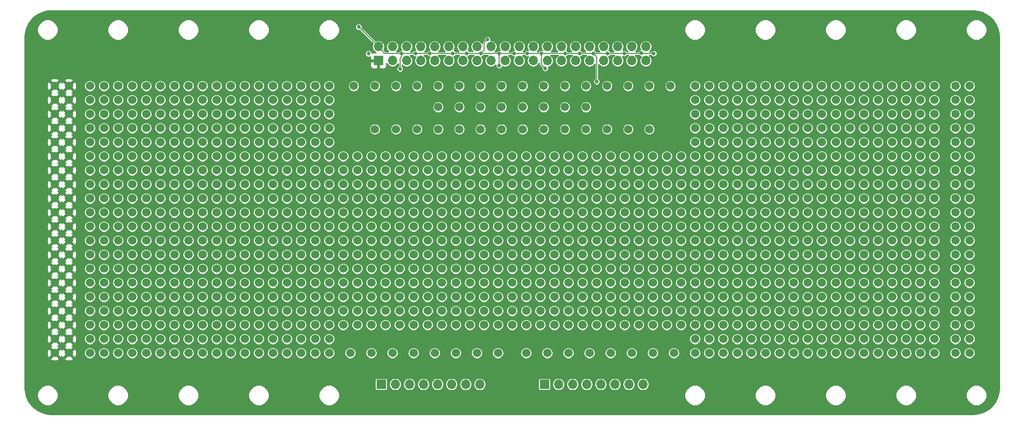
<source format=gtl>
%TF.GenerationSoftware,KiCad,Pcbnew,(5.0.0)*%
%TF.CreationDate,2018-10-23T17:21:24+02:00*%
%TF.ProjectId,S80 Breakout 7in,53383020427265616B6F75742037696E,1.0*%
%TF.SameCoordinates,Original*%
%TF.FileFunction,Copper,L1,Top,Signal*%
%TF.FilePolarity,Positive*%
%FSLAX46Y46*%
G04 Gerber Fmt 4.6, Leading zero omitted, Abs format (unit mm)*
G04 Created by KiCad (PCBNEW (5.0.0)) date 10/23/18 17:21:24*
%MOMM*%
%LPD*%
G01*
G04 APERTURE LIST*
%ADD10O,1.700000X1.700000*%
%ADD11R,1.700000X1.700000*%
%ADD12C,1.500000*%
%ADD13C,0.685800*%
%ADD14C,0.152400*%
%ADD15C,0.254000*%
G04 APERTURE END LIST*
D10*
X174015400Y-74168000D03*
X174015400Y-76708000D03*
X171475400Y-74168000D03*
X171475400Y-76708000D03*
X168935400Y-74168000D03*
X168935400Y-76708000D03*
X166395400Y-74168000D03*
X166395400Y-76708000D03*
X163855400Y-74168000D03*
X163855400Y-76708000D03*
X161315400Y-74168000D03*
X161315400Y-76708000D03*
X158775400Y-74168000D03*
X158775400Y-76708000D03*
X156235400Y-74168000D03*
X156235400Y-76708000D03*
X153695400Y-74168000D03*
X153695400Y-76708000D03*
X151155400Y-74168000D03*
X151155400Y-76708000D03*
X148615400Y-74168000D03*
X148615400Y-76708000D03*
X146075400Y-74168000D03*
X146075400Y-76708000D03*
X143535400Y-74168000D03*
X143535400Y-76708000D03*
X140995400Y-74168000D03*
X140995400Y-76708000D03*
X138455400Y-74168000D03*
X138455400Y-76708000D03*
X135915400Y-74168000D03*
X135915400Y-76708000D03*
X133375400Y-74168000D03*
X133375400Y-76708000D03*
X130835400Y-74168000D03*
X130835400Y-76708000D03*
X128295400Y-74168000D03*
X128295400Y-76708000D03*
X125755400Y-74168000D03*
D11*
X125755400Y-76708000D03*
D12*
X232410000Y-129540000D03*
X229870000Y-129540000D03*
X232410000Y-127000000D03*
X229870000Y-127000000D03*
X232410000Y-124460000D03*
X229870000Y-124460000D03*
X232410000Y-121920000D03*
X229870000Y-121920000D03*
X232410000Y-119380000D03*
X229870000Y-119380000D03*
X232410000Y-116840000D03*
X229870000Y-116840000D03*
X232410000Y-114300000D03*
X229870000Y-114300000D03*
X232410000Y-111760000D03*
X229870000Y-111760000D03*
X232410000Y-109220000D03*
X229870000Y-109220000D03*
X232410000Y-106680000D03*
X229870000Y-106680000D03*
X232410000Y-104140000D03*
X229870000Y-104140000D03*
X232410000Y-101600000D03*
X229870000Y-101600000D03*
X232410000Y-99060000D03*
X229870000Y-99060000D03*
X232410000Y-96520000D03*
X229870000Y-96520000D03*
X232410000Y-93980000D03*
X229870000Y-93980000D03*
X232410000Y-91440000D03*
X229870000Y-91440000D03*
X232410000Y-88900000D03*
X229870000Y-88900000D03*
X232410000Y-86360000D03*
X229870000Y-86360000D03*
X232410000Y-83820000D03*
X229870000Y-83820000D03*
X232410000Y-81280000D03*
X69850000Y-129540000D03*
X67310000Y-129540000D03*
X69850000Y-127000000D03*
X67310000Y-127000000D03*
X69850000Y-124460000D03*
X67310000Y-124460000D03*
X69850000Y-121920000D03*
X67310000Y-121920000D03*
X69850000Y-119380000D03*
X67310000Y-119380000D03*
X69850000Y-116840000D03*
X67310000Y-116840000D03*
X69850000Y-114300000D03*
X67310000Y-114300000D03*
X69850000Y-111760000D03*
X67310000Y-111760000D03*
X69850000Y-109220000D03*
X67310000Y-109220000D03*
X69850000Y-106680000D03*
X67310000Y-106680000D03*
X69850000Y-104140000D03*
X67310000Y-104140000D03*
X69850000Y-101600000D03*
X67310000Y-101600000D03*
X69850000Y-99060000D03*
X67310000Y-99060000D03*
X69850000Y-96520000D03*
X67310000Y-96520000D03*
X69850000Y-93980000D03*
X67310000Y-93980000D03*
X69850000Y-91440000D03*
X67310000Y-91440000D03*
X69850000Y-88900000D03*
X67310000Y-88900000D03*
X69850000Y-86360000D03*
X67310000Y-86360000D03*
X69850000Y-83820000D03*
X67310000Y-83820000D03*
X69850000Y-81280000D03*
X119380000Y-93980000D03*
X121920000Y-93980000D03*
X124460000Y-93980000D03*
X127000000Y-93980000D03*
X129540000Y-93980000D03*
X132080000Y-93980000D03*
X134620000Y-93980000D03*
X137160000Y-93980000D03*
X139700000Y-93980000D03*
X142240000Y-93980000D03*
X144780000Y-93980000D03*
X147320000Y-93980000D03*
X149860000Y-93980000D03*
X152400000Y-93980000D03*
X154940000Y-93980000D03*
X157480000Y-93980000D03*
X160020000Y-93980000D03*
X162560000Y-93980000D03*
X165100000Y-93980000D03*
X167640000Y-93980000D03*
X170180000Y-93980000D03*
X172720000Y-93980000D03*
X175260000Y-93980000D03*
X177800000Y-93980000D03*
X180340000Y-93980000D03*
X135890000Y-129540000D03*
X120650000Y-129540000D03*
X124460000Y-129540000D03*
X128270000Y-129540000D03*
X132080000Y-129540000D03*
X139700000Y-129540000D03*
X143510000Y-129540000D03*
X147320000Y-129540000D03*
X152400000Y-129540000D03*
X156210000Y-129540000D03*
X160020000Y-129540000D03*
X163830000Y-129540000D03*
X167640000Y-129540000D03*
X171450000Y-129540000D03*
X175260000Y-129540000D03*
X179070000Y-129540000D03*
X226060000Y-129540000D03*
X223520000Y-129540000D03*
X220980000Y-129540000D03*
X218440000Y-129540000D03*
X215900000Y-129540000D03*
X213360000Y-129540000D03*
X210820000Y-129540000D03*
X208280000Y-129540000D03*
X205740000Y-129540000D03*
X203200000Y-129540000D03*
X200660000Y-129540000D03*
X198120000Y-129540000D03*
X195580000Y-129540000D03*
X193040000Y-129540000D03*
X190500000Y-129540000D03*
X187960000Y-129540000D03*
X185420000Y-129540000D03*
X182880000Y-129540000D03*
X116840000Y-129540000D03*
X114300000Y-129540000D03*
X111760000Y-129540000D03*
X109220000Y-129540000D03*
X106680000Y-129540000D03*
X104140000Y-129540000D03*
X101600000Y-129540000D03*
X99060000Y-129540000D03*
X96520000Y-129540000D03*
X93980000Y-129540000D03*
X91440000Y-129540000D03*
X88900000Y-129540000D03*
X86360000Y-129540000D03*
X83820000Y-129540000D03*
X81280000Y-129540000D03*
X78740000Y-129540000D03*
X76200000Y-129540000D03*
X73660000Y-129540000D03*
X226060000Y-127000000D03*
X223520000Y-127000000D03*
X220980000Y-127000000D03*
X218440000Y-127000000D03*
X215900000Y-127000000D03*
X213360000Y-127000000D03*
X210820000Y-127000000D03*
X208280000Y-127000000D03*
X205740000Y-127000000D03*
X203200000Y-127000000D03*
X200660000Y-127000000D03*
X198120000Y-127000000D03*
X195580000Y-127000000D03*
X193040000Y-127000000D03*
X190500000Y-127000000D03*
X187960000Y-127000000D03*
X185420000Y-127000000D03*
X182880000Y-127000000D03*
X116840000Y-127000000D03*
X114300000Y-127000000D03*
X111760000Y-127000000D03*
X109220000Y-127000000D03*
X106680000Y-127000000D03*
X104140000Y-127000000D03*
X101600000Y-127000000D03*
X99060000Y-127000000D03*
X96520000Y-127000000D03*
X93980000Y-127000000D03*
X91440000Y-127000000D03*
X88900000Y-127000000D03*
X86360000Y-127000000D03*
X83820000Y-127000000D03*
X81280000Y-127000000D03*
X78740000Y-127000000D03*
X76200000Y-127000000D03*
X73660000Y-127000000D03*
X226060000Y-124460000D03*
X223520000Y-124460000D03*
X220980000Y-124460000D03*
X218440000Y-124460000D03*
X215900000Y-124460000D03*
X213360000Y-124460000D03*
X210820000Y-124460000D03*
X208280000Y-124460000D03*
X205740000Y-124460000D03*
X203200000Y-124460000D03*
X200660000Y-124460000D03*
X198120000Y-124460000D03*
X195580000Y-124460000D03*
X193040000Y-124460000D03*
X190500000Y-124460000D03*
X187960000Y-124460000D03*
X185420000Y-124460000D03*
X182880000Y-124460000D03*
X180340000Y-124460000D03*
X177800000Y-124460000D03*
X175260000Y-124460000D03*
X172720000Y-124460000D03*
X170180000Y-124460000D03*
X167640000Y-124460000D03*
X165100000Y-124460000D03*
X162560000Y-124460000D03*
X160020000Y-124460000D03*
X157480000Y-124460000D03*
X154940000Y-124460000D03*
X152400000Y-124460000D03*
X149860000Y-124460000D03*
X147320000Y-124460000D03*
X144780000Y-124460000D03*
X142240000Y-124460000D03*
X139700000Y-124460000D03*
X137160000Y-124460000D03*
X134620000Y-124460000D03*
X132080000Y-124460000D03*
X129540000Y-124460000D03*
X127000000Y-124460000D03*
X124460000Y-124460000D03*
X121920000Y-124460000D03*
X119380000Y-124460000D03*
X116840000Y-124460000D03*
X114300000Y-124460000D03*
X111760000Y-124460000D03*
X109220000Y-124460000D03*
X106680000Y-124460000D03*
X104140000Y-124460000D03*
X101600000Y-124460000D03*
X99060000Y-124460000D03*
X96520000Y-124460000D03*
X93980000Y-124460000D03*
X91440000Y-124460000D03*
X88900000Y-124460000D03*
X86360000Y-124460000D03*
X83820000Y-124460000D03*
X81280000Y-124460000D03*
X78740000Y-124460000D03*
X76200000Y-124460000D03*
X73660000Y-124460000D03*
X226060000Y-121920000D03*
X223520000Y-121920000D03*
X220980000Y-121920000D03*
X218440000Y-121920000D03*
X215900000Y-121920000D03*
X213360000Y-121920000D03*
X210820000Y-121920000D03*
X208280000Y-121920000D03*
X205740000Y-121920000D03*
X203200000Y-121920000D03*
X200660000Y-121920000D03*
X198120000Y-121920000D03*
X195580000Y-121920000D03*
X193040000Y-121920000D03*
X190500000Y-121920000D03*
X187960000Y-121920000D03*
X185420000Y-121920000D03*
X182880000Y-121920000D03*
X180340000Y-121920000D03*
X177800000Y-121920000D03*
X175260000Y-121920000D03*
X172720000Y-121920000D03*
X170180000Y-121920000D03*
X167640000Y-121920000D03*
X165100000Y-121920000D03*
X162560000Y-121920000D03*
X160020000Y-121920000D03*
X157480000Y-121920000D03*
X154940000Y-121920000D03*
X152400000Y-121920000D03*
X149860000Y-121920000D03*
X147320000Y-121920000D03*
X144780000Y-121920000D03*
X142240000Y-121920000D03*
X139700000Y-121920000D03*
X137160000Y-121920000D03*
X134620000Y-121920000D03*
X132080000Y-121920000D03*
X129540000Y-121920000D03*
X127000000Y-121920000D03*
X124460000Y-121920000D03*
X121920000Y-121920000D03*
X119380000Y-121920000D03*
X116840000Y-121920000D03*
X114300000Y-121920000D03*
X111760000Y-121920000D03*
X109220000Y-121920000D03*
X106680000Y-121920000D03*
X104140000Y-121920000D03*
X101600000Y-121920000D03*
X99060000Y-121920000D03*
X96520000Y-121920000D03*
X93980000Y-121920000D03*
X91440000Y-121920000D03*
X88900000Y-121920000D03*
X86360000Y-121920000D03*
X83820000Y-121920000D03*
X81280000Y-121920000D03*
X78740000Y-121920000D03*
X76200000Y-121920000D03*
X73660000Y-121920000D03*
X226060000Y-119380000D03*
X223520000Y-119380000D03*
X220980000Y-119380000D03*
X218440000Y-119380000D03*
X215900000Y-119380000D03*
X213360000Y-119380000D03*
X210820000Y-119380000D03*
X208280000Y-119380000D03*
X205740000Y-119380000D03*
X203200000Y-119380000D03*
X200660000Y-119380000D03*
X198120000Y-119380000D03*
X195580000Y-119380000D03*
X193040000Y-119380000D03*
X190500000Y-119380000D03*
X187960000Y-119380000D03*
X185420000Y-119380000D03*
X182880000Y-119380000D03*
X180340000Y-119380000D03*
X177800000Y-119380000D03*
X175260000Y-119380000D03*
X172720000Y-119380000D03*
X170180000Y-119380000D03*
X167640000Y-119380000D03*
X165100000Y-119380000D03*
X162560000Y-119380000D03*
X160020000Y-119380000D03*
X157480000Y-119380000D03*
X154940000Y-119380000D03*
X152400000Y-119380000D03*
X149860000Y-119380000D03*
X147320000Y-119380000D03*
X144780000Y-119380000D03*
X142240000Y-119380000D03*
X139700000Y-119380000D03*
X137160000Y-119380000D03*
X134620000Y-119380000D03*
X132080000Y-119380000D03*
X129540000Y-119380000D03*
X127000000Y-119380000D03*
X124460000Y-119380000D03*
X121920000Y-119380000D03*
X119380000Y-119380000D03*
X116840000Y-119380000D03*
X114300000Y-119380000D03*
X111760000Y-119380000D03*
X109220000Y-119380000D03*
X106680000Y-119380000D03*
X104140000Y-119380000D03*
X101600000Y-119380000D03*
X99060000Y-119380000D03*
X96520000Y-119380000D03*
X93980000Y-119380000D03*
X91440000Y-119380000D03*
X88900000Y-119380000D03*
X86360000Y-119380000D03*
X83820000Y-119380000D03*
X81280000Y-119380000D03*
X78740000Y-119380000D03*
X76200000Y-119380000D03*
X73660000Y-119380000D03*
X226060000Y-116840000D03*
X223520000Y-116840000D03*
X220980000Y-116840000D03*
X218440000Y-116840000D03*
X215900000Y-116840000D03*
X213360000Y-116840000D03*
X210820000Y-116840000D03*
X208280000Y-116840000D03*
X205740000Y-116840000D03*
X203200000Y-116840000D03*
X200660000Y-116840000D03*
X198120000Y-116840000D03*
X195580000Y-116840000D03*
X193040000Y-116840000D03*
X190500000Y-116840000D03*
X187960000Y-116840000D03*
X185420000Y-116840000D03*
X182880000Y-116840000D03*
X180340000Y-116840000D03*
X177800000Y-116840000D03*
X175260000Y-116840000D03*
X172720000Y-116840000D03*
X170180000Y-116840000D03*
X167640000Y-116840000D03*
X165100000Y-116840000D03*
X162560000Y-116840000D03*
X160020000Y-116840000D03*
X157480000Y-116840000D03*
X154940000Y-116840000D03*
X152400000Y-116840000D03*
X149860000Y-116840000D03*
X147320000Y-116840000D03*
X144780000Y-116840000D03*
X142240000Y-116840000D03*
X139700000Y-116840000D03*
X137160000Y-116840000D03*
X134620000Y-116840000D03*
X132080000Y-116840000D03*
X129540000Y-116840000D03*
X127000000Y-116840000D03*
X124460000Y-116840000D03*
X121920000Y-116840000D03*
X119380000Y-116840000D03*
X116840000Y-116840000D03*
X114300000Y-116840000D03*
X111760000Y-116840000D03*
X109220000Y-116840000D03*
X106680000Y-116840000D03*
X104140000Y-116840000D03*
X101600000Y-116840000D03*
X99060000Y-116840000D03*
X96520000Y-116840000D03*
X93980000Y-116840000D03*
X91440000Y-116840000D03*
X88900000Y-116840000D03*
X86360000Y-116840000D03*
X83820000Y-116840000D03*
X81280000Y-116840000D03*
X78740000Y-116840000D03*
X76200000Y-116840000D03*
X73660000Y-116840000D03*
X226060000Y-114300000D03*
X223520000Y-114300000D03*
X220980000Y-114300000D03*
X218440000Y-114300000D03*
X215900000Y-114300000D03*
X213360000Y-114300000D03*
X210820000Y-114300000D03*
X208280000Y-114300000D03*
X205740000Y-114300000D03*
X203200000Y-114300000D03*
X200660000Y-114300000D03*
X198120000Y-114300000D03*
X195580000Y-114300000D03*
X193040000Y-114300000D03*
X190500000Y-114300000D03*
X187960000Y-114300000D03*
X185420000Y-114300000D03*
X182880000Y-114300000D03*
X180340000Y-114300000D03*
X177800000Y-114300000D03*
X175260000Y-114300000D03*
X172720000Y-114300000D03*
X170180000Y-114300000D03*
X167640000Y-114300000D03*
X165100000Y-114300000D03*
X162560000Y-114300000D03*
X160020000Y-114300000D03*
X157480000Y-114300000D03*
X154940000Y-114300000D03*
X152400000Y-114300000D03*
X149860000Y-114300000D03*
X147320000Y-114300000D03*
X144780000Y-114300000D03*
X142240000Y-114300000D03*
X139700000Y-114300000D03*
X137160000Y-114300000D03*
X134620000Y-114300000D03*
X132080000Y-114300000D03*
X129540000Y-114300000D03*
X127000000Y-114300000D03*
X124460000Y-114300000D03*
X121920000Y-114300000D03*
X119380000Y-114300000D03*
X116840000Y-114300000D03*
X114300000Y-114300000D03*
X111760000Y-114300000D03*
X109220000Y-114300000D03*
X106680000Y-114300000D03*
X104140000Y-114300000D03*
X101600000Y-114300000D03*
X99060000Y-114300000D03*
X96520000Y-114300000D03*
X93980000Y-114300000D03*
X91440000Y-114300000D03*
X88900000Y-114300000D03*
X86360000Y-114300000D03*
X83820000Y-114300000D03*
X81280000Y-114300000D03*
X78740000Y-114300000D03*
X76200000Y-114300000D03*
X73660000Y-114300000D03*
X226060000Y-111760000D03*
X223520000Y-111760000D03*
X220980000Y-111760000D03*
X218440000Y-111760000D03*
X215900000Y-111760000D03*
X213360000Y-111760000D03*
X210820000Y-111760000D03*
X208280000Y-111760000D03*
X205740000Y-111760000D03*
X203200000Y-111760000D03*
X200660000Y-111760000D03*
X198120000Y-111760000D03*
X195580000Y-111760000D03*
X193040000Y-111760000D03*
X190500000Y-111760000D03*
X187960000Y-111760000D03*
X185420000Y-111760000D03*
X182880000Y-111760000D03*
X180340000Y-111760000D03*
X177800000Y-111760000D03*
X175260000Y-111760000D03*
X172720000Y-111760000D03*
X170180000Y-111760000D03*
X167640000Y-111760000D03*
X165100000Y-111760000D03*
X162560000Y-111760000D03*
X160020000Y-111760000D03*
X157480000Y-111760000D03*
X154940000Y-111760000D03*
X152400000Y-111760000D03*
X149860000Y-111760000D03*
X147320000Y-111760000D03*
X144780000Y-111760000D03*
X142240000Y-111760000D03*
X139700000Y-111760000D03*
X137160000Y-111760000D03*
X134620000Y-111760000D03*
X132080000Y-111760000D03*
X129540000Y-111760000D03*
X127000000Y-111760000D03*
X124460000Y-111760000D03*
X121920000Y-111760000D03*
X119380000Y-111760000D03*
X116840000Y-111760000D03*
X114300000Y-111760000D03*
X111760000Y-111760000D03*
X109220000Y-111760000D03*
X106680000Y-111760000D03*
X104140000Y-111760000D03*
X101600000Y-111760000D03*
X99060000Y-111760000D03*
X96520000Y-111760000D03*
X93980000Y-111760000D03*
X91440000Y-111760000D03*
X88900000Y-111760000D03*
X86360000Y-111760000D03*
X83820000Y-111760000D03*
X81280000Y-111760000D03*
X78740000Y-111760000D03*
X76200000Y-111760000D03*
X73660000Y-111760000D03*
X226060000Y-109220000D03*
X223520000Y-109220000D03*
X220980000Y-109220000D03*
X218440000Y-109220000D03*
X215900000Y-109220000D03*
X213360000Y-109220000D03*
X210820000Y-109220000D03*
X208280000Y-109220000D03*
X205740000Y-109220000D03*
X203200000Y-109220000D03*
X200660000Y-109220000D03*
X198120000Y-109220000D03*
X195580000Y-109220000D03*
X193040000Y-109220000D03*
X190500000Y-109220000D03*
X187960000Y-109220000D03*
X185420000Y-109220000D03*
X182880000Y-109220000D03*
X180340000Y-109220000D03*
X177800000Y-109220000D03*
X175260000Y-109220000D03*
X172720000Y-109220000D03*
X170180000Y-109220000D03*
X167640000Y-109220000D03*
X165100000Y-109220000D03*
X162560000Y-109220000D03*
X160020000Y-109220000D03*
X157480000Y-109220000D03*
X154940000Y-109220000D03*
X152400000Y-109220000D03*
X149860000Y-109220000D03*
X147320000Y-109220000D03*
X144780000Y-109220000D03*
X142240000Y-109220000D03*
X139700000Y-109220000D03*
X137160000Y-109220000D03*
X134620000Y-109220000D03*
X132080000Y-109220000D03*
X129540000Y-109220000D03*
X127000000Y-109220000D03*
X124460000Y-109220000D03*
X121920000Y-109220000D03*
X119380000Y-109220000D03*
X116840000Y-109220000D03*
X114300000Y-109220000D03*
X111760000Y-109220000D03*
X109220000Y-109220000D03*
X106680000Y-109220000D03*
X104140000Y-109220000D03*
X101600000Y-109220000D03*
X99060000Y-109220000D03*
X96520000Y-109220000D03*
X93980000Y-109220000D03*
X91440000Y-109220000D03*
X88900000Y-109220000D03*
X86360000Y-109220000D03*
X83820000Y-109220000D03*
X81280000Y-109220000D03*
X78740000Y-109220000D03*
X76200000Y-109220000D03*
X73660000Y-109220000D03*
X226060000Y-106680000D03*
X223520000Y-106680000D03*
X220980000Y-106680000D03*
X218440000Y-106680000D03*
X215900000Y-106680000D03*
X213360000Y-106680000D03*
X210820000Y-106680000D03*
X208280000Y-106680000D03*
X205740000Y-106680000D03*
X203200000Y-106680000D03*
X200660000Y-106680000D03*
X198120000Y-106680000D03*
X195580000Y-106680000D03*
X193040000Y-106680000D03*
X190500000Y-106680000D03*
X187960000Y-106680000D03*
X185420000Y-106680000D03*
X182880000Y-106680000D03*
X180340000Y-106680000D03*
X177800000Y-106680000D03*
X175260000Y-106680000D03*
X172720000Y-106680000D03*
X170180000Y-106680000D03*
X167640000Y-106680000D03*
X165100000Y-106680000D03*
X162560000Y-106680000D03*
X160020000Y-106680000D03*
X157480000Y-106680000D03*
X154940000Y-106680000D03*
X152400000Y-106680000D03*
X149860000Y-106680000D03*
X147320000Y-106680000D03*
X144780000Y-106680000D03*
X142240000Y-106680000D03*
X139700000Y-106680000D03*
X137160000Y-106680000D03*
X134620000Y-106680000D03*
X132080000Y-106680000D03*
X129540000Y-106680000D03*
X127000000Y-106680000D03*
X124460000Y-106680000D03*
X121920000Y-106680000D03*
X119380000Y-106680000D03*
X116840000Y-106680000D03*
X114300000Y-106680000D03*
X111760000Y-106680000D03*
X109220000Y-106680000D03*
X106680000Y-106680000D03*
X104140000Y-106680000D03*
X101600000Y-106680000D03*
X99060000Y-106680000D03*
X96520000Y-106680000D03*
X93980000Y-106680000D03*
X91440000Y-106680000D03*
X88900000Y-106680000D03*
X86360000Y-106680000D03*
X83820000Y-106680000D03*
X81280000Y-106680000D03*
X78740000Y-106680000D03*
X76200000Y-106680000D03*
X73660000Y-106680000D03*
X226060000Y-104140000D03*
X223520000Y-104140000D03*
X220980000Y-104140000D03*
X218440000Y-104140000D03*
X215900000Y-104140000D03*
X213360000Y-104140000D03*
X210820000Y-104140000D03*
X208280000Y-104140000D03*
X205740000Y-104140000D03*
X203200000Y-104140000D03*
X200660000Y-104140000D03*
X198120000Y-104140000D03*
X195580000Y-104140000D03*
X193040000Y-104140000D03*
X190500000Y-104140000D03*
X187960000Y-104140000D03*
X185420000Y-104140000D03*
X182880000Y-104140000D03*
X180340000Y-104140000D03*
X177800000Y-104140000D03*
X175260000Y-104140000D03*
X172720000Y-104140000D03*
X170180000Y-104140000D03*
X167640000Y-104140000D03*
X165100000Y-104140000D03*
X162560000Y-104140000D03*
X160020000Y-104140000D03*
X157480000Y-104140000D03*
X154940000Y-104140000D03*
X152400000Y-104140000D03*
X149860000Y-104140000D03*
X147320000Y-104140000D03*
X144780000Y-104140000D03*
X142240000Y-104140000D03*
X139700000Y-104140000D03*
X137160000Y-104140000D03*
X134620000Y-104140000D03*
X132080000Y-104140000D03*
X129540000Y-104140000D03*
X127000000Y-104140000D03*
X124460000Y-104140000D03*
X121920000Y-104140000D03*
X119380000Y-104140000D03*
X116840000Y-104140000D03*
X114300000Y-104140000D03*
X111760000Y-104140000D03*
X109220000Y-104140000D03*
X106680000Y-104140000D03*
X104140000Y-104140000D03*
X101600000Y-104140000D03*
X99060000Y-104140000D03*
X96520000Y-104140000D03*
X93980000Y-104140000D03*
X91440000Y-104140000D03*
X88900000Y-104140000D03*
X86360000Y-104140000D03*
X83820000Y-104140000D03*
X81280000Y-104140000D03*
X78740000Y-104140000D03*
X76200000Y-104140000D03*
X73660000Y-104140000D03*
X226060000Y-101600000D03*
X223520000Y-101600000D03*
X220980000Y-101600000D03*
X218440000Y-101600000D03*
X215900000Y-101600000D03*
X213360000Y-101600000D03*
X210820000Y-101600000D03*
X208280000Y-101600000D03*
X205740000Y-101600000D03*
X203200000Y-101600000D03*
X200660000Y-101600000D03*
X198120000Y-101600000D03*
X195580000Y-101600000D03*
X193040000Y-101600000D03*
X190500000Y-101600000D03*
X187960000Y-101600000D03*
X185420000Y-101600000D03*
X182880000Y-101600000D03*
X180340000Y-101600000D03*
X177800000Y-101600000D03*
X175260000Y-101600000D03*
X172720000Y-101600000D03*
X170180000Y-101600000D03*
X167640000Y-101600000D03*
X165100000Y-101600000D03*
X162560000Y-101600000D03*
X160020000Y-101600000D03*
X157480000Y-101600000D03*
X154940000Y-101600000D03*
X152400000Y-101600000D03*
X149860000Y-101600000D03*
X147320000Y-101600000D03*
X144780000Y-101600000D03*
X142240000Y-101600000D03*
X139700000Y-101600000D03*
X137160000Y-101600000D03*
X134620000Y-101600000D03*
X132080000Y-101600000D03*
X129540000Y-101600000D03*
X127000000Y-101600000D03*
X124460000Y-101600000D03*
X121920000Y-101600000D03*
X119380000Y-101600000D03*
X116840000Y-101600000D03*
X114300000Y-101600000D03*
X111760000Y-101600000D03*
X109220000Y-101600000D03*
X106680000Y-101600000D03*
X104140000Y-101600000D03*
X101600000Y-101600000D03*
X99060000Y-101600000D03*
X96520000Y-101600000D03*
X93980000Y-101600000D03*
X91440000Y-101600000D03*
X88900000Y-101600000D03*
X86360000Y-101600000D03*
X83820000Y-101600000D03*
X81280000Y-101600000D03*
X78740000Y-101600000D03*
X76200000Y-101600000D03*
X73660000Y-101600000D03*
X226060000Y-99060000D03*
X223520000Y-99060000D03*
X220980000Y-99060000D03*
X218440000Y-99060000D03*
X215900000Y-99060000D03*
X213360000Y-99060000D03*
X210820000Y-99060000D03*
X208280000Y-99060000D03*
X205740000Y-99060000D03*
X203200000Y-99060000D03*
X200660000Y-99060000D03*
X198120000Y-99060000D03*
X195580000Y-99060000D03*
X193040000Y-99060000D03*
X190500000Y-99060000D03*
X187960000Y-99060000D03*
X185420000Y-99060000D03*
X182880000Y-99060000D03*
X180340000Y-99060000D03*
X177800000Y-99060000D03*
X175260000Y-99060000D03*
X172720000Y-99060000D03*
X170180000Y-99060000D03*
X167640000Y-99060000D03*
X165100000Y-99060000D03*
X162560000Y-99060000D03*
X160020000Y-99060000D03*
X157480000Y-99060000D03*
X154940000Y-99060000D03*
X152400000Y-99060000D03*
X149860000Y-99060000D03*
X147320000Y-99060000D03*
X144780000Y-99060000D03*
X142240000Y-99060000D03*
X139700000Y-99060000D03*
X137160000Y-99060000D03*
X134620000Y-99060000D03*
X132080000Y-99060000D03*
X129540000Y-99060000D03*
X127000000Y-99060000D03*
X124460000Y-99060000D03*
X121920000Y-99060000D03*
X119380000Y-99060000D03*
X116840000Y-99060000D03*
X114300000Y-99060000D03*
X111760000Y-99060000D03*
X109220000Y-99060000D03*
X106680000Y-99060000D03*
X104140000Y-99060000D03*
X101600000Y-99060000D03*
X99060000Y-99060000D03*
X96520000Y-99060000D03*
X93980000Y-99060000D03*
X91440000Y-99060000D03*
X88900000Y-99060000D03*
X86360000Y-99060000D03*
X83820000Y-99060000D03*
X81280000Y-99060000D03*
X78740000Y-99060000D03*
X76200000Y-99060000D03*
X73660000Y-99060000D03*
X226060000Y-96520000D03*
X223520000Y-96520000D03*
X220980000Y-96520000D03*
X218440000Y-96520000D03*
X215900000Y-96520000D03*
X213360000Y-96520000D03*
X210820000Y-96520000D03*
X208280000Y-96520000D03*
X205740000Y-96520000D03*
X203200000Y-96520000D03*
X200660000Y-96520000D03*
X198120000Y-96520000D03*
X195580000Y-96520000D03*
X193040000Y-96520000D03*
X190500000Y-96520000D03*
X187960000Y-96520000D03*
X185420000Y-96520000D03*
X182880000Y-96520000D03*
X180340000Y-96520000D03*
X177800000Y-96520000D03*
X175260000Y-96520000D03*
X172720000Y-96520000D03*
X170180000Y-96520000D03*
X167640000Y-96520000D03*
X165100000Y-96520000D03*
X162560000Y-96520000D03*
X160020000Y-96520000D03*
X157480000Y-96520000D03*
X154940000Y-96520000D03*
X152400000Y-96520000D03*
X149860000Y-96520000D03*
X147320000Y-96520000D03*
X144780000Y-96520000D03*
X142240000Y-96520000D03*
X139700000Y-96520000D03*
X137160000Y-96520000D03*
X134620000Y-96520000D03*
X132080000Y-96520000D03*
X129540000Y-96520000D03*
X127000000Y-96520000D03*
X124460000Y-96520000D03*
X121920000Y-96520000D03*
X119380000Y-96520000D03*
X116840000Y-96520000D03*
X114300000Y-96520000D03*
X111760000Y-96520000D03*
X109220000Y-96520000D03*
X106680000Y-96520000D03*
X104140000Y-96520000D03*
X101600000Y-96520000D03*
X99060000Y-96520000D03*
X96520000Y-96520000D03*
X93980000Y-96520000D03*
X91440000Y-96520000D03*
X88900000Y-96520000D03*
X86360000Y-96520000D03*
X83820000Y-96520000D03*
X81280000Y-96520000D03*
X78740000Y-96520000D03*
X76200000Y-96520000D03*
X73660000Y-96520000D03*
X226060000Y-93980000D03*
X223520000Y-93980000D03*
X220980000Y-93980000D03*
X218440000Y-93980000D03*
X215900000Y-93980000D03*
X213360000Y-93980000D03*
X210820000Y-93980000D03*
X208280000Y-93980000D03*
X205740000Y-93980000D03*
X203200000Y-93980000D03*
X200660000Y-93980000D03*
X198120000Y-93980000D03*
X195580000Y-93980000D03*
X193040000Y-93980000D03*
X190500000Y-93980000D03*
X187960000Y-93980000D03*
X185420000Y-93980000D03*
X182880000Y-93980000D03*
X116840000Y-93980000D03*
X114300000Y-93980000D03*
X111760000Y-93980000D03*
X109220000Y-93980000D03*
X106680000Y-93980000D03*
X104140000Y-93980000D03*
X101600000Y-93980000D03*
X99060000Y-93980000D03*
X96520000Y-93980000D03*
X93980000Y-93980000D03*
X91440000Y-93980000D03*
X88900000Y-93980000D03*
X86360000Y-93980000D03*
X83820000Y-93980000D03*
X81280000Y-93980000D03*
X78740000Y-93980000D03*
X76200000Y-93980000D03*
X73660000Y-93980000D03*
X226060000Y-91440000D03*
X223520000Y-91440000D03*
X220980000Y-91440000D03*
X218440000Y-91440000D03*
X215900000Y-91440000D03*
X213360000Y-91440000D03*
X210820000Y-91440000D03*
X208280000Y-91440000D03*
X205740000Y-91440000D03*
X203200000Y-91440000D03*
X200660000Y-91440000D03*
X198120000Y-91440000D03*
X195580000Y-91440000D03*
X193040000Y-91440000D03*
X190500000Y-91440000D03*
X187960000Y-91440000D03*
X185420000Y-91440000D03*
X182880000Y-91440000D03*
X116840000Y-91440000D03*
X114300000Y-91440000D03*
X111760000Y-91440000D03*
X109220000Y-91440000D03*
X106680000Y-91440000D03*
X104140000Y-91440000D03*
X101600000Y-91440000D03*
X99060000Y-91440000D03*
X96520000Y-91440000D03*
X93980000Y-91440000D03*
X91440000Y-91440000D03*
X88900000Y-91440000D03*
X86360000Y-91440000D03*
X83820000Y-91440000D03*
X81280000Y-91440000D03*
X78740000Y-91440000D03*
X76200000Y-91440000D03*
X73660000Y-91440000D03*
X226060000Y-88900000D03*
X223520000Y-88900000D03*
X220980000Y-88900000D03*
X218440000Y-88900000D03*
X215900000Y-88900000D03*
X213360000Y-88900000D03*
X210820000Y-88900000D03*
X208280000Y-88900000D03*
X205740000Y-88900000D03*
X203200000Y-88900000D03*
X200660000Y-88900000D03*
X198120000Y-88900000D03*
X195580000Y-88900000D03*
X193040000Y-88900000D03*
X190500000Y-88900000D03*
X187960000Y-88900000D03*
X185420000Y-88900000D03*
X182880000Y-88900000D03*
X116840000Y-88900000D03*
X114300000Y-88900000D03*
X111760000Y-88900000D03*
X109220000Y-88900000D03*
X106680000Y-88900000D03*
X104140000Y-88900000D03*
X101600000Y-88900000D03*
X99060000Y-88900000D03*
X96520000Y-88900000D03*
X93980000Y-88900000D03*
X91440000Y-88900000D03*
X88900000Y-88900000D03*
X86360000Y-88900000D03*
X83820000Y-88900000D03*
X81280000Y-88900000D03*
X78740000Y-88900000D03*
X76200000Y-88900000D03*
X73660000Y-88900000D03*
X226060000Y-86360000D03*
X223520000Y-86360000D03*
X220980000Y-86360000D03*
X218440000Y-86360000D03*
X215900000Y-86360000D03*
X213360000Y-86360000D03*
X210820000Y-86360000D03*
X208280000Y-86360000D03*
X205740000Y-86360000D03*
X203200000Y-86360000D03*
X200660000Y-86360000D03*
X198120000Y-86360000D03*
X195580000Y-86360000D03*
X193040000Y-86360000D03*
X190500000Y-86360000D03*
X187960000Y-86360000D03*
X185420000Y-86360000D03*
X182880000Y-86360000D03*
X116840000Y-86360000D03*
X114300000Y-86360000D03*
X111760000Y-86360000D03*
X109220000Y-86360000D03*
X106680000Y-86360000D03*
X104140000Y-86360000D03*
X101600000Y-86360000D03*
X99060000Y-86360000D03*
X96520000Y-86360000D03*
X93980000Y-86360000D03*
X91440000Y-86360000D03*
X88900000Y-86360000D03*
X86360000Y-86360000D03*
X83820000Y-86360000D03*
X81280000Y-86360000D03*
X78740000Y-86360000D03*
X76200000Y-86360000D03*
X73660000Y-86360000D03*
X226060000Y-83820000D03*
X223520000Y-83820000D03*
X220980000Y-83820000D03*
X218440000Y-83820000D03*
X215900000Y-83820000D03*
X213360000Y-83820000D03*
X210820000Y-83820000D03*
X208280000Y-83820000D03*
X205740000Y-83820000D03*
X203200000Y-83820000D03*
X200660000Y-83820000D03*
X198120000Y-83820000D03*
X195580000Y-83820000D03*
X193040000Y-83820000D03*
X190500000Y-83820000D03*
X187960000Y-83820000D03*
X185420000Y-83820000D03*
X182880000Y-83820000D03*
X116840000Y-83820000D03*
X114300000Y-83820000D03*
X111760000Y-83820000D03*
X109220000Y-83820000D03*
X106680000Y-83820000D03*
X104140000Y-83820000D03*
X101600000Y-83820000D03*
X99060000Y-83820000D03*
X96520000Y-83820000D03*
X93980000Y-83820000D03*
X91440000Y-83820000D03*
X88900000Y-83820000D03*
X86360000Y-83820000D03*
X83820000Y-83820000D03*
X81280000Y-83820000D03*
X78740000Y-83820000D03*
X76200000Y-83820000D03*
X73660000Y-83820000D03*
X226060000Y-81280000D03*
X223520000Y-81280000D03*
X220980000Y-81280000D03*
X218440000Y-81280000D03*
X215900000Y-81280000D03*
X213360000Y-81280000D03*
X210820000Y-81280000D03*
X208280000Y-81280000D03*
X205740000Y-81280000D03*
X203200000Y-81280000D03*
X200660000Y-81280000D03*
X198120000Y-81280000D03*
X195580000Y-81280000D03*
X193040000Y-81280000D03*
X190500000Y-81280000D03*
X187960000Y-81280000D03*
X185420000Y-81280000D03*
X182880000Y-81280000D03*
X116840000Y-81280000D03*
X114300000Y-81280000D03*
X111760000Y-81280000D03*
X109220000Y-81280000D03*
X106680000Y-81280000D03*
X104140000Y-81280000D03*
X101600000Y-81280000D03*
X99060000Y-81280000D03*
X96520000Y-81280000D03*
X93980000Y-81280000D03*
X91440000Y-81280000D03*
X88900000Y-81280000D03*
X86360000Y-81280000D03*
X83820000Y-81280000D03*
X81280000Y-81280000D03*
X78740000Y-81280000D03*
X76200000Y-81280000D03*
X73660000Y-81280000D03*
X67310000Y-81280000D03*
X229870000Y-81280000D03*
X121285000Y-81280000D03*
X125095000Y-81280000D03*
X128905000Y-81280000D03*
X132715000Y-81280000D03*
X136525000Y-81280000D03*
X140335000Y-81280000D03*
X144145000Y-81280000D03*
X147955000Y-81280000D03*
X151765000Y-81280000D03*
X155575000Y-81280000D03*
X159385000Y-81280000D03*
X163195000Y-81280000D03*
X167005000Y-81280000D03*
X170815000Y-81280000D03*
X174625000Y-81280000D03*
X178435000Y-81280000D03*
X136525000Y-85090000D03*
X140335000Y-85090000D03*
X144145000Y-85090000D03*
X147955000Y-85090000D03*
X151765000Y-85090000D03*
X155575000Y-85090000D03*
X159385000Y-85090000D03*
X163195000Y-85090000D03*
X125095000Y-89103200D03*
X128905000Y-89103200D03*
X132715000Y-89103200D03*
X136525000Y-89103200D03*
X140335000Y-89103200D03*
X144145000Y-89103200D03*
X147955000Y-89103200D03*
X151765000Y-89103200D03*
X155575000Y-89103200D03*
X159385000Y-89103200D03*
X163195000Y-89103200D03*
X167005000Y-89103200D03*
X170815000Y-89103200D03*
X174625000Y-89103200D03*
D11*
X126238000Y-135178800D03*
D10*
X128778000Y-135178800D03*
X131318000Y-135178800D03*
X133858000Y-135178800D03*
X136398000Y-135178800D03*
X138938000Y-135178800D03*
X141478000Y-135178800D03*
X144018000Y-135178800D03*
D11*
X155702000Y-135178800D03*
D10*
X158242000Y-135178800D03*
X160782000Y-135178800D03*
X163322000Y-135178800D03*
X165862000Y-135178800D03*
X168402000Y-135178800D03*
X170942000Y-135178800D03*
X173482000Y-135178800D03*
D13*
X129920000Y-75400000D03*
X129920000Y-75400000D03*
X132420000Y-75400000D03*
X135020000Y-75400000D03*
X139182455Y-75408249D03*
X141688820Y-75371650D03*
X144220000Y-75400000D03*
X147520000Y-75400000D03*
X150220000Y-75400000D03*
X152620000Y-75400000D03*
X155120000Y-75400000D03*
X162114596Y-75403342D03*
X164520000Y-75400000D03*
X167126920Y-75400000D03*
X170120000Y-75400000D03*
X173225631Y-75344354D03*
X175420000Y-75400000D03*
X129652737Y-78216287D03*
X155843762Y-78123762D03*
X165120000Y-80500000D03*
X147520000Y-77600000D03*
X145420000Y-72900000D03*
X159445960Y-75400000D03*
X122174000Y-70612000D03*
X123952000Y-75438000D03*
D14*
X129920000Y-75400000D02*
X132420000Y-75400000D01*
X132420000Y-75400000D02*
X135020000Y-75400000D01*
X139174206Y-75400000D02*
X139182455Y-75408249D01*
X135020000Y-75400000D02*
X139174206Y-75400000D01*
X141652221Y-75408249D02*
X141688820Y-75371650D01*
X139182455Y-75408249D02*
X141652221Y-75408249D01*
X144191650Y-75371650D02*
X144220000Y-75400000D01*
X141688820Y-75371650D02*
X144191650Y-75371650D01*
X144220000Y-75400000D02*
X147520000Y-75400000D01*
X147520000Y-75400000D02*
X150220000Y-75400000D01*
X150220000Y-75400000D02*
X152620000Y-75400000D01*
X152620000Y-75400000D02*
X155120000Y-75400000D01*
X155120000Y-75400000D02*
X159445960Y-75400000D01*
X162111254Y-75400000D02*
X162114596Y-75403342D01*
X159445960Y-75400000D02*
X162111254Y-75400000D01*
X164516658Y-75403342D02*
X164520000Y-75400000D01*
X162114596Y-75403342D02*
X164516658Y-75403342D01*
X164520000Y-75400000D02*
X167126920Y-75400000D01*
X167126920Y-75400000D02*
X170120000Y-75400000D01*
X173169985Y-75400000D02*
X173225631Y-75344354D01*
X170120000Y-75400000D02*
X173169985Y-75400000D01*
X173220000Y-75400000D02*
X175420000Y-75400000D01*
X128320000Y-75400000D02*
X129920000Y-75400000D01*
X126820000Y-75400000D02*
X128320000Y-75400000D01*
X125755400Y-74168000D02*
X126820000Y-75400000D01*
X129652737Y-76294333D02*
X129652737Y-78216287D01*
X129920000Y-76027070D02*
X129652737Y-76294333D01*
X129920000Y-75400000D02*
X129920000Y-76027070D01*
X155120000Y-77400000D02*
X155843762Y-78123762D01*
X155120000Y-75400000D02*
X155120000Y-77400000D01*
X165120000Y-76000000D02*
X164520000Y-75400000D01*
X165120000Y-80500000D02*
X165120000Y-76000000D01*
X147520000Y-75400000D02*
X147520000Y-77600000D01*
X144820000Y-74800000D02*
X144220000Y-75400000D01*
X145420000Y-72900000D02*
X144820000Y-73482300D01*
X144820000Y-73482300D02*
X144820000Y-74800000D01*
X125755400Y-74168000D02*
X122199400Y-70612000D01*
X122199400Y-70612000D02*
X122174000Y-70612000D01*
X158880000Y-86930000D02*
X158920000Y-86930000D01*
D15*
G36*
X233877138Y-67765174D02*
X234682971Y-67985625D01*
X235437032Y-68345295D01*
X236115486Y-68832812D01*
X236696877Y-69432762D01*
X237162847Y-70126197D01*
X237498651Y-70891180D01*
X237694382Y-71706460D01*
X237745601Y-72403924D01*
X237745600Y-135873103D01*
X237669826Y-136722138D01*
X237449376Y-137527970D01*
X237089705Y-138282032D01*
X236602188Y-138960486D01*
X236002235Y-139541880D01*
X235308801Y-140007848D01*
X234543820Y-140343651D01*
X233728540Y-140539382D01*
X233031089Y-140590600D01*
X66691897Y-140590600D01*
X65842862Y-140514826D01*
X65037030Y-140294376D01*
X64282968Y-139934705D01*
X63604514Y-139447188D01*
X63023120Y-138847235D01*
X62557152Y-138153801D01*
X62221349Y-137388820D01*
X62076665Y-136786164D01*
X64160600Y-136786164D01*
X64160600Y-137533836D01*
X64446721Y-138224595D01*
X64975405Y-138753279D01*
X65666164Y-139039400D01*
X66413836Y-139039400D01*
X67104595Y-138753279D01*
X67633279Y-138224595D01*
X67919400Y-137533836D01*
X67919400Y-136786164D01*
X76860600Y-136786164D01*
X76860600Y-137533836D01*
X77146721Y-138224595D01*
X77675405Y-138753279D01*
X78366164Y-139039400D01*
X79113836Y-139039400D01*
X79804595Y-138753279D01*
X80333279Y-138224595D01*
X80619400Y-137533836D01*
X80619400Y-136786164D01*
X89560600Y-136786164D01*
X89560600Y-137533836D01*
X89846721Y-138224595D01*
X90375405Y-138753279D01*
X91066164Y-139039400D01*
X91813836Y-139039400D01*
X92504595Y-138753279D01*
X93033279Y-138224595D01*
X93319400Y-137533836D01*
X93319400Y-136786164D01*
X102260600Y-136786164D01*
X102260600Y-137533836D01*
X102546721Y-138224595D01*
X103075405Y-138753279D01*
X103766164Y-139039400D01*
X104513836Y-139039400D01*
X105204595Y-138753279D01*
X105733279Y-138224595D01*
X106019400Y-137533836D01*
X106019400Y-136786164D01*
X114960600Y-136786164D01*
X114960600Y-137533836D01*
X115246721Y-138224595D01*
X115775405Y-138753279D01*
X116466164Y-139039400D01*
X117213836Y-139039400D01*
X117904595Y-138753279D01*
X118433279Y-138224595D01*
X118719400Y-137533836D01*
X118719400Y-136786164D01*
X181000600Y-136786164D01*
X181000600Y-137533836D01*
X181286721Y-138224595D01*
X181815405Y-138753279D01*
X182506164Y-139039400D01*
X183253836Y-139039400D01*
X183944595Y-138753279D01*
X184473279Y-138224595D01*
X184759400Y-137533836D01*
X184759400Y-136786164D01*
X193700600Y-136786164D01*
X193700600Y-137533836D01*
X193986721Y-138224595D01*
X194515405Y-138753279D01*
X195206164Y-139039400D01*
X195953836Y-139039400D01*
X196644595Y-138753279D01*
X197173279Y-138224595D01*
X197459400Y-137533836D01*
X197459400Y-136786164D01*
X206400600Y-136786164D01*
X206400600Y-137533836D01*
X206686721Y-138224595D01*
X207215405Y-138753279D01*
X207906164Y-139039400D01*
X208653836Y-139039400D01*
X209344595Y-138753279D01*
X209873279Y-138224595D01*
X210159400Y-137533836D01*
X210159400Y-136786164D01*
X219100600Y-136786164D01*
X219100600Y-137533836D01*
X219386721Y-138224595D01*
X219915405Y-138753279D01*
X220606164Y-139039400D01*
X221353836Y-139039400D01*
X222044595Y-138753279D01*
X222573279Y-138224595D01*
X222859400Y-137533836D01*
X222859400Y-136786164D01*
X231800600Y-136786164D01*
X231800600Y-137533836D01*
X232086721Y-138224595D01*
X232615405Y-138753279D01*
X233306164Y-139039400D01*
X234053836Y-139039400D01*
X234744595Y-138753279D01*
X235273279Y-138224595D01*
X235559400Y-137533836D01*
X235559400Y-136786164D01*
X235273279Y-136095405D01*
X234744595Y-135566721D01*
X234053836Y-135280600D01*
X233306164Y-135280600D01*
X232615405Y-135566721D01*
X232086721Y-136095405D01*
X231800600Y-136786164D01*
X222859400Y-136786164D01*
X222573279Y-136095405D01*
X222044595Y-135566721D01*
X221353836Y-135280600D01*
X220606164Y-135280600D01*
X219915405Y-135566721D01*
X219386721Y-136095405D01*
X219100600Y-136786164D01*
X210159400Y-136786164D01*
X209873279Y-136095405D01*
X209344595Y-135566721D01*
X208653836Y-135280600D01*
X207906164Y-135280600D01*
X207215405Y-135566721D01*
X206686721Y-136095405D01*
X206400600Y-136786164D01*
X197459400Y-136786164D01*
X197173279Y-136095405D01*
X196644595Y-135566721D01*
X195953836Y-135280600D01*
X195206164Y-135280600D01*
X194515405Y-135566721D01*
X193986721Y-136095405D01*
X193700600Y-136786164D01*
X184759400Y-136786164D01*
X184473279Y-136095405D01*
X183944595Y-135566721D01*
X183253836Y-135280600D01*
X182506164Y-135280600D01*
X181815405Y-135566721D01*
X181286721Y-136095405D01*
X181000600Y-136786164D01*
X118719400Y-136786164D01*
X118433279Y-136095405D01*
X117904595Y-135566721D01*
X117213836Y-135280600D01*
X116466164Y-135280600D01*
X115775405Y-135566721D01*
X115246721Y-136095405D01*
X114960600Y-136786164D01*
X106019400Y-136786164D01*
X105733279Y-136095405D01*
X105204595Y-135566721D01*
X104513836Y-135280600D01*
X103766164Y-135280600D01*
X103075405Y-135566721D01*
X102546721Y-136095405D01*
X102260600Y-136786164D01*
X93319400Y-136786164D01*
X93033279Y-136095405D01*
X92504595Y-135566721D01*
X91813836Y-135280600D01*
X91066164Y-135280600D01*
X90375405Y-135566721D01*
X89846721Y-136095405D01*
X89560600Y-136786164D01*
X80619400Y-136786164D01*
X80333279Y-136095405D01*
X79804595Y-135566721D01*
X79113836Y-135280600D01*
X78366164Y-135280600D01*
X77675405Y-135566721D01*
X77146721Y-136095405D01*
X76860600Y-136786164D01*
X67919400Y-136786164D01*
X67633279Y-136095405D01*
X67104595Y-135566721D01*
X66413836Y-135280600D01*
X65666164Y-135280600D01*
X64975405Y-135566721D01*
X64446721Y-136095405D01*
X64160600Y-136786164D01*
X62076665Y-136786164D01*
X62025618Y-136573540D01*
X61974400Y-135876089D01*
X61974400Y-134328800D01*
X125103127Y-134328800D01*
X125103127Y-136028800D01*
X125124812Y-136137816D01*
X125186564Y-136230236D01*
X125278984Y-136291988D01*
X125388000Y-136313673D01*
X127088000Y-136313673D01*
X127197016Y-136291988D01*
X127289436Y-136230236D01*
X127351188Y-136137816D01*
X127372873Y-136028800D01*
X127372873Y-135178800D01*
X127626474Y-135178800D01*
X127714129Y-135619470D01*
X127963748Y-135993052D01*
X128337330Y-136242671D01*
X128666765Y-136308200D01*
X128889235Y-136308200D01*
X129218670Y-136242671D01*
X129592252Y-135993052D01*
X129841871Y-135619470D01*
X129929526Y-135178800D01*
X130166474Y-135178800D01*
X130254129Y-135619470D01*
X130503748Y-135993052D01*
X130877330Y-136242671D01*
X131206765Y-136308200D01*
X131429235Y-136308200D01*
X131758670Y-136242671D01*
X132132252Y-135993052D01*
X132381871Y-135619470D01*
X132469526Y-135178800D01*
X132706474Y-135178800D01*
X132794129Y-135619470D01*
X133043748Y-135993052D01*
X133417330Y-136242671D01*
X133746765Y-136308200D01*
X133969235Y-136308200D01*
X134298670Y-136242671D01*
X134672252Y-135993052D01*
X134921871Y-135619470D01*
X135009526Y-135178800D01*
X135246474Y-135178800D01*
X135334129Y-135619470D01*
X135583748Y-135993052D01*
X135957330Y-136242671D01*
X136286765Y-136308200D01*
X136509235Y-136308200D01*
X136838670Y-136242671D01*
X137212252Y-135993052D01*
X137461871Y-135619470D01*
X137549526Y-135178800D01*
X137786474Y-135178800D01*
X137874129Y-135619470D01*
X138123748Y-135993052D01*
X138497330Y-136242671D01*
X138826765Y-136308200D01*
X139049235Y-136308200D01*
X139378670Y-136242671D01*
X139752252Y-135993052D01*
X140001871Y-135619470D01*
X140089526Y-135178800D01*
X140326474Y-135178800D01*
X140414129Y-135619470D01*
X140663748Y-135993052D01*
X141037330Y-136242671D01*
X141366765Y-136308200D01*
X141589235Y-136308200D01*
X141918670Y-136242671D01*
X142292252Y-135993052D01*
X142541871Y-135619470D01*
X142629526Y-135178800D01*
X142866474Y-135178800D01*
X142954129Y-135619470D01*
X143203748Y-135993052D01*
X143577330Y-136242671D01*
X143906765Y-136308200D01*
X144129235Y-136308200D01*
X144458670Y-136242671D01*
X144832252Y-135993052D01*
X145081871Y-135619470D01*
X145169526Y-135178800D01*
X145081871Y-134738130D01*
X144832252Y-134364548D01*
X144778752Y-134328800D01*
X154567127Y-134328800D01*
X154567127Y-136028800D01*
X154588812Y-136137816D01*
X154650564Y-136230236D01*
X154742984Y-136291988D01*
X154852000Y-136313673D01*
X156552000Y-136313673D01*
X156661016Y-136291988D01*
X156753436Y-136230236D01*
X156815188Y-136137816D01*
X156836873Y-136028800D01*
X156836873Y-135178800D01*
X157090474Y-135178800D01*
X157178129Y-135619470D01*
X157427748Y-135993052D01*
X157801330Y-136242671D01*
X158130765Y-136308200D01*
X158353235Y-136308200D01*
X158682670Y-136242671D01*
X159056252Y-135993052D01*
X159305871Y-135619470D01*
X159393526Y-135178800D01*
X159630474Y-135178800D01*
X159718129Y-135619470D01*
X159967748Y-135993052D01*
X160341330Y-136242671D01*
X160670765Y-136308200D01*
X160893235Y-136308200D01*
X161222670Y-136242671D01*
X161596252Y-135993052D01*
X161845871Y-135619470D01*
X161933526Y-135178800D01*
X162170474Y-135178800D01*
X162258129Y-135619470D01*
X162507748Y-135993052D01*
X162881330Y-136242671D01*
X163210765Y-136308200D01*
X163433235Y-136308200D01*
X163762670Y-136242671D01*
X164136252Y-135993052D01*
X164385871Y-135619470D01*
X164473526Y-135178800D01*
X164710474Y-135178800D01*
X164798129Y-135619470D01*
X165047748Y-135993052D01*
X165421330Y-136242671D01*
X165750765Y-136308200D01*
X165973235Y-136308200D01*
X166302670Y-136242671D01*
X166676252Y-135993052D01*
X166925871Y-135619470D01*
X167013526Y-135178800D01*
X167250474Y-135178800D01*
X167338129Y-135619470D01*
X167587748Y-135993052D01*
X167961330Y-136242671D01*
X168290765Y-136308200D01*
X168513235Y-136308200D01*
X168842670Y-136242671D01*
X169216252Y-135993052D01*
X169465871Y-135619470D01*
X169553526Y-135178800D01*
X169790474Y-135178800D01*
X169878129Y-135619470D01*
X170127748Y-135993052D01*
X170501330Y-136242671D01*
X170830765Y-136308200D01*
X171053235Y-136308200D01*
X171382670Y-136242671D01*
X171756252Y-135993052D01*
X172005871Y-135619470D01*
X172093526Y-135178800D01*
X172330474Y-135178800D01*
X172418129Y-135619470D01*
X172667748Y-135993052D01*
X173041330Y-136242671D01*
X173370765Y-136308200D01*
X173593235Y-136308200D01*
X173922670Y-136242671D01*
X174296252Y-135993052D01*
X174545871Y-135619470D01*
X174633526Y-135178800D01*
X174545871Y-134738130D01*
X174296252Y-134364548D01*
X173922670Y-134114929D01*
X173593235Y-134049400D01*
X173370765Y-134049400D01*
X173041330Y-134114929D01*
X172667748Y-134364548D01*
X172418129Y-134738130D01*
X172330474Y-135178800D01*
X172093526Y-135178800D01*
X172005871Y-134738130D01*
X171756252Y-134364548D01*
X171382670Y-134114929D01*
X171053235Y-134049400D01*
X170830765Y-134049400D01*
X170501330Y-134114929D01*
X170127748Y-134364548D01*
X169878129Y-134738130D01*
X169790474Y-135178800D01*
X169553526Y-135178800D01*
X169465871Y-134738130D01*
X169216252Y-134364548D01*
X168842670Y-134114929D01*
X168513235Y-134049400D01*
X168290765Y-134049400D01*
X167961330Y-134114929D01*
X167587748Y-134364548D01*
X167338129Y-134738130D01*
X167250474Y-135178800D01*
X167013526Y-135178800D01*
X166925871Y-134738130D01*
X166676252Y-134364548D01*
X166302670Y-134114929D01*
X165973235Y-134049400D01*
X165750765Y-134049400D01*
X165421330Y-134114929D01*
X165047748Y-134364548D01*
X164798129Y-134738130D01*
X164710474Y-135178800D01*
X164473526Y-135178800D01*
X164385871Y-134738130D01*
X164136252Y-134364548D01*
X163762670Y-134114929D01*
X163433235Y-134049400D01*
X163210765Y-134049400D01*
X162881330Y-134114929D01*
X162507748Y-134364548D01*
X162258129Y-134738130D01*
X162170474Y-135178800D01*
X161933526Y-135178800D01*
X161845871Y-134738130D01*
X161596252Y-134364548D01*
X161222670Y-134114929D01*
X160893235Y-134049400D01*
X160670765Y-134049400D01*
X160341330Y-134114929D01*
X159967748Y-134364548D01*
X159718129Y-134738130D01*
X159630474Y-135178800D01*
X159393526Y-135178800D01*
X159305871Y-134738130D01*
X159056252Y-134364548D01*
X158682670Y-134114929D01*
X158353235Y-134049400D01*
X158130765Y-134049400D01*
X157801330Y-134114929D01*
X157427748Y-134364548D01*
X157178129Y-134738130D01*
X157090474Y-135178800D01*
X156836873Y-135178800D01*
X156836873Y-134328800D01*
X156815188Y-134219784D01*
X156753436Y-134127364D01*
X156661016Y-134065612D01*
X156552000Y-134043927D01*
X154852000Y-134043927D01*
X154742984Y-134065612D01*
X154650564Y-134127364D01*
X154588812Y-134219784D01*
X154567127Y-134328800D01*
X144778752Y-134328800D01*
X144458670Y-134114929D01*
X144129235Y-134049400D01*
X143906765Y-134049400D01*
X143577330Y-134114929D01*
X143203748Y-134364548D01*
X142954129Y-134738130D01*
X142866474Y-135178800D01*
X142629526Y-135178800D01*
X142541871Y-134738130D01*
X142292252Y-134364548D01*
X141918670Y-134114929D01*
X141589235Y-134049400D01*
X141366765Y-134049400D01*
X141037330Y-134114929D01*
X140663748Y-134364548D01*
X140414129Y-134738130D01*
X140326474Y-135178800D01*
X140089526Y-135178800D01*
X140001871Y-134738130D01*
X139752252Y-134364548D01*
X139378670Y-134114929D01*
X139049235Y-134049400D01*
X138826765Y-134049400D01*
X138497330Y-134114929D01*
X138123748Y-134364548D01*
X137874129Y-134738130D01*
X137786474Y-135178800D01*
X137549526Y-135178800D01*
X137461871Y-134738130D01*
X137212252Y-134364548D01*
X136838670Y-134114929D01*
X136509235Y-134049400D01*
X136286765Y-134049400D01*
X135957330Y-134114929D01*
X135583748Y-134364548D01*
X135334129Y-134738130D01*
X135246474Y-135178800D01*
X135009526Y-135178800D01*
X134921871Y-134738130D01*
X134672252Y-134364548D01*
X134298670Y-134114929D01*
X133969235Y-134049400D01*
X133746765Y-134049400D01*
X133417330Y-134114929D01*
X133043748Y-134364548D01*
X132794129Y-134738130D01*
X132706474Y-135178800D01*
X132469526Y-135178800D01*
X132381871Y-134738130D01*
X132132252Y-134364548D01*
X131758670Y-134114929D01*
X131429235Y-134049400D01*
X131206765Y-134049400D01*
X130877330Y-134114929D01*
X130503748Y-134364548D01*
X130254129Y-134738130D01*
X130166474Y-135178800D01*
X129929526Y-135178800D01*
X129841871Y-134738130D01*
X129592252Y-134364548D01*
X129218670Y-134114929D01*
X128889235Y-134049400D01*
X128666765Y-134049400D01*
X128337330Y-134114929D01*
X127963748Y-134364548D01*
X127714129Y-134738130D01*
X127626474Y-135178800D01*
X127372873Y-135178800D01*
X127372873Y-134328800D01*
X127351188Y-134219784D01*
X127289436Y-134127364D01*
X127197016Y-134065612D01*
X127088000Y-134043927D01*
X125388000Y-134043927D01*
X125278984Y-134065612D01*
X125186564Y-134127364D01*
X125124812Y-134219784D01*
X125103127Y-134328800D01*
X61974400Y-134328800D01*
X61974400Y-130511517D01*
X66518088Y-130511517D01*
X66586077Y-130752460D01*
X67105171Y-130937201D01*
X67655448Y-130909230D01*
X68033923Y-130752460D01*
X68101912Y-130511517D01*
X69058088Y-130511517D01*
X69126077Y-130752460D01*
X69645171Y-130937201D01*
X70195448Y-130909230D01*
X70573923Y-130752460D01*
X70641912Y-130511517D01*
X69850000Y-129719605D01*
X69058088Y-130511517D01*
X68101912Y-130511517D01*
X67310000Y-129719605D01*
X66518088Y-130511517D01*
X61974400Y-130511517D01*
X61974400Y-129335171D01*
X65912799Y-129335171D01*
X65940770Y-129885448D01*
X66097540Y-130263923D01*
X66338483Y-130331912D01*
X67130395Y-129540000D01*
X67489605Y-129540000D01*
X68281517Y-130331912D01*
X68522460Y-130263923D01*
X68575642Y-130114489D01*
X68637540Y-130263923D01*
X68878483Y-130331912D01*
X69670395Y-129540000D01*
X70029605Y-129540000D01*
X70821517Y-130331912D01*
X71062460Y-130263923D01*
X71247201Y-129744829D01*
X71226382Y-129335240D01*
X72630600Y-129335240D01*
X72630600Y-129744760D01*
X72787317Y-130123108D01*
X73076892Y-130412683D01*
X73455240Y-130569400D01*
X73864760Y-130569400D01*
X74243108Y-130412683D01*
X74532683Y-130123108D01*
X74689400Y-129744760D01*
X74689400Y-129335240D01*
X75170600Y-129335240D01*
X75170600Y-129744760D01*
X75327317Y-130123108D01*
X75616892Y-130412683D01*
X75995240Y-130569400D01*
X76404760Y-130569400D01*
X76783108Y-130412683D01*
X77072683Y-130123108D01*
X77229400Y-129744760D01*
X77229400Y-129335240D01*
X77710600Y-129335240D01*
X77710600Y-129744760D01*
X77867317Y-130123108D01*
X78156892Y-130412683D01*
X78535240Y-130569400D01*
X78944760Y-130569400D01*
X79323108Y-130412683D01*
X79612683Y-130123108D01*
X79769400Y-129744760D01*
X79769400Y-129335240D01*
X80250600Y-129335240D01*
X80250600Y-129744760D01*
X80407317Y-130123108D01*
X80696892Y-130412683D01*
X81075240Y-130569400D01*
X81484760Y-130569400D01*
X81863108Y-130412683D01*
X82152683Y-130123108D01*
X82309400Y-129744760D01*
X82309400Y-129335240D01*
X82790600Y-129335240D01*
X82790600Y-129744760D01*
X82947317Y-130123108D01*
X83236892Y-130412683D01*
X83615240Y-130569400D01*
X84024760Y-130569400D01*
X84403108Y-130412683D01*
X84692683Y-130123108D01*
X84849400Y-129744760D01*
X84849400Y-129335240D01*
X85330600Y-129335240D01*
X85330600Y-129744760D01*
X85487317Y-130123108D01*
X85776892Y-130412683D01*
X86155240Y-130569400D01*
X86564760Y-130569400D01*
X86943108Y-130412683D01*
X87232683Y-130123108D01*
X87389400Y-129744760D01*
X87389400Y-129335240D01*
X87870600Y-129335240D01*
X87870600Y-129744760D01*
X88027317Y-130123108D01*
X88316892Y-130412683D01*
X88695240Y-130569400D01*
X89104760Y-130569400D01*
X89483108Y-130412683D01*
X89772683Y-130123108D01*
X89929400Y-129744760D01*
X89929400Y-129335240D01*
X90410600Y-129335240D01*
X90410600Y-129744760D01*
X90567317Y-130123108D01*
X90856892Y-130412683D01*
X91235240Y-130569400D01*
X91644760Y-130569400D01*
X92023108Y-130412683D01*
X92312683Y-130123108D01*
X92469400Y-129744760D01*
X92469400Y-129335240D01*
X92950600Y-129335240D01*
X92950600Y-129744760D01*
X93107317Y-130123108D01*
X93396892Y-130412683D01*
X93775240Y-130569400D01*
X94184760Y-130569400D01*
X94563108Y-130412683D01*
X94852683Y-130123108D01*
X95009400Y-129744760D01*
X95009400Y-129335240D01*
X95490600Y-129335240D01*
X95490600Y-129744760D01*
X95647317Y-130123108D01*
X95936892Y-130412683D01*
X96315240Y-130569400D01*
X96724760Y-130569400D01*
X97103108Y-130412683D01*
X97392683Y-130123108D01*
X97549400Y-129744760D01*
X97549400Y-129335240D01*
X98030600Y-129335240D01*
X98030600Y-129744760D01*
X98187317Y-130123108D01*
X98476892Y-130412683D01*
X98855240Y-130569400D01*
X99264760Y-130569400D01*
X99643108Y-130412683D01*
X99932683Y-130123108D01*
X100089400Y-129744760D01*
X100089400Y-129335240D01*
X100570600Y-129335240D01*
X100570600Y-129744760D01*
X100727317Y-130123108D01*
X101016892Y-130412683D01*
X101395240Y-130569400D01*
X101804760Y-130569400D01*
X102183108Y-130412683D01*
X102472683Y-130123108D01*
X102629400Y-129744760D01*
X102629400Y-129335240D01*
X103110600Y-129335240D01*
X103110600Y-129744760D01*
X103267317Y-130123108D01*
X103556892Y-130412683D01*
X103935240Y-130569400D01*
X104344760Y-130569400D01*
X104723108Y-130412683D01*
X105012683Y-130123108D01*
X105169400Y-129744760D01*
X105169400Y-129335240D01*
X105650600Y-129335240D01*
X105650600Y-129744760D01*
X105807317Y-130123108D01*
X106096892Y-130412683D01*
X106475240Y-130569400D01*
X106884760Y-130569400D01*
X107263108Y-130412683D01*
X107552683Y-130123108D01*
X107709400Y-129744760D01*
X107709400Y-129335240D01*
X108190600Y-129335240D01*
X108190600Y-129744760D01*
X108347317Y-130123108D01*
X108636892Y-130412683D01*
X109015240Y-130569400D01*
X109424760Y-130569400D01*
X109803108Y-130412683D01*
X110092683Y-130123108D01*
X110249400Y-129744760D01*
X110249400Y-129335240D01*
X110730600Y-129335240D01*
X110730600Y-129744760D01*
X110887317Y-130123108D01*
X111176892Y-130412683D01*
X111555240Y-130569400D01*
X111964760Y-130569400D01*
X112343108Y-130412683D01*
X112632683Y-130123108D01*
X112789400Y-129744760D01*
X112789400Y-129335240D01*
X113270600Y-129335240D01*
X113270600Y-129744760D01*
X113427317Y-130123108D01*
X113716892Y-130412683D01*
X114095240Y-130569400D01*
X114504760Y-130569400D01*
X114883108Y-130412683D01*
X115172683Y-130123108D01*
X115329400Y-129744760D01*
X115329400Y-129335240D01*
X115810600Y-129335240D01*
X115810600Y-129744760D01*
X115967317Y-130123108D01*
X116256892Y-130412683D01*
X116635240Y-130569400D01*
X117044760Y-130569400D01*
X117423108Y-130412683D01*
X117712683Y-130123108D01*
X117869400Y-129744760D01*
X117869400Y-129335240D01*
X119620600Y-129335240D01*
X119620600Y-129744760D01*
X119777317Y-130123108D01*
X120066892Y-130412683D01*
X120445240Y-130569400D01*
X120854760Y-130569400D01*
X121233108Y-130412683D01*
X121522683Y-130123108D01*
X121679400Y-129744760D01*
X121679400Y-129335240D01*
X123430600Y-129335240D01*
X123430600Y-129744760D01*
X123587317Y-130123108D01*
X123876892Y-130412683D01*
X124255240Y-130569400D01*
X124664760Y-130569400D01*
X125043108Y-130412683D01*
X125332683Y-130123108D01*
X125489400Y-129744760D01*
X125489400Y-129335240D01*
X127240600Y-129335240D01*
X127240600Y-129744760D01*
X127397317Y-130123108D01*
X127686892Y-130412683D01*
X128065240Y-130569400D01*
X128474760Y-130569400D01*
X128853108Y-130412683D01*
X129142683Y-130123108D01*
X129299400Y-129744760D01*
X129299400Y-129335240D01*
X131050600Y-129335240D01*
X131050600Y-129744760D01*
X131207317Y-130123108D01*
X131496892Y-130412683D01*
X131875240Y-130569400D01*
X132284760Y-130569400D01*
X132663108Y-130412683D01*
X132952683Y-130123108D01*
X133109400Y-129744760D01*
X133109400Y-129335240D01*
X134860600Y-129335240D01*
X134860600Y-129744760D01*
X135017317Y-130123108D01*
X135306892Y-130412683D01*
X135685240Y-130569400D01*
X136094760Y-130569400D01*
X136473108Y-130412683D01*
X136762683Y-130123108D01*
X136919400Y-129744760D01*
X136919400Y-129335240D01*
X138670600Y-129335240D01*
X138670600Y-129744760D01*
X138827317Y-130123108D01*
X139116892Y-130412683D01*
X139495240Y-130569400D01*
X139904760Y-130569400D01*
X140283108Y-130412683D01*
X140572683Y-130123108D01*
X140729400Y-129744760D01*
X140729400Y-129335240D01*
X142480600Y-129335240D01*
X142480600Y-129744760D01*
X142637317Y-130123108D01*
X142926892Y-130412683D01*
X143305240Y-130569400D01*
X143714760Y-130569400D01*
X144093108Y-130412683D01*
X144382683Y-130123108D01*
X144539400Y-129744760D01*
X144539400Y-129335240D01*
X146290600Y-129335240D01*
X146290600Y-129744760D01*
X146447317Y-130123108D01*
X146736892Y-130412683D01*
X147115240Y-130569400D01*
X147524760Y-130569400D01*
X147903108Y-130412683D01*
X148192683Y-130123108D01*
X148349400Y-129744760D01*
X148349400Y-129335240D01*
X151370600Y-129335240D01*
X151370600Y-129744760D01*
X151527317Y-130123108D01*
X151816892Y-130412683D01*
X152195240Y-130569400D01*
X152604760Y-130569400D01*
X152983108Y-130412683D01*
X153272683Y-130123108D01*
X153429400Y-129744760D01*
X153429400Y-129335240D01*
X155180600Y-129335240D01*
X155180600Y-129744760D01*
X155337317Y-130123108D01*
X155626892Y-130412683D01*
X156005240Y-130569400D01*
X156414760Y-130569400D01*
X156793108Y-130412683D01*
X157082683Y-130123108D01*
X157239400Y-129744760D01*
X157239400Y-129335240D01*
X158990600Y-129335240D01*
X158990600Y-129744760D01*
X159147317Y-130123108D01*
X159436892Y-130412683D01*
X159815240Y-130569400D01*
X160224760Y-130569400D01*
X160603108Y-130412683D01*
X160892683Y-130123108D01*
X161049400Y-129744760D01*
X161049400Y-129335240D01*
X162800600Y-129335240D01*
X162800600Y-129744760D01*
X162957317Y-130123108D01*
X163246892Y-130412683D01*
X163625240Y-130569400D01*
X164034760Y-130569400D01*
X164413108Y-130412683D01*
X164702683Y-130123108D01*
X164859400Y-129744760D01*
X164859400Y-129335240D01*
X166610600Y-129335240D01*
X166610600Y-129744760D01*
X166767317Y-130123108D01*
X167056892Y-130412683D01*
X167435240Y-130569400D01*
X167844760Y-130569400D01*
X168223108Y-130412683D01*
X168512683Y-130123108D01*
X168669400Y-129744760D01*
X168669400Y-129335240D01*
X170420600Y-129335240D01*
X170420600Y-129744760D01*
X170577317Y-130123108D01*
X170866892Y-130412683D01*
X171245240Y-130569400D01*
X171654760Y-130569400D01*
X172033108Y-130412683D01*
X172322683Y-130123108D01*
X172479400Y-129744760D01*
X172479400Y-129335240D01*
X174230600Y-129335240D01*
X174230600Y-129744760D01*
X174387317Y-130123108D01*
X174676892Y-130412683D01*
X175055240Y-130569400D01*
X175464760Y-130569400D01*
X175843108Y-130412683D01*
X176132683Y-130123108D01*
X176289400Y-129744760D01*
X176289400Y-129335240D01*
X178040600Y-129335240D01*
X178040600Y-129744760D01*
X178197317Y-130123108D01*
X178486892Y-130412683D01*
X178865240Y-130569400D01*
X179274760Y-130569400D01*
X179653108Y-130412683D01*
X179942683Y-130123108D01*
X180099400Y-129744760D01*
X180099400Y-129335240D01*
X181850600Y-129335240D01*
X181850600Y-129744760D01*
X182007317Y-130123108D01*
X182296892Y-130412683D01*
X182675240Y-130569400D01*
X183084760Y-130569400D01*
X183463108Y-130412683D01*
X183752683Y-130123108D01*
X183909400Y-129744760D01*
X183909400Y-129335240D01*
X184390600Y-129335240D01*
X184390600Y-129744760D01*
X184547317Y-130123108D01*
X184836892Y-130412683D01*
X185215240Y-130569400D01*
X185624760Y-130569400D01*
X186003108Y-130412683D01*
X186292683Y-130123108D01*
X186449400Y-129744760D01*
X186449400Y-129335240D01*
X186930600Y-129335240D01*
X186930600Y-129744760D01*
X187087317Y-130123108D01*
X187376892Y-130412683D01*
X187755240Y-130569400D01*
X188164760Y-130569400D01*
X188543108Y-130412683D01*
X188832683Y-130123108D01*
X188989400Y-129744760D01*
X188989400Y-129335240D01*
X189470600Y-129335240D01*
X189470600Y-129744760D01*
X189627317Y-130123108D01*
X189916892Y-130412683D01*
X190295240Y-130569400D01*
X190704760Y-130569400D01*
X191083108Y-130412683D01*
X191372683Y-130123108D01*
X191529400Y-129744760D01*
X191529400Y-129335240D01*
X192010600Y-129335240D01*
X192010600Y-129744760D01*
X192167317Y-130123108D01*
X192456892Y-130412683D01*
X192835240Y-130569400D01*
X193244760Y-130569400D01*
X193623108Y-130412683D01*
X193912683Y-130123108D01*
X194069400Y-129744760D01*
X194069400Y-129335240D01*
X194550600Y-129335240D01*
X194550600Y-129744760D01*
X194707317Y-130123108D01*
X194996892Y-130412683D01*
X195375240Y-130569400D01*
X195784760Y-130569400D01*
X196163108Y-130412683D01*
X196452683Y-130123108D01*
X196609400Y-129744760D01*
X196609400Y-129335240D01*
X197090600Y-129335240D01*
X197090600Y-129744760D01*
X197247317Y-130123108D01*
X197536892Y-130412683D01*
X197915240Y-130569400D01*
X198324760Y-130569400D01*
X198703108Y-130412683D01*
X198992683Y-130123108D01*
X199149400Y-129744760D01*
X199149400Y-129335240D01*
X199630600Y-129335240D01*
X199630600Y-129744760D01*
X199787317Y-130123108D01*
X200076892Y-130412683D01*
X200455240Y-130569400D01*
X200864760Y-130569400D01*
X201243108Y-130412683D01*
X201532683Y-130123108D01*
X201689400Y-129744760D01*
X201689400Y-129335240D01*
X202170600Y-129335240D01*
X202170600Y-129744760D01*
X202327317Y-130123108D01*
X202616892Y-130412683D01*
X202995240Y-130569400D01*
X203404760Y-130569400D01*
X203783108Y-130412683D01*
X204072683Y-130123108D01*
X204229400Y-129744760D01*
X204229400Y-129335240D01*
X204710600Y-129335240D01*
X204710600Y-129744760D01*
X204867317Y-130123108D01*
X205156892Y-130412683D01*
X205535240Y-130569400D01*
X205944760Y-130569400D01*
X206323108Y-130412683D01*
X206612683Y-130123108D01*
X206769400Y-129744760D01*
X206769400Y-129335240D01*
X207250600Y-129335240D01*
X207250600Y-129744760D01*
X207407317Y-130123108D01*
X207696892Y-130412683D01*
X208075240Y-130569400D01*
X208484760Y-130569400D01*
X208863108Y-130412683D01*
X209152683Y-130123108D01*
X209309400Y-129744760D01*
X209309400Y-129335240D01*
X209790600Y-129335240D01*
X209790600Y-129744760D01*
X209947317Y-130123108D01*
X210236892Y-130412683D01*
X210615240Y-130569400D01*
X211024760Y-130569400D01*
X211403108Y-130412683D01*
X211692683Y-130123108D01*
X211849400Y-129744760D01*
X211849400Y-129335240D01*
X212330600Y-129335240D01*
X212330600Y-129744760D01*
X212487317Y-130123108D01*
X212776892Y-130412683D01*
X213155240Y-130569400D01*
X213564760Y-130569400D01*
X213943108Y-130412683D01*
X214232683Y-130123108D01*
X214389400Y-129744760D01*
X214389400Y-129335240D01*
X214870600Y-129335240D01*
X214870600Y-129744760D01*
X215027317Y-130123108D01*
X215316892Y-130412683D01*
X215695240Y-130569400D01*
X216104760Y-130569400D01*
X216483108Y-130412683D01*
X216772683Y-130123108D01*
X216929400Y-129744760D01*
X216929400Y-129335240D01*
X217410600Y-129335240D01*
X217410600Y-129744760D01*
X217567317Y-130123108D01*
X217856892Y-130412683D01*
X218235240Y-130569400D01*
X218644760Y-130569400D01*
X219023108Y-130412683D01*
X219312683Y-130123108D01*
X219469400Y-129744760D01*
X219469400Y-129335240D01*
X219950600Y-129335240D01*
X219950600Y-129744760D01*
X220107317Y-130123108D01*
X220396892Y-130412683D01*
X220775240Y-130569400D01*
X221184760Y-130569400D01*
X221563108Y-130412683D01*
X221852683Y-130123108D01*
X222009400Y-129744760D01*
X222009400Y-129335240D01*
X222490600Y-129335240D01*
X222490600Y-129744760D01*
X222647317Y-130123108D01*
X222936892Y-130412683D01*
X223315240Y-130569400D01*
X223724760Y-130569400D01*
X224103108Y-130412683D01*
X224392683Y-130123108D01*
X224549400Y-129744760D01*
X224549400Y-129335240D01*
X225030600Y-129335240D01*
X225030600Y-129744760D01*
X225187317Y-130123108D01*
X225476892Y-130412683D01*
X225855240Y-130569400D01*
X226264760Y-130569400D01*
X226643108Y-130412683D01*
X226932683Y-130123108D01*
X227089400Y-129744760D01*
X227089400Y-129335240D01*
X228840600Y-129335240D01*
X228840600Y-129744760D01*
X228997317Y-130123108D01*
X229286892Y-130412683D01*
X229665240Y-130569400D01*
X230074760Y-130569400D01*
X230453108Y-130412683D01*
X230742683Y-130123108D01*
X230899400Y-129744760D01*
X230899400Y-129335240D01*
X231380600Y-129335240D01*
X231380600Y-129744760D01*
X231537317Y-130123108D01*
X231826892Y-130412683D01*
X232205240Y-130569400D01*
X232614760Y-130569400D01*
X232993108Y-130412683D01*
X233282683Y-130123108D01*
X233439400Y-129744760D01*
X233439400Y-129335240D01*
X233282683Y-128956892D01*
X232993108Y-128667317D01*
X232614760Y-128510600D01*
X232205240Y-128510600D01*
X231826892Y-128667317D01*
X231537317Y-128956892D01*
X231380600Y-129335240D01*
X230899400Y-129335240D01*
X230742683Y-128956892D01*
X230453108Y-128667317D01*
X230074760Y-128510600D01*
X229665240Y-128510600D01*
X229286892Y-128667317D01*
X228997317Y-128956892D01*
X228840600Y-129335240D01*
X227089400Y-129335240D01*
X226932683Y-128956892D01*
X226643108Y-128667317D01*
X226264760Y-128510600D01*
X225855240Y-128510600D01*
X225476892Y-128667317D01*
X225187317Y-128956892D01*
X225030600Y-129335240D01*
X224549400Y-129335240D01*
X224392683Y-128956892D01*
X224103108Y-128667317D01*
X223724760Y-128510600D01*
X223315240Y-128510600D01*
X222936892Y-128667317D01*
X222647317Y-128956892D01*
X222490600Y-129335240D01*
X222009400Y-129335240D01*
X221852683Y-128956892D01*
X221563108Y-128667317D01*
X221184760Y-128510600D01*
X220775240Y-128510600D01*
X220396892Y-128667317D01*
X220107317Y-128956892D01*
X219950600Y-129335240D01*
X219469400Y-129335240D01*
X219312683Y-128956892D01*
X219023108Y-128667317D01*
X218644760Y-128510600D01*
X218235240Y-128510600D01*
X217856892Y-128667317D01*
X217567317Y-128956892D01*
X217410600Y-129335240D01*
X216929400Y-129335240D01*
X216772683Y-128956892D01*
X216483108Y-128667317D01*
X216104760Y-128510600D01*
X215695240Y-128510600D01*
X215316892Y-128667317D01*
X215027317Y-128956892D01*
X214870600Y-129335240D01*
X214389400Y-129335240D01*
X214232683Y-128956892D01*
X213943108Y-128667317D01*
X213564760Y-128510600D01*
X213155240Y-128510600D01*
X212776892Y-128667317D01*
X212487317Y-128956892D01*
X212330600Y-129335240D01*
X211849400Y-129335240D01*
X211692683Y-128956892D01*
X211403108Y-128667317D01*
X211024760Y-128510600D01*
X210615240Y-128510600D01*
X210236892Y-128667317D01*
X209947317Y-128956892D01*
X209790600Y-129335240D01*
X209309400Y-129335240D01*
X209152683Y-128956892D01*
X208863108Y-128667317D01*
X208484760Y-128510600D01*
X208075240Y-128510600D01*
X207696892Y-128667317D01*
X207407317Y-128956892D01*
X207250600Y-129335240D01*
X206769400Y-129335240D01*
X206612683Y-128956892D01*
X206323108Y-128667317D01*
X205944760Y-128510600D01*
X205535240Y-128510600D01*
X205156892Y-128667317D01*
X204867317Y-128956892D01*
X204710600Y-129335240D01*
X204229400Y-129335240D01*
X204072683Y-128956892D01*
X203783108Y-128667317D01*
X203404760Y-128510600D01*
X202995240Y-128510600D01*
X202616892Y-128667317D01*
X202327317Y-128956892D01*
X202170600Y-129335240D01*
X201689400Y-129335240D01*
X201532683Y-128956892D01*
X201243108Y-128667317D01*
X200864760Y-128510600D01*
X200455240Y-128510600D01*
X200076892Y-128667317D01*
X199787317Y-128956892D01*
X199630600Y-129335240D01*
X199149400Y-129335240D01*
X198992683Y-128956892D01*
X198703108Y-128667317D01*
X198324760Y-128510600D01*
X197915240Y-128510600D01*
X197536892Y-128667317D01*
X197247317Y-128956892D01*
X197090600Y-129335240D01*
X196609400Y-129335240D01*
X196452683Y-128956892D01*
X196163108Y-128667317D01*
X195784760Y-128510600D01*
X195375240Y-128510600D01*
X194996892Y-128667317D01*
X194707317Y-128956892D01*
X194550600Y-129335240D01*
X194069400Y-129335240D01*
X193912683Y-128956892D01*
X193623108Y-128667317D01*
X193244760Y-128510600D01*
X192835240Y-128510600D01*
X192456892Y-128667317D01*
X192167317Y-128956892D01*
X192010600Y-129335240D01*
X191529400Y-129335240D01*
X191372683Y-128956892D01*
X191083108Y-128667317D01*
X190704760Y-128510600D01*
X190295240Y-128510600D01*
X189916892Y-128667317D01*
X189627317Y-128956892D01*
X189470600Y-129335240D01*
X188989400Y-129335240D01*
X188832683Y-128956892D01*
X188543108Y-128667317D01*
X188164760Y-128510600D01*
X187755240Y-128510600D01*
X187376892Y-128667317D01*
X187087317Y-128956892D01*
X186930600Y-129335240D01*
X186449400Y-129335240D01*
X186292683Y-128956892D01*
X186003108Y-128667317D01*
X185624760Y-128510600D01*
X185215240Y-128510600D01*
X184836892Y-128667317D01*
X184547317Y-128956892D01*
X184390600Y-129335240D01*
X183909400Y-129335240D01*
X183752683Y-128956892D01*
X183463108Y-128667317D01*
X183084760Y-128510600D01*
X182675240Y-128510600D01*
X182296892Y-128667317D01*
X182007317Y-128956892D01*
X181850600Y-129335240D01*
X180099400Y-129335240D01*
X179942683Y-128956892D01*
X179653108Y-128667317D01*
X179274760Y-128510600D01*
X178865240Y-128510600D01*
X178486892Y-128667317D01*
X178197317Y-128956892D01*
X178040600Y-129335240D01*
X176289400Y-129335240D01*
X176132683Y-128956892D01*
X175843108Y-128667317D01*
X175464760Y-128510600D01*
X175055240Y-128510600D01*
X174676892Y-128667317D01*
X174387317Y-128956892D01*
X174230600Y-129335240D01*
X172479400Y-129335240D01*
X172322683Y-128956892D01*
X172033108Y-128667317D01*
X171654760Y-128510600D01*
X171245240Y-128510600D01*
X170866892Y-128667317D01*
X170577317Y-128956892D01*
X170420600Y-129335240D01*
X168669400Y-129335240D01*
X168512683Y-128956892D01*
X168223108Y-128667317D01*
X167844760Y-128510600D01*
X167435240Y-128510600D01*
X167056892Y-128667317D01*
X166767317Y-128956892D01*
X166610600Y-129335240D01*
X164859400Y-129335240D01*
X164702683Y-128956892D01*
X164413108Y-128667317D01*
X164034760Y-128510600D01*
X163625240Y-128510600D01*
X163246892Y-128667317D01*
X162957317Y-128956892D01*
X162800600Y-129335240D01*
X161049400Y-129335240D01*
X160892683Y-128956892D01*
X160603108Y-128667317D01*
X160224760Y-128510600D01*
X159815240Y-128510600D01*
X159436892Y-128667317D01*
X159147317Y-128956892D01*
X158990600Y-129335240D01*
X157239400Y-129335240D01*
X157082683Y-128956892D01*
X156793108Y-128667317D01*
X156414760Y-128510600D01*
X156005240Y-128510600D01*
X155626892Y-128667317D01*
X155337317Y-128956892D01*
X155180600Y-129335240D01*
X153429400Y-129335240D01*
X153272683Y-128956892D01*
X152983108Y-128667317D01*
X152604760Y-128510600D01*
X152195240Y-128510600D01*
X151816892Y-128667317D01*
X151527317Y-128956892D01*
X151370600Y-129335240D01*
X148349400Y-129335240D01*
X148192683Y-128956892D01*
X147903108Y-128667317D01*
X147524760Y-128510600D01*
X147115240Y-128510600D01*
X146736892Y-128667317D01*
X146447317Y-128956892D01*
X146290600Y-129335240D01*
X144539400Y-129335240D01*
X144382683Y-128956892D01*
X144093108Y-128667317D01*
X143714760Y-128510600D01*
X143305240Y-128510600D01*
X142926892Y-128667317D01*
X142637317Y-128956892D01*
X142480600Y-129335240D01*
X140729400Y-129335240D01*
X140572683Y-128956892D01*
X140283108Y-128667317D01*
X139904760Y-128510600D01*
X139495240Y-128510600D01*
X139116892Y-128667317D01*
X138827317Y-128956892D01*
X138670600Y-129335240D01*
X136919400Y-129335240D01*
X136762683Y-128956892D01*
X136473108Y-128667317D01*
X136094760Y-128510600D01*
X135685240Y-128510600D01*
X135306892Y-128667317D01*
X135017317Y-128956892D01*
X134860600Y-129335240D01*
X133109400Y-129335240D01*
X132952683Y-128956892D01*
X132663108Y-128667317D01*
X132284760Y-128510600D01*
X131875240Y-128510600D01*
X131496892Y-128667317D01*
X131207317Y-128956892D01*
X131050600Y-129335240D01*
X129299400Y-129335240D01*
X129142683Y-128956892D01*
X128853108Y-128667317D01*
X128474760Y-128510600D01*
X128065240Y-128510600D01*
X127686892Y-128667317D01*
X127397317Y-128956892D01*
X127240600Y-129335240D01*
X125489400Y-129335240D01*
X125332683Y-128956892D01*
X125043108Y-128667317D01*
X124664760Y-128510600D01*
X124255240Y-128510600D01*
X123876892Y-128667317D01*
X123587317Y-128956892D01*
X123430600Y-129335240D01*
X121679400Y-129335240D01*
X121522683Y-128956892D01*
X121233108Y-128667317D01*
X120854760Y-128510600D01*
X120445240Y-128510600D01*
X120066892Y-128667317D01*
X119777317Y-128956892D01*
X119620600Y-129335240D01*
X117869400Y-129335240D01*
X117712683Y-128956892D01*
X117423108Y-128667317D01*
X117044760Y-128510600D01*
X116635240Y-128510600D01*
X116256892Y-128667317D01*
X115967317Y-128956892D01*
X115810600Y-129335240D01*
X115329400Y-129335240D01*
X115172683Y-128956892D01*
X114883108Y-128667317D01*
X114504760Y-128510600D01*
X114095240Y-128510600D01*
X113716892Y-128667317D01*
X113427317Y-128956892D01*
X113270600Y-129335240D01*
X112789400Y-129335240D01*
X112632683Y-128956892D01*
X112343108Y-128667317D01*
X111964760Y-128510600D01*
X111555240Y-128510600D01*
X111176892Y-128667317D01*
X110887317Y-128956892D01*
X110730600Y-129335240D01*
X110249400Y-129335240D01*
X110092683Y-128956892D01*
X109803108Y-128667317D01*
X109424760Y-128510600D01*
X109015240Y-128510600D01*
X108636892Y-128667317D01*
X108347317Y-128956892D01*
X108190600Y-129335240D01*
X107709400Y-129335240D01*
X107552683Y-128956892D01*
X107263108Y-128667317D01*
X106884760Y-128510600D01*
X106475240Y-128510600D01*
X106096892Y-128667317D01*
X105807317Y-128956892D01*
X105650600Y-129335240D01*
X105169400Y-129335240D01*
X105012683Y-128956892D01*
X104723108Y-128667317D01*
X104344760Y-128510600D01*
X103935240Y-128510600D01*
X103556892Y-128667317D01*
X103267317Y-128956892D01*
X103110600Y-129335240D01*
X102629400Y-129335240D01*
X102472683Y-128956892D01*
X102183108Y-128667317D01*
X101804760Y-128510600D01*
X101395240Y-128510600D01*
X101016892Y-128667317D01*
X100727317Y-128956892D01*
X100570600Y-129335240D01*
X100089400Y-129335240D01*
X99932683Y-128956892D01*
X99643108Y-128667317D01*
X99264760Y-128510600D01*
X98855240Y-128510600D01*
X98476892Y-128667317D01*
X98187317Y-128956892D01*
X98030600Y-129335240D01*
X97549400Y-129335240D01*
X97392683Y-128956892D01*
X97103108Y-128667317D01*
X96724760Y-128510600D01*
X96315240Y-128510600D01*
X95936892Y-128667317D01*
X95647317Y-128956892D01*
X95490600Y-129335240D01*
X95009400Y-129335240D01*
X94852683Y-128956892D01*
X94563108Y-128667317D01*
X94184760Y-128510600D01*
X93775240Y-128510600D01*
X93396892Y-128667317D01*
X93107317Y-128956892D01*
X92950600Y-129335240D01*
X92469400Y-129335240D01*
X92312683Y-128956892D01*
X92023108Y-128667317D01*
X91644760Y-128510600D01*
X91235240Y-128510600D01*
X90856892Y-128667317D01*
X90567317Y-128956892D01*
X90410600Y-129335240D01*
X89929400Y-129335240D01*
X89772683Y-128956892D01*
X89483108Y-128667317D01*
X89104760Y-128510600D01*
X88695240Y-128510600D01*
X88316892Y-128667317D01*
X88027317Y-128956892D01*
X87870600Y-129335240D01*
X87389400Y-129335240D01*
X87232683Y-128956892D01*
X86943108Y-128667317D01*
X86564760Y-128510600D01*
X86155240Y-128510600D01*
X85776892Y-128667317D01*
X85487317Y-128956892D01*
X85330600Y-129335240D01*
X84849400Y-129335240D01*
X84692683Y-128956892D01*
X84403108Y-128667317D01*
X84024760Y-128510600D01*
X83615240Y-128510600D01*
X83236892Y-128667317D01*
X82947317Y-128956892D01*
X82790600Y-129335240D01*
X82309400Y-129335240D01*
X82152683Y-128956892D01*
X81863108Y-128667317D01*
X81484760Y-128510600D01*
X81075240Y-128510600D01*
X80696892Y-128667317D01*
X80407317Y-128956892D01*
X80250600Y-129335240D01*
X79769400Y-129335240D01*
X79612683Y-128956892D01*
X79323108Y-128667317D01*
X78944760Y-128510600D01*
X78535240Y-128510600D01*
X78156892Y-128667317D01*
X77867317Y-128956892D01*
X77710600Y-129335240D01*
X77229400Y-129335240D01*
X77072683Y-128956892D01*
X76783108Y-128667317D01*
X76404760Y-128510600D01*
X75995240Y-128510600D01*
X75616892Y-128667317D01*
X75327317Y-128956892D01*
X75170600Y-129335240D01*
X74689400Y-129335240D01*
X74532683Y-128956892D01*
X74243108Y-128667317D01*
X73864760Y-128510600D01*
X73455240Y-128510600D01*
X73076892Y-128667317D01*
X72787317Y-128956892D01*
X72630600Y-129335240D01*
X71226382Y-129335240D01*
X71219230Y-129194552D01*
X71062460Y-128816077D01*
X70821517Y-128748088D01*
X70029605Y-129540000D01*
X69670395Y-129540000D01*
X68878483Y-128748088D01*
X68637540Y-128816077D01*
X68584358Y-128965511D01*
X68522460Y-128816077D01*
X68281517Y-128748088D01*
X67489605Y-129540000D01*
X67130395Y-129540000D01*
X66338483Y-128748088D01*
X66097540Y-128816077D01*
X65912799Y-129335171D01*
X61974400Y-129335171D01*
X61974400Y-127971517D01*
X66518088Y-127971517D01*
X66586077Y-128212460D01*
X66735511Y-128265642D01*
X66586077Y-128327540D01*
X66518088Y-128568483D01*
X67310000Y-129360395D01*
X68101912Y-128568483D01*
X68033923Y-128327540D01*
X67884489Y-128274358D01*
X68033923Y-128212460D01*
X68101912Y-127971517D01*
X69058088Y-127971517D01*
X69126077Y-128212460D01*
X69275511Y-128265642D01*
X69126077Y-128327540D01*
X69058088Y-128568483D01*
X69850000Y-129360395D01*
X70641912Y-128568483D01*
X70573923Y-128327540D01*
X70424489Y-128274358D01*
X70573923Y-128212460D01*
X70641912Y-127971517D01*
X69850000Y-127179605D01*
X69058088Y-127971517D01*
X68101912Y-127971517D01*
X67310000Y-127179605D01*
X66518088Y-127971517D01*
X61974400Y-127971517D01*
X61974400Y-126795171D01*
X65912799Y-126795171D01*
X65940770Y-127345448D01*
X66097540Y-127723923D01*
X66338483Y-127791912D01*
X67130395Y-127000000D01*
X67489605Y-127000000D01*
X68281517Y-127791912D01*
X68522460Y-127723923D01*
X68575642Y-127574489D01*
X68637540Y-127723923D01*
X68878483Y-127791912D01*
X69670395Y-127000000D01*
X70029605Y-127000000D01*
X70821517Y-127791912D01*
X71062460Y-127723923D01*
X71247201Y-127204829D01*
X71226382Y-126795240D01*
X72630600Y-126795240D01*
X72630600Y-127204760D01*
X72787317Y-127583108D01*
X73076892Y-127872683D01*
X73455240Y-128029400D01*
X73864760Y-128029400D01*
X74243108Y-127872683D01*
X74532683Y-127583108D01*
X74689400Y-127204760D01*
X74689400Y-126795240D01*
X75170600Y-126795240D01*
X75170600Y-127204760D01*
X75327317Y-127583108D01*
X75616892Y-127872683D01*
X75995240Y-128029400D01*
X76404760Y-128029400D01*
X76783108Y-127872683D01*
X77072683Y-127583108D01*
X77229400Y-127204760D01*
X77229400Y-126795240D01*
X77710600Y-126795240D01*
X77710600Y-127204760D01*
X77867317Y-127583108D01*
X78156892Y-127872683D01*
X78535240Y-128029400D01*
X78944760Y-128029400D01*
X79323108Y-127872683D01*
X79612683Y-127583108D01*
X79769400Y-127204760D01*
X79769400Y-126795240D01*
X80250600Y-126795240D01*
X80250600Y-127204760D01*
X80407317Y-127583108D01*
X80696892Y-127872683D01*
X81075240Y-128029400D01*
X81484760Y-128029400D01*
X81863108Y-127872683D01*
X82152683Y-127583108D01*
X82309400Y-127204760D01*
X82309400Y-126795240D01*
X82790600Y-126795240D01*
X82790600Y-127204760D01*
X82947317Y-127583108D01*
X83236892Y-127872683D01*
X83615240Y-128029400D01*
X84024760Y-128029400D01*
X84403108Y-127872683D01*
X84692683Y-127583108D01*
X84849400Y-127204760D01*
X84849400Y-126795240D01*
X85330600Y-126795240D01*
X85330600Y-127204760D01*
X85487317Y-127583108D01*
X85776892Y-127872683D01*
X86155240Y-128029400D01*
X86564760Y-128029400D01*
X86943108Y-127872683D01*
X87232683Y-127583108D01*
X87389400Y-127204760D01*
X87389400Y-126795240D01*
X87870600Y-126795240D01*
X87870600Y-127204760D01*
X88027317Y-127583108D01*
X88316892Y-127872683D01*
X88695240Y-128029400D01*
X89104760Y-128029400D01*
X89483108Y-127872683D01*
X89772683Y-127583108D01*
X89929400Y-127204760D01*
X89929400Y-126795240D01*
X90410600Y-126795240D01*
X90410600Y-127204760D01*
X90567317Y-127583108D01*
X90856892Y-127872683D01*
X91235240Y-128029400D01*
X91644760Y-128029400D01*
X92023108Y-127872683D01*
X92312683Y-127583108D01*
X92469400Y-127204760D01*
X92469400Y-126795240D01*
X92950600Y-126795240D01*
X92950600Y-127204760D01*
X93107317Y-127583108D01*
X93396892Y-127872683D01*
X93775240Y-128029400D01*
X94184760Y-128029400D01*
X94563108Y-127872683D01*
X94852683Y-127583108D01*
X95009400Y-127204760D01*
X95009400Y-126795240D01*
X95490600Y-126795240D01*
X95490600Y-127204760D01*
X95647317Y-127583108D01*
X95936892Y-127872683D01*
X96315240Y-128029400D01*
X96724760Y-128029400D01*
X97103108Y-127872683D01*
X97392683Y-127583108D01*
X97549400Y-127204760D01*
X97549400Y-126795240D01*
X98030600Y-126795240D01*
X98030600Y-127204760D01*
X98187317Y-127583108D01*
X98476892Y-127872683D01*
X98855240Y-128029400D01*
X99264760Y-128029400D01*
X99643108Y-127872683D01*
X99932683Y-127583108D01*
X100089400Y-127204760D01*
X100089400Y-126795240D01*
X100570600Y-126795240D01*
X100570600Y-127204760D01*
X100727317Y-127583108D01*
X101016892Y-127872683D01*
X101395240Y-128029400D01*
X101804760Y-128029400D01*
X102183108Y-127872683D01*
X102472683Y-127583108D01*
X102629400Y-127204760D01*
X102629400Y-126795240D01*
X103110600Y-126795240D01*
X103110600Y-127204760D01*
X103267317Y-127583108D01*
X103556892Y-127872683D01*
X103935240Y-128029400D01*
X104344760Y-128029400D01*
X104723108Y-127872683D01*
X105012683Y-127583108D01*
X105169400Y-127204760D01*
X105169400Y-126795240D01*
X105650600Y-126795240D01*
X105650600Y-127204760D01*
X105807317Y-127583108D01*
X106096892Y-127872683D01*
X106475240Y-128029400D01*
X106884760Y-128029400D01*
X107263108Y-127872683D01*
X107552683Y-127583108D01*
X107709400Y-127204760D01*
X107709400Y-126795240D01*
X108190600Y-126795240D01*
X108190600Y-127204760D01*
X108347317Y-127583108D01*
X108636892Y-127872683D01*
X109015240Y-128029400D01*
X109424760Y-128029400D01*
X109803108Y-127872683D01*
X110092683Y-127583108D01*
X110249400Y-127204760D01*
X110249400Y-126795240D01*
X110730600Y-126795240D01*
X110730600Y-127204760D01*
X110887317Y-127583108D01*
X111176892Y-127872683D01*
X111555240Y-128029400D01*
X111964760Y-128029400D01*
X112343108Y-127872683D01*
X112632683Y-127583108D01*
X112789400Y-127204760D01*
X112789400Y-126795240D01*
X113270600Y-126795240D01*
X113270600Y-127204760D01*
X113427317Y-127583108D01*
X113716892Y-127872683D01*
X114095240Y-128029400D01*
X114504760Y-128029400D01*
X114883108Y-127872683D01*
X115172683Y-127583108D01*
X115329400Y-127204760D01*
X115329400Y-126795240D01*
X115810600Y-126795240D01*
X115810600Y-127204760D01*
X115967317Y-127583108D01*
X116256892Y-127872683D01*
X116635240Y-128029400D01*
X117044760Y-128029400D01*
X117423108Y-127872683D01*
X117712683Y-127583108D01*
X117869400Y-127204760D01*
X117869400Y-126795240D01*
X181850600Y-126795240D01*
X181850600Y-127204760D01*
X182007317Y-127583108D01*
X182296892Y-127872683D01*
X182675240Y-128029400D01*
X183084760Y-128029400D01*
X183463108Y-127872683D01*
X183752683Y-127583108D01*
X183909400Y-127204760D01*
X183909400Y-126795240D01*
X184390600Y-126795240D01*
X184390600Y-127204760D01*
X184547317Y-127583108D01*
X184836892Y-127872683D01*
X185215240Y-128029400D01*
X185624760Y-128029400D01*
X186003108Y-127872683D01*
X186292683Y-127583108D01*
X186449400Y-127204760D01*
X186449400Y-126795240D01*
X186930600Y-126795240D01*
X186930600Y-127204760D01*
X187087317Y-127583108D01*
X187376892Y-127872683D01*
X187755240Y-128029400D01*
X188164760Y-128029400D01*
X188543108Y-127872683D01*
X188832683Y-127583108D01*
X188989400Y-127204760D01*
X188989400Y-126795240D01*
X189470600Y-126795240D01*
X189470600Y-127204760D01*
X189627317Y-127583108D01*
X189916892Y-127872683D01*
X190295240Y-128029400D01*
X190704760Y-128029400D01*
X191083108Y-127872683D01*
X191372683Y-127583108D01*
X191529400Y-127204760D01*
X191529400Y-126795240D01*
X192010600Y-126795240D01*
X192010600Y-127204760D01*
X192167317Y-127583108D01*
X192456892Y-127872683D01*
X192835240Y-128029400D01*
X193244760Y-128029400D01*
X193623108Y-127872683D01*
X193912683Y-127583108D01*
X194069400Y-127204760D01*
X194069400Y-126795240D01*
X194550600Y-126795240D01*
X194550600Y-127204760D01*
X194707317Y-127583108D01*
X194996892Y-127872683D01*
X195375240Y-128029400D01*
X195784760Y-128029400D01*
X196163108Y-127872683D01*
X196452683Y-127583108D01*
X196609400Y-127204760D01*
X196609400Y-126795240D01*
X197090600Y-126795240D01*
X197090600Y-127204760D01*
X197247317Y-127583108D01*
X197536892Y-127872683D01*
X197915240Y-128029400D01*
X198324760Y-128029400D01*
X198703108Y-127872683D01*
X198992683Y-127583108D01*
X199149400Y-127204760D01*
X199149400Y-126795240D01*
X199630600Y-126795240D01*
X199630600Y-127204760D01*
X199787317Y-127583108D01*
X200076892Y-127872683D01*
X200455240Y-128029400D01*
X200864760Y-128029400D01*
X201243108Y-127872683D01*
X201532683Y-127583108D01*
X201689400Y-127204760D01*
X201689400Y-126795240D01*
X202170600Y-126795240D01*
X202170600Y-127204760D01*
X202327317Y-127583108D01*
X202616892Y-127872683D01*
X202995240Y-128029400D01*
X203404760Y-128029400D01*
X203783108Y-127872683D01*
X204072683Y-127583108D01*
X204229400Y-127204760D01*
X204229400Y-126795240D01*
X204710600Y-126795240D01*
X204710600Y-127204760D01*
X204867317Y-127583108D01*
X205156892Y-127872683D01*
X205535240Y-128029400D01*
X205944760Y-128029400D01*
X206323108Y-127872683D01*
X206612683Y-127583108D01*
X206769400Y-127204760D01*
X206769400Y-126795240D01*
X207250600Y-126795240D01*
X207250600Y-127204760D01*
X207407317Y-127583108D01*
X207696892Y-127872683D01*
X208075240Y-128029400D01*
X208484760Y-128029400D01*
X208863108Y-127872683D01*
X209152683Y-127583108D01*
X209309400Y-127204760D01*
X209309400Y-126795240D01*
X209790600Y-126795240D01*
X209790600Y-127204760D01*
X209947317Y-127583108D01*
X210236892Y-127872683D01*
X210615240Y-128029400D01*
X211024760Y-128029400D01*
X211403108Y-127872683D01*
X211692683Y-127583108D01*
X211849400Y-127204760D01*
X211849400Y-126795240D01*
X212330600Y-126795240D01*
X212330600Y-127204760D01*
X212487317Y-127583108D01*
X212776892Y-127872683D01*
X213155240Y-128029400D01*
X213564760Y-128029400D01*
X213943108Y-127872683D01*
X214232683Y-127583108D01*
X214389400Y-127204760D01*
X214389400Y-126795240D01*
X214870600Y-126795240D01*
X214870600Y-127204760D01*
X215027317Y-127583108D01*
X215316892Y-127872683D01*
X215695240Y-128029400D01*
X216104760Y-128029400D01*
X216483108Y-127872683D01*
X216772683Y-127583108D01*
X216929400Y-127204760D01*
X216929400Y-126795240D01*
X217410600Y-126795240D01*
X217410600Y-127204760D01*
X217567317Y-127583108D01*
X217856892Y-127872683D01*
X218235240Y-128029400D01*
X218644760Y-128029400D01*
X219023108Y-127872683D01*
X219312683Y-127583108D01*
X219469400Y-127204760D01*
X219469400Y-126795240D01*
X219950600Y-126795240D01*
X219950600Y-127204760D01*
X220107317Y-127583108D01*
X220396892Y-127872683D01*
X220775240Y-128029400D01*
X221184760Y-128029400D01*
X221563108Y-127872683D01*
X221852683Y-127583108D01*
X222009400Y-127204760D01*
X222009400Y-126795240D01*
X222490600Y-126795240D01*
X222490600Y-127204760D01*
X222647317Y-127583108D01*
X222936892Y-127872683D01*
X223315240Y-128029400D01*
X223724760Y-128029400D01*
X224103108Y-127872683D01*
X224392683Y-127583108D01*
X224549400Y-127204760D01*
X224549400Y-126795240D01*
X225030600Y-126795240D01*
X225030600Y-127204760D01*
X225187317Y-127583108D01*
X225476892Y-127872683D01*
X225855240Y-128029400D01*
X226264760Y-128029400D01*
X226643108Y-127872683D01*
X226932683Y-127583108D01*
X227089400Y-127204760D01*
X227089400Y-126795240D01*
X228840600Y-126795240D01*
X228840600Y-127204760D01*
X228997317Y-127583108D01*
X229286892Y-127872683D01*
X229665240Y-128029400D01*
X230074760Y-128029400D01*
X230453108Y-127872683D01*
X230742683Y-127583108D01*
X230899400Y-127204760D01*
X230899400Y-126795240D01*
X231380600Y-126795240D01*
X231380600Y-127204760D01*
X231537317Y-127583108D01*
X231826892Y-127872683D01*
X232205240Y-128029400D01*
X232614760Y-128029400D01*
X232993108Y-127872683D01*
X233282683Y-127583108D01*
X233439400Y-127204760D01*
X233439400Y-126795240D01*
X233282683Y-126416892D01*
X232993108Y-126127317D01*
X232614760Y-125970600D01*
X232205240Y-125970600D01*
X231826892Y-126127317D01*
X231537317Y-126416892D01*
X231380600Y-126795240D01*
X230899400Y-126795240D01*
X230742683Y-126416892D01*
X230453108Y-126127317D01*
X230074760Y-125970600D01*
X229665240Y-125970600D01*
X229286892Y-126127317D01*
X228997317Y-126416892D01*
X228840600Y-126795240D01*
X227089400Y-126795240D01*
X226932683Y-126416892D01*
X226643108Y-126127317D01*
X226264760Y-125970600D01*
X225855240Y-125970600D01*
X225476892Y-126127317D01*
X225187317Y-126416892D01*
X225030600Y-126795240D01*
X224549400Y-126795240D01*
X224392683Y-126416892D01*
X224103108Y-126127317D01*
X223724760Y-125970600D01*
X223315240Y-125970600D01*
X222936892Y-126127317D01*
X222647317Y-126416892D01*
X222490600Y-126795240D01*
X222009400Y-126795240D01*
X221852683Y-126416892D01*
X221563108Y-126127317D01*
X221184760Y-125970600D01*
X220775240Y-125970600D01*
X220396892Y-126127317D01*
X220107317Y-126416892D01*
X219950600Y-126795240D01*
X219469400Y-126795240D01*
X219312683Y-126416892D01*
X219023108Y-126127317D01*
X218644760Y-125970600D01*
X218235240Y-125970600D01*
X217856892Y-126127317D01*
X217567317Y-126416892D01*
X217410600Y-126795240D01*
X216929400Y-126795240D01*
X216772683Y-126416892D01*
X216483108Y-126127317D01*
X216104760Y-125970600D01*
X215695240Y-125970600D01*
X215316892Y-126127317D01*
X215027317Y-126416892D01*
X214870600Y-126795240D01*
X214389400Y-126795240D01*
X214232683Y-126416892D01*
X213943108Y-126127317D01*
X213564760Y-125970600D01*
X213155240Y-125970600D01*
X212776892Y-126127317D01*
X212487317Y-126416892D01*
X212330600Y-126795240D01*
X211849400Y-126795240D01*
X211692683Y-126416892D01*
X211403108Y-126127317D01*
X211024760Y-125970600D01*
X210615240Y-125970600D01*
X210236892Y-126127317D01*
X209947317Y-126416892D01*
X209790600Y-126795240D01*
X209309400Y-126795240D01*
X209152683Y-126416892D01*
X208863108Y-126127317D01*
X208484760Y-125970600D01*
X208075240Y-125970600D01*
X207696892Y-126127317D01*
X207407317Y-126416892D01*
X207250600Y-126795240D01*
X206769400Y-126795240D01*
X206612683Y-126416892D01*
X206323108Y-126127317D01*
X205944760Y-125970600D01*
X205535240Y-125970600D01*
X205156892Y-126127317D01*
X204867317Y-126416892D01*
X204710600Y-126795240D01*
X204229400Y-126795240D01*
X204072683Y-126416892D01*
X203783108Y-126127317D01*
X203404760Y-125970600D01*
X202995240Y-125970600D01*
X202616892Y-126127317D01*
X202327317Y-126416892D01*
X202170600Y-126795240D01*
X201689400Y-126795240D01*
X201532683Y-126416892D01*
X201243108Y-126127317D01*
X200864760Y-125970600D01*
X200455240Y-125970600D01*
X200076892Y-126127317D01*
X199787317Y-126416892D01*
X199630600Y-126795240D01*
X199149400Y-126795240D01*
X198992683Y-126416892D01*
X198703108Y-126127317D01*
X198324760Y-125970600D01*
X197915240Y-125970600D01*
X197536892Y-126127317D01*
X197247317Y-126416892D01*
X197090600Y-126795240D01*
X196609400Y-126795240D01*
X196452683Y-126416892D01*
X196163108Y-126127317D01*
X195784760Y-125970600D01*
X195375240Y-125970600D01*
X194996892Y-126127317D01*
X194707317Y-126416892D01*
X194550600Y-126795240D01*
X194069400Y-126795240D01*
X193912683Y-126416892D01*
X193623108Y-126127317D01*
X193244760Y-125970600D01*
X192835240Y-125970600D01*
X192456892Y-126127317D01*
X192167317Y-126416892D01*
X192010600Y-126795240D01*
X191529400Y-126795240D01*
X191372683Y-126416892D01*
X191083108Y-126127317D01*
X190704760Y-125970600D01*
X190295240Y-125970600D01*
X189916892Y-126127317D01*
X189627317Y-126416892D01*
X189470600Y-126795240D01*
X188989400Y-126795240D01*
X188832683Y-126416892D01*
X188543108Y-126127317D01*
X188164760Y-125970600D01*
X187755240Y-125970600D01*
X187376892Y-126127317D01*
X187087317Y-126416892D01*
X186930600Y-126795240D01*
X186449400Y-126795240D01*
X186292683Y-126416892D01*
X186003108Y-126127317D01*
X185624760Y-125970600D01*
X185215240Y-125970600D01*
X184836892Y-126127317D01*
X184547317Y-126416892D01*
X184390600Y-126795240D01*
X183909400Y-126795240D01*
X183752683Y-126416892D01*
X183463108Y-126127317D01*
X183084760Y-125970600D01*
X182675240Y-125970600D01*
X182296892Y-126127317D01*
X182007317Y-126416892D01*
X181850600Y-126795240D01*
X117869400Y-126795240D01*
X117712683Y-126416892D01*
X117423108Y-126127317D01*
X117044760Y-125970600D01*
X116635240Y-125970600D01*
X116256892Y-126127317D01*
X115967317Y-126416892D01*
X115810600Y-126795240D01*
X115329400Y-126795240D01*
X115172683Y-126416892D01*
X114883108Y-126127317D01*
X114504760Y-125970600D01*
X114095240Y-125970600D01*
X113716892Y-126127317D01*
X113427317Y-126416892D01*
X113270600Y-126795240D01*
X112789400Y-126795240D01*
X112632683Y-126416892D01*
X112343108Y-126127317D01*
X111964760Y-125970600D01*
X111555240Y-125970600D01*
X111176892Y-126127317D01*
X110887317Y-126416892D01*
X110730600Y-126795240D01*
X110249400Y-126795240D01*
X110092683Y-126416892D01*
X109803108Y-126127317D01*
X109424760Y-125970600D01*
X109015240Y-125970600D01*
X108636892Y-126127317D01*
X108347317Y-126416892D01*
X108190600Y-126795240D01*
X107709400Y-126795240D01*
X107552683Y-126416892D01*
X107263108Y-126127317D01*
X106884760Y-125970600D01*
X106475240Y-125970600D01*
X106096892Y-126127317D01*
X105807317Y-126416892D01*
X105650600Y-126795240D01*
X105169400Y-126795240D01*
X105012683Y-126416892D01*
X104723108Y-126127317D01*
X104344760Y-125970600D01*
X103935240Y-125970600D01*
X103556892Y-126127317D01*
X103267317Y-126416892D01*
X103110600Y-126795240D01*
X102629400Y-126795240D01*
X102472683Y-126416892D01*
X102183108Y-126127317D01*
X101804760Y-125970600D01*
X101395240Y-125970600D01*
X101016892Y-126127317D01*
X100727317Y-126416892D01*
X100570600Y-126795240D01*
X100089400Y-126795240D01*
X99932683Y-126416892D01*
X99643108Y-126127317D01*
X99264760Y-125970600D01*
X98855240Y-125970600D01*
X98476892Y-126127317D01*
X98187317Y-126416892D01*
X98030600Y-126795240D01*
X97549400Y-126795240D01*
X97392683Y-126416892D01*
X97103108Y-126127317D01*
X96724760Y-125970600D01*
X96315240Y-125970600D01*
X95936892Y-126127317D01*
X95647317Y-126416892D01*
X95490600Y-126795240D01*
X95009400Y-126795240D01*
X94852683Y-126416892D01*
X94563108Y-126127317D01*
X94184760Y-125970600D01*
X93775240Y-125970600D01*
X93396892Y-126127317D01*
X93107317Y-126416892D01*
X92950600Y-126795240D01*
X92469400Y-126795240D01*
X92312683Y-126416892D01*
X92023108Y-126127317D01*
X91644760Y-125970600D01*
X91235240Y-125970600D01*
X90856892Y-126127317D01*
X90567317Y-126416892D01*
X90410600Y-126795240D01*
X89929400Y-126795240D01*
X89772683Y-126416892D01*
X89483108Y-126127317D01*
X89104760Y-125970600D01*
X88695240Y-125970600D01*
X88316892Y-126127317D01*
X88027317Y-126416892D01*
X87870600Y-126795240D01*
X87389400Y-126795240D01*
X87232683Y-126416892D01*
X86943108Y-126127317D01*
X86564760Y-125970600D01*
X86155240Y-125970600D01*
X85776892Y-126127317D01*
X85487317Y-126416892D01*
X85330600Y-126795240D01*
X84849400Y-126795240D01*
X84692683Y-126416892D01*
X84403108Y-126127317D01*
X84024760Y-125970600D01*
X83615240Y-125970600D01*
X83236892Y-126127317D01*
X82947317Y-126416892D01*
X82790600Y-126795240D01*
X82309400Y-126795240D01*
X82152683Y-126416892D01*
X81863108Y-126127317D01*
X81484760Y-125970600D01*
X81075240Y-125970600D01*
X80696892Y-126127317D01*
X80407317Y-126416892D01*
X80250600Y-126795240D01*
X79769400Y-126795240D01*
X79612683Y-126416892D01*
X79323108Y-126127317D01*
X78944760Y-125970600D01*
X78535240Y-125970600D01*
X78156892Y-126127317D01*
X77867317Y-126416892D01*
X77710600Y-126795240D01*
X77229400Y-126795240D01*
X77072683Y-126416892D01*
X76783108Y-126127317D01*
X76404760Y-125970600D01*
X75995240Y-125970600D01*
X75616892Y-126127317D01*
X75327317Y-126416892D01*
X75170600Y-126795240D01*
X74689400Y-126795240D01*
X74532683Y-126416892D01*
X74243108Y-126127317D01*
X73864760Y-125970600D01*
X73455240Y-125970600D01*
X73076892Y-126127317D01*
X72787317Y-126416892D01*
X72630600Y-126795240D01*
X71226382Y-126795240D01*
X71219230Y-126654552D01*
X71062460Y-126276077D01*
X70821517Y-126208088D01*
X70029605Y-127000000D01*
X69670395Y-127000000D01*
X68878483Y-126208088D01*
X68637540Y-126276077D01*
X68584358Y-126425511D01*
X68522460Y-126276077D01*
X68281517Y-126208088D01*
X67489605Y-127000000D01*
X67130395Y-127000000D01*
X66338483Y-126208088D01*
X66097540Y-126276077D01*
X65912799Y-126795171D01*
X61974400Y-126795171D01*
X61974400Y-125431517D01*
X66518088Y-125431517D01*
X66586077Y-125672460D01*
X66735511Y-125725642D01*
X66586077Y-125787540D01*
X66518088Y-126028483D01*
X67310000Y-126820395D01*
X68101912Y-126028483D01*
X68033923Y-125787540D01*
X67884489Y-125734358D01*
X68033923Y-125672460D01*
X68101912Y-125431517D01*
X69058088Y-125431517D01*
X69126077Y-125672460D01*
X69275511Y-125725642D01*
X69126077Y-125787540D01*
X69058088Y-126028483D01*
X69850000Y-126820395D01*
X70641912Y-126028483D01*
X70573923Y-125787540D01*
X70424489Y-125734358D01*
X70573923Y-125672460D01*
X70641912Y-125431517D01*
X69850000Y-124639605D01*
X69058088Y-125431517D01*
X68101912Y-125431517D01*
X67310000Y-124639605D01*
X66518088Y-125431517D01*
X61974400Y-125431517D01*
X61974400Y-124255171D01*
X65912799Y-124255171D01*
X65940770Y-124805448D01*
X66097540Y-125183923D01*
X66338483Y-125251912D01*
X67130395Y-124460000D01*
X67489605Y-124460000D01*
X68281517Y-125251912D01*
X68522460Y-125183923D01*
X68575642Y-125034489D01*
X68637540Y-125183923D01*
X68878483Y-125251912D01*
X69670395Y-124460000D01*
X70029605Y-124460000D01*
X70821517Y-125251912D01*
X71062460Y-125183923D01*
X71247201Y-124664829D01*
X71226382Y-124255240D01*
X72630600Y-124255240D01*
X72630600Y-124664760D01*
X72787317Y-125043108D01*
X73076892Y-125332683D01*
X73455240Y-125489400D01*
X73864760Y-125489400D01*
X74243108Y-125332683D01*
X74532683Y-125043108D01*
X74689400Y-124664760D01*
X74689400Y-124255240D01*
X75170600Y-124255240D01*
X75170600Y-124664760D01*
X75327317Y-125043108D01*
X75616892Y-125332683D01*
X75995240Y-125489400D01*
X76404760Y-125489400D01*
X76783108Y-125332683D01*
X77072683Y-125043108D01*
X77229400Y-124664760D01*
X77229400Y-124255240D01*
X77710600Y-124255240D01*
X77710600Y-124664760D01*
X77867317Y-125043108D01*
X78156892Y-125332683D01*
X78535240Y-125489400D01*
X78944760Y-125489400D01*
X79323108Y-125332683D01*
X79612683Y-125043108D01*
X79769400Y-124664760D01*
X79769400Y-124255240D01*
X80250600Y-124255240D01*
X80250600Y-124664760D01*
X80407317Y-125043108D01*
X80696892Y-125332683D01*
X81075240Y-125489400D01*
X81484760Y-125489400D01*
X81863108Y-125332683D01*
X82152683Y-125043108D01*
X82309400Y-124664760D01*
X82309400Y-124255240D01*
X82790600Y-124255240D01*
X82790600Y-124664760D01*
X82947317Y-125043108D01*
X83236892Y-125332683D01*
X83615240Y-125489400D01*
X84024760Y-125489400D01*
X84403108Y-125332683D01*
X84692683Y-125043108D01*
X84849400Y-124664760D01*
X84849400Y-124255240D01*
X85330600Y-124255240D01*
X85330600Y-124664760D01*
X85487317Y-125043108D01*
X85776892Y-125332683D01*
X86155240Y-125489400D01*
X86564760Y-125489400D01*
X86943108Y-125332683D01*
X87232683Y-125043108D01*
X87389400Y-124664760D01*
X87389400Y-124255240D01*
X87870600Y-124255240D01*
X87870600Y-124664760D01*
X88027317Y-125043108D01*
X88316892Y-125332683D01*
X88695240Y-125489400D01*
X89104760Y-125489400D01*
X89483108Y-125332683D01*
X89772683Y-125043108D01*
X89929400Y-124664760D01*
X89929400Y-124255240D01*
X90410600Y-124255240D01*
X90410600Y-124664760D01*
X90567317Y-125043108D01*
X90856892Y-125332683D01*
X91235240Y-125489400D01*
X91644760Y-125489400D01*
X92023108Y-125332683D01*
X92312683Y-125043108D01*
X92469400Y-124664760D01*
X92469400Y-124255240D01*
X92950600Y-124255240D01*
X92950600Y-124664760D01*
X93107317Y-125043108D01*
X93396892Y-125332683D01*
X93775240Y-125489400D01*
X94184760Y-125489400D01*
X94563108Y-125332683D01*
X94852683Y-125043108D01*
X95009400Y-124664760D01*
X95009400Y-124255240D01*
X95490600Y-124255240D01*
X95490600Y-124664760D01*
X95647317Y-125043108D01*
X95936892Y-125332683D01*
X96315240Y-125489400D01*
X96724760Y-125489400D01*
X97103108Y-125332683D01*
X97392683Y-125043108D01*
X97549400Y-124664760D01*
X97549400Y-124255240D01*
X98030600Y-124255240D01*
X98030600Y-124664760D01*
X98187317Y-125043108D01*
X98476892Y-125332683D01*
X98855240Y-125489400D01*
X99264760Y-125489400D01*
X99643108Y-125332683D01*
X99932683Y-125043108D01*
X100089400Y-124664760D01*
X100089400Y-124255240D01*
X100570600Y-124255240D01*
X100570600Y-124664760D01*
X100727317Y-125043108D01*
X101016892Y-125332683D01*
X101395240Y-125489400D01*
X101804760Y-125489400D01*
X102183108Y-125332683D01*
X102472683Y-125043108D01*
X102629400Y-124664760D01*
X102629400Y-124255240D01*
X103110600Y-124255240D01*
X103110600Y-124664760D01*
X103267317Y-125043108D01*
X103556892Y-125332683D01*
X103935240Y-125489400D01*
X104344760Y-125489400D01*
X104723108Y-125332683D01*
X105012683Y-125043108D01*
X105169400Y-124664760D01*
X105169400Y-124255240D01*
X105650600Y-124255240D01*
X105650600Y-124664760D01*
X105807317Y-125043108D01*
X106096892Y-125332683D01*
X106475240Y-125489400D01*
X106884760Y-125489400D01*
X107263108Y-125332683D01*
X107552683Y-125043108D01*
X107709400Y-124664760D01*
X107709400Y-124255240D01*
X108190600Y-124255240D01*
X108190600Y-124664760D01*
X108347317Y-125043108D01*
X108636892Y-125332683D01*
X109015240Y-125489400D01*
X109424760Y-125489400D01*
X109803108Y-125332683D01*
X110092683Y-125043108D01*
X110249400Y-124664760D01*
X110249400Y-124255240D01*
X110730600Y-124255240D01*
X110730600Y-124664760D01*
X110887317Y-125043108D01*
X111176892Y-125332683D01*
X111555240Y-125489400D01*
X111964760Y-125489400D01*
X112343108Y-125332683D01*
X112632683Y-125043108D01*
X112789400Y-124664760D01*
X112789400Y-124255240D01*
X113270600Y-124255240D01*
X113270600Y-124664760D01*
X113427317Y-125043108D01*
X113716892Y-125332683D01*
X114095240Y-125489400D01*
X114504760Y-125489400D01*
X114883108Y-125332683D01*
X115172683Y-125043108D01*
X115329400Y-124664760D01*
X115329400Y-124255240D01*
X115810600Y-124255240D01*
X115810600Y-124664760D01*
X115967317Y-125043108D01*
X116256892Y-125332683D01*
X116635240Y-125489400D01*
X117044760Y-125489400D01*
X117423108Y-125332683D01*
X117712683Y-125043108D01*
X117869400Y-124664760D01*
X117869400Y-124255240D01*
X118350600Y-124255240D01*
X118350600Y-124664760D01*
X118507317Y-125043108D01*
X118796892Y-125332683D01*
X119175240Y-125489400D01*
X119584760Y-125489400D01*
X119963108Y-125332683D01*
X120252683Y-125043108D01*
X120409400Y-124664760D01*
X120409400Y-124255240D01*
X120890600Y-124255240D01*
X120890600Y-124664760D01*
X121047317Y-125043108D01*
X121336892Y-125332683D01*
X121715240Y-125489400D01*
X122124760Y-125489400D01*
X122503108Y-125332683D01*
X122792683Y-125043108D01*
X122949400Y-124664760D01*
X122949400Y-124255240D01*
X123430600Y-124255240D01*
X123430600Y-124664760D01*
X123587317Y-125043108D01*
X123876892Y-125332683D01*
X124255240Y-125489400D01*
X124664760Y-125489400D01*
X125043108Y-125332683D01*
X125332683Y-125043108D01*
X125489400Y-124664760D01*
X125489400Y-124255240D01*
X125970600Y-124255240D01*
X125970600Y-124664760D01*
X126127317Y-125043108D01*
X126416892Y-125332683D01*
X126795240Y-125489400D01*
X127204760Y-125489400D01*
X127583108Y-125332683D01*
X127872683Y-125043108D01*
X128029400Y-124664760D01*
X128029400Y-124255240D01*
X128510600Y-124255240D01*
X128510600Y-124664760D01*
X128667317Y-125043108D01*
X128956892Y-125332683D01*
X129335240Y-125489400D01*
X129744760Y-125489400D01*
X130123108Y-125332683D01*
X130412683Y-125043108D01*
X130569400Y-124664760D01*
X130569400Y-124255240D01*
X131050600Y-124255240D01*
X131050600Y-124664760D01*
X131207317Y-125043108D01*
X131496892Y-125332683D01*
X131875240Y-125489400D01*
X132284760Y-125489400D01*
X132663108Y-125332683D01*
X132952683Y-125043108D01*
X133109400Y-124664760D01*
X133109400Y-124255240D01*
X133590600Y-124255240D01*
X133590600Y-124664760D01*
X133747317Y-125043108D01*
X134036892Y-125332683D01*
X134415240Y-125489400D01*
X134824760Y-125489400D01*
X135203108Y-125332683D01*
X135492683Y-125043108D01*
X135649400Y-124664760D01*
X135649400Y-124255240D01*
X136130600Y-124255240D01*
X136130600Y-124664760D01*
X136287317Y-125043108D01*
X136576892Y-125332683D01*
X136955240Y-125489400D01*
X137364760Y-125489400D01*
X137743108Y-125332683D01*
X138032683Y-125043108D01*
X138189400Y-124664760D01*
X138189400Y-124255240D01*
X138670600Y-124255240D01*
X138670600Y-124664760D01*
X138827317Y-125043108D01*
X139116892Y-125332683D01*
X139495240Y-125489400D01*
X139904760Y-125489400D01*
X140283108Y-125332683D01*
X140572683Y-125043108D01*
X140729400Y-124664760D01*
X140729400Y-124255240D01*
X141210600Y-124255240D01*
X141210600Y-124664760D01*
X141367317Y-125043108D01*
X141656892Y-125332683D01*
X142035240Y-125489400D01*
X142444760Y-125489400D01*
X142823108Y-125332683D01*
X143112683Y-125043108D01*
X143269400Y-124664760D01*
X143269400Y-124255240D01*
X143750600Y-124255240D01*
X143750600Y-124664760D01*
X143907317Y-125043108D01*
X144196892Y-125332683D01*
X144575240Y-125489400D01*
X144984760Y-125489400D01*
X145363108Y-125332683D01*
X145652683Y-125043108D01*
X145809400Y-124664760D01*
X145809400Y-124255240D01*
X146290600Y-124255240D01*
X146290600Y-124664760D01*
X146447317Y-125043108D01*
X146736892Y-125332683D01*
X147115240Y-125489400D01*
X147524760Y-125489400D01*
X147903108Y-125332683D01*
X148192683Y-125043108D01*
X148349400Y-124664760D01*
X148349400Y-124255240D01*
X148830600Y-124255240D01*
X148830600Y-124664760D01*
X148987317Y-125043108D01*
X149276892Y-125332683D01*
X149655240Y-125489400D01*
X150064760Y-125489400D01*
X150443108Y-125332683D01*
X150732683Y-125043108D01*
X150889400Y-124664760D01*
X150889400Y-124255240D01*
X151370600Y-124255240D01*
X151370600Y-124664760D01*
X151527317Y-125043108D01*
X151816892Y-125332683D01*
X152195240Y-125489400D01*
X152604760Y-125489400D01*
X152983108Y-125332683D01*
X153272683Y-125043108D01*
X153429400Y-124664760D01*
X153429400Y-124255240D01*
X153910600Y-124255240D01*
X153910600Y-124664760D01*
X154067317Y-125043108D01*
X154356892Y-125332683D01*
X154735240Y-125489400D01*
X155144760Y-125489400D01*
X155523108Y-125332683D01*
X155812683Y-125043108D01*
X155969400Y-124664760D01*
X155969400Y-124255240D01*
X156450600Y-124255240D01*
X156450600Y-124664760D01*
X156607317Y-125043108D01*
X156896892Y-125332683D01*
X157275240Y-125489400D01*
X157684760Y-125489400D01*
X158063108Y-125332683D01*
X158352683Y-125043108D01*
X158509400Y-124664760D01*
X158509400Y-124255240D01*
X158990600Y-124255240D01*
X158990600Y-124664760D01*
X159147317Y-125043108D01*
X159436892Y-125332683D01*
X159815240Y-125489400D01*
X160224760Y-125489400D01*
X160603108Y-125332683D01*
X160892683Y-125043108D01*
X161049400Y-124664760D01*
X161049400Y-124255240D01*
X161530600Y-124255240D01*
X161530600Y-124664760D01*
X161687317Y-125043108D01*
X161976892Y-125332683D01*
X162355240Y-125489400D01*
X162764760Y-125489400D01*
X163143108Y-125332683D01*
X163432683Y-125043108D01*
X163589400Y-124664760D01*
X163589400Y-124255240D01*
X164070600Y-124255240D01*
X164070600Y-124664760D01*
X164227317Y-125043108D01*
X164516892Y-125332683D01*
X164895240Y-125489400D01*
X165304760Y-125489400D01*
X165683108Y-125332683D01*
X165972683Y-125043108D01*
X166129400Y-124664760D01*
X166129400Y-124255240D01*
X166610600Y-124255240D01*
X166610600Y-124664760D01*
X166767317Y-125043108D01*
X167056892Y-125332683D01*
X167435240Y-125489400D01*
X167844760Y-125489400D01*
X168223108Y-125332683D01*
X168512683Y-125043108D01*
X168669400Y-124664760D01*
X168669400Y-124255240D01*
X169150600Y-124255240D01*
X169150600Y-124664760D01*
X169307317Y-125043108D01*
X169596892Y-125332683D01*
X169975240Y-125489400D01*
X170384760Y-125489400D01*
X170763108Y-125332683D01*
X171052683Y-125043108D01*
X171209400Y-124664760D01*
X171209400Y-124255240D01*
X171690600Y-124255240D01*
X171690600Y-124664760D01*
X171847317Y-125043108D01*
X172136892Y-125332683D01*
X172515240Y-125489400D01*
X172924760Y-125489400D01*
X173303108Y-125332683D01*
X173592683Y-125043108D01*
X173749400Y-124664760D01*
X173749400Y-124255240D01*
X174230600Y-124255240D01*
X174230600Y-124664760D01*
X174387317Y-125043108D01*
X174676892Y-125332683D01*
X175055240Y-125489400D01*
X175464760Y-125489400D01*
X175843108Y-125332683D01*
X176132683Y-125043108D01*
X176289400Y-124664760D01*
X176289400Y-124255240D01*
X176770600Y-124255240D01*
X176770600Y-124664760D01*
X176927317Y-125043108D01*
X177216892Y-125332683D01*
X177595240Y-125489400D01*
X178004760Y-125489400D01*
X178383108Y-125332683D01*
X178672683Y-125043108D01*
X178829400Y-124664760D01*
X178829400Y-124255240D01*
X179310600Y-124255240D01*
X179310600Y-124664760D01*
X179467317Y-125043108D01*
X179756892Y-125332683D01*
X180135240Y-125489400D01*
X180544760Y-125489400D01*
X180923108Y-125332683D01*
X181212683Y-125043108D01*
X181369400Y-124664760D01*
X181369400Y-124255240D01*
X181850600Y-124255240D01*
X181850600Y-124664760D01*
X182007317Y-125043108D01*
X182296892Y-125332683D01*
X182675240Y-125489400D01*
X183084760Y-125489400D01*
X183463108Y-125332683D01*
X183752683Y-125043108D01*
X183909400Y-124664760D01*
X183909400Y-124255240D01*
X184390600Y-124255240D01*
X184390600Y-124664760D01*
X184547317Y-125043108D01*
X184836892Y-125332683D01*
X185215240Y-125489400D01*
X185624760Y-125489400D01*
X186003108Y-125332683D01*
X186292683Y-125043108D01*
X186449400Y-124664760D01*
X186449400Y-124255240D01*
X186930600Y-124255240D01*
X186930600Y-124664760D01*
X187087317Y-125043108D01*
X187376892Y-125332683D01*
X187755240Y-125489400D01*
X188164760Y-125489400D01*
X188543108Y-125332683D01*
X188832683Y-125043108D01*
X188989400Y-124664760D01*
X188989400Y-124255240D01*
X189470600Y-124255240D01*
X189470600Y-124664760D01*
X189627317Y-125043108D01*
X189916892Y-125332683D01*
X190295240Y-125489400D01*
X190704760Y-125489400D01*
X191083108Y-125332683D01*
X191372683Y-125043108D01*
X191529400Y-124664760D01*
X191529400Y-124255240D01*
X192010600Y-124255240D01*
X192010600Y-124664760D01*
X192167317Y-125043108D01*
X192456892Y-125332683D01*
X192835240Y-125489400D01*
X193244760Y-125489400D01*
X193623108Y-125332683D01*
X193912683Y-125043108D01*
X194069400Y-124664760D01*
X194069400Y-124255240D01*
X194550600Y-124255240D01*
X194550600Y-124664760D01*
X194707317Y-125043108D01*
X194996892Y-125332683D01*
X195375240Y-125489400D01*
X195784760Y-125489400D01*
X196163108Y-125332683D01*
X196452683Y-125043108D01*
X196609400Y-124664760D01*
X196609400Y-124255240D01*
X197090600Y-124255240D01*
X197090600Y-124664760D01*
X197247317Y-125043108D01*
X197536892Y-125332683D01*
X197915240Y-125489400D01*
X198324760Y-125489400D01*
X198703108Y-125332683D01*
X198992683Y-125043108D01*
X199149400Y-124664760D01*
X199149400Y-124255240D01*
X199630600Y-124255240D01*
X199630600Y-124664760D01*
X199787317Y-125043108D01*
X200076892Y-125332683D01*
X200455240Y-125489400D01*
X200864760Y-125489400D01*
X201243108Y-125332683D01*
X201532683Y-125043108D01*
X201689400Y-124664760D01*
X201689400Y-124255240D01*
X202170600Y-124255240D01*
X202170600Y-124664760D01*
X202327317Y-125043108D01*
X202616892Y-125332683D01*
X202995240Y-125489400D01*
X203404760Y-125489400D01*
X203783108Y-125332683D01*
X204072683Y-125043108D01*
X204229400Y-124664760D01*
X204229400Y-124255240D01*
X204710600Y-124255240D01*
X204710600Y-124664760D01*
X204867317Y-125043108D01*
X205156892Y-125332683D01*
X205535240Y-125489400D01*
X205944760Y-125489400D01*
X206323108Y-125332683D01*
X206612683Y-125043108D01*
X206769400Y-124664760D01*
X206769400Y-124255240D01*
X207250600Y-124255240D01*
X207250600Y-124664760D01*
X207407317Y-125043108D01*
X207696892Y-125332683D01*
X208075240Y-125489400D01*
X208484760Y-125489400D01*
X208863108Y-125332683D01*
X209152683Y-125043108D01*
X209309400Y-124664760D01*
X209309400Y-124255240D01*
X209790600Y-124255240D01*
X209790600Y-124664760D01*
X209947317Y-125043108D01*
X210236892Y-125332683D01*
X210615240Y-125489400D01*
X211024760Y-125489400D01*
X211403108Y-125332683D01*
X211692683Y-125043108D01*
X211849400Y-124664760D01*
X211849400Y-124255240D01*
X212330600Y-124255240D01*
X212330600Y-124664760D01*
X212487317Y-125043108D01*
X212776892Y-125332683D01*
X213155240Y-125489400D01*
X213564760Y-125489400D01*
X213943108Y-125332683D01*
X214232683Y-125043108D01*
X214389400Y-124664760D01*
X214389400Y-124255240D01*
X214870600Y-124255240D01*
X214870600Y-124664760D01*
X215027317Y-125043108D01*
X215316892Y-125332683D01*
X215695240Y-125489400D01*
X216104760Y-125489400D01*
X216483108Y-125332683D01*
X216772683Y-125043108D01*
X216929400Y-124664760D01*
X216929400Y-124255240D01*
X217410600Y-124255240D01*
X217410600Y-124664760D01*
X217567317Y-125043108D01*
X217856892Y-125332683D01*
X218235240Y-125489400D01*
X218644760Y-125489400D01*
X219023108Y-125332683D01*
X219312683Y-125043108D01*
X219469400Y-124664760D01*
X219469400Y-124255240D01*
X219950600Y-124255240D01*
X219950600Y-124664760D01*
X220107317Y-125043108D01*
X220396892Y-125332683D01*
X220775240Y-125489400D01*
X221184760Y-125489400D01*
X221563108Y-125332683D01*
X221852683Y-125043108D01*
X222009400Y-124664760D01*
X222009400Y-124255240D01*
X222490600Y-124255240D01*
X222490600Y-124664760D01*
X222647317Y-125043108D01*
X222936892Y-125332683D01*
X223315240Y-125489400D01*
X223724760Y-125489400D01*
X224103108Y-125332683D01*
X224392683Y-125043108D01*
X224549400Y-124664760D01*
X224549400Y-124255240D01*
X225030600Y-124255240D01*
X225030600Y-124664760D01*
X225187317Y-125043108D01*
X225476892Y-125332683D01*
X225855240Y-125489400D01*
X226264760Y-125489400D01*
X226643108Y-125332683D01*
X226932683Y-125043108D01*
X227089400Y-124664760D01*
X227089400Y-124255240D01*
X228840600Y-124255240D01*
X228840600Y-124664760D01*
X228997317Y-125043108D01*
X229286892Y-125332683D01*
X229665240Y-125489400D01*
X230074760Y-125489400D01*
X230453108Y-125332683D01*
X230742683Y-125043108D01*
X230899400Y-124664760D01*
X230899400Y-124255240D01*
X231380600Y-124255240D01*
X231380600Y-124664760D01*
X231537317Y-125043108D01*
X231826892Y-125332683D01*
X232205240Y-125489400D01*
X232614760Y-125489400D01*
X232993108Y-125332683D01*
X233282683Y-125043108D01*
X233439400Y-124664760D01*
X233439400Y-124255240D01*
X233282683Y-123876892D01*
X232993108Y-123587317D01*
X232614760Y-123430600D01*
X232205240Y-123430600D01*
X231826892Y-123587317D01*
X231537317Y-123876892D01*
X231380600Y-124255240D01*
X230899400Y-124255240D01*
X230742683Y-123876892D01*
X230453108Y-123587317D01*
X230074760Y-123430600D01*
X229665240Y-123430600D01*
X229286892Y-123587317D01*
X228997317Y-123876892D01*
X228840600Y-124255240D01*
X227089400Y-124255240D01*
X226932683Y-123876892D01*
X226643108Y-123587317D01*
X226264760Y-123430600D01*
X225855240Y-123430600D01*
X225476892Y-123587317D01*
X225187317Y-123876892D01*
X225030600Y-124255240D01*
X224549400Y-124255240D01*
X224392683Y-123876892D01*
X224103108Y-123587317D01*
X223724760Y-123430600D01*
X223315240Y-123430600D01*
X222936892Y-123587317D01*
X222647317Y-123876892D01*
X222490600Y-124255240D01*
X222009400Y-124255240D01*
X221852683Y-123876892D01*
X221563108Y-123587317D01*
X221184760Y-123430600D01*
X220775240Y-123430600D01*
X220396892Y-123587317D01*
X220107317Y-123876892D01*
X219950600Y-124255240D01*
X219469400Y-124255240D01*
X219312683Y-123876892D01*
X219023108Y-123587317D01*
X218644760Y-123430600D01*
X218235240Y-123430600D01*
X217856892Y-123587317D01*
X217567317Y-123876892D01*
X217410600Y-124255240D01*
X216929400Y-124255240D01*
X216772683Y-123876892D01*
X216483108Y-123587317D01*
X216104760Y-123430600D01*
X215695240Y-123430600D01*
X215316892Y-123587317D01*
X215027317Y-123876892D01*
X214870600Y-124255240D01*
X214389400Y-124255240D01*
X214232683Y-123876892D01*
X213943108Y-123587317D01*
X213564760Y-123430600D01*
X213155240Y-123430600D01*
X212776892Y-123587317D01*
X212487317Y-123876892D01*
X212330600Y-124255240D01*
X211849400Y-124255240D01*
X211692683Y-123876892D01*
X211403108Y-123587317D01*
X211024760Y-123430600D01*
X210615240Y-123430600D01*
X210236892Y-123587317D01*
X209947317Y-123876892D01*
X209790600Y-124255240D01*
X209309400Y-124255240D01*
X209152683Y-123876892D01*
X208863108Y-123587317D01*
X208484760Y-123430600D01*
X208075240Y-123430600D01*
X207696892Y-123587317D01*
X207407317Y-123876892D01*
X207250600Y-124255240D01*
X206769400Y-124255240D01*
X206612683Y-123876892D01*
X206323108Y-123587317D01*
X205944760Y-123430600D01*
X205535240Y-123430600D01*
X205156892Y-123587317D01*
X204867317Y-123876892D01*
X204710600Y-124255240D01*
X204229400Y-124255240D01*
X204072683Y-123876892D01*
X203783108Y-123587317D01*
X203404760Y-123430600D01*
X202995240Y-123430600D01*
X202616892Y-123587317D01*
X202327317Y-123876892D01*
X202170600Y-124255240D01*
X201689400Y-124255240D01*
X201532683Y-123876892D01*
X201243108Y-123587317D01*
X200864760Y-123430600D01*
X200455240Y-123430600D01*
X200076892Y-123587317D01*
X199787317Y-123876892D01*
X199630600Y-124255240D01*
X199149400Y-124255240D01*
X198992683Y-123876892D01*
X198703108Y-123587317D01*
X198324760Y-123430600D01*
X197915240Y-123430600D01*
X197536892Y-123587317D01*
X197247317Y-123876892D01*
X197090600Y-124255240D01*
X196609400Y-124255240D01*
X196452683Y-123876892D01*
X196163108Y-123587317D01*
X195784760Y-123430600D01*
X195375240Y-123430600D01*
X194996892Y-123587317D01*
X194707317Y-123876892D01*
X194550600Y-124255240D01*
X194069400Y-124255240D01*
X193912683Y-123876892D01*
X193623108Y-123587317D01*
X193244760Y-123430600D01*
X192835240Y-123430600D01*
X192456892Y-123587317D01*
X192167317Y-123876892D01*
X192010600Y-124255240D01*
X191529400Y-124255240D01*
X191372683Y-123876892D01*
X191083108Y-123587317D01*
X190704760Y-123430600D01*
X190295240Y-123430600D01*
X189916892Y-123587317D01*
X189627317Y-123876892D01*
X189470600Y-124255240D01*
X188989400Y-124255240D01*
X188832683Y-123876892D01*
X188543108Y-123587317D01*
X188164760Y-123430600D01*
X187755240Y-123430600D01*
X187376892Y-123587317D01*
X187087317Y-123876892D01*
X186930600Y-124255240D01*
X186449400Y-124255240D01*
X186292683Y-123876892D01*
X186003108Y-123587317D01*
X185624760Y-123430600D01*
X185215240Y-123430600D01*
X184836892Y-123587317D01*
X184547317Y-123876892D01*
X184390600Y-124255240D01*
X183909400Y-124255240D01*
X183752683Y-123876892D01*
X183463108Y-123587317D01*
X183084760Y-123430600D01*
X182675240Y-123430600D01*
X182296892Y-123587317D01*
X182007317Y-123876892D01*
X181850600Y-124255240D01*
X181369400Y-124255240D01*
X181212683Y-123876892D01*
X180923108Y-123587317D01*
X180544760Y-123430600D01*
X180135240Y-123430600D01*
X179756892Y-123587317D01*
X179467317Y-123876892D01*
X179310600Y-124255240D01*
X178829400Y-124255240D01*
X178672683Y-123876892D01*
X178383108Y-123587317D01*
X178004760Y-123430600D01*
X177595240Y-123430600D01*
X177216892Y-123587317D01*
X176927317Y-123876892D01*
X176770600Y-124255240D01*
X176289400Y-124255240D01*
X176132683Y-123876892D01*
X175843108Y-123587317D01*
X175464760Y-123430600D01*
X175055240Y-123430600D01*
X174676892Y-123587317D01*
X174387317Y-123876892D01*
X174230600Y-124255240D01*
X173749400Y-124255240D01*
X173592683Y-123876892D01*
X173303108Y-123587317D01*
X172924760Y-123430600D01*
X172515240Y-123430600D01*
X172136892Y-123587317D01*
X171847317Y-123876892D01*
X171690600Y-124255240D01*
X171209400Y-124255240D01*
X171052683Y-123876892D01*
X170763108Y-123587317D01*
X170384760Y-123430600D01*
X169975240Y-123430600D01*
X169596892Y-123587317D01*
X169307317Y-123876892D01*
X169150600Y-124255240D01*
X168669400Y-124255240D01*
X168512683Y-123876892D01*
X168223108Y-123587317D01*
X167844760Y-123430600D01*
X167435240Y-123430600D01*
X167056892Y-123587317D01*
X166767317Y-123876892D01*
X166610600Y-124255240D01*
X166129400Y-124255240D01*
X165972683Y-123876892D01*
X165683108Y-123587317D01*
X165304760Y-123430600D01*
X164895240Y-123430600D01*
X164516892Y-123587317D01*
X164227317Y-123876892D01*
X164070600Y-124255240D01*
X163589400Y-124255240D01*
X163432683Y-123876892D01*
X163143108Y-123587317D01*
X162764760Y-123430600D01*
X162355240Y-123430600D01*
X161976892Y-123587317D01*
X161687317Y-123876892D01*
X161530600Y-124255240D01*
X161049400Y-124255240D01*
X160892683Y-123876892D01*
X160603108Y-123587317D01*
X160224760Y-123430600D01*
X159815240Y-123430600D01*
X159436892Y-123587317D01*
X159147317Y-123876892D01*
X158990600Y-124255240D01*
X158509400Y-124255240D01*
X158352683Y-123876892D01*
X158063108Y-123587317D01*
X157684760Y-123430600D01*
X157275240Y-123430600D01*
X156896892Y-123587317D01*
X156607317Y-123876892D01*
X156450600Y-124255240D01*
X155969400Y-124255240D01*
X155812683Y-123876892D01*
X155523108Y-123587317D01*
X155144760Y-123430600D01*
X154735240Y-123430600D01*
X154356892Y-123587317D01*
X154067317Y-123876892D01*
X153910600Y-124255240D01*
X153429400Y-124255240D01*
X153272683Y-123876892D01*
X152983108Y-123587317D01*
X152604760Y-123430600D01*
X152195240Y-123430600D01*
X151816892Y-123587317D01*
X151527317Y-123876892D01*
X151370600Y-124255240D01*
X150889400Y-124255240D01*
X150732683Y-123876892D01*
X150443108Y-123587317D01*
X150064760Y-123430600D01*
X149655240Y-123430600D01*
X149276892Y-123587317D01*
X148987317Y-123876892D01*
X148830600Y-124255240D01*
X148349400Y-124255240D01*
X148192683Y-123876892D01*
X147903108Y-123587317D01*
X147524760Y-123430600D01*
X147115240Y-123430600D01*
X146736892Y-123587317D01*
X146447317Y-123876892D01*
X146290600Y-124255240D01*
X145809400Y-124255240D01*
X145652683Y-123876892D01*
X145363108Y-123587317D01*
X144984760Y-123430600D01*
X144575240Y-123430600D01*
X144196892Y-123587317D01*
X143907317Y-123876892D01*
X143750600Y-124255240D01*
X143269400Y-124255240D01*
X143112683Y-123876892D01*
X142823108Y-123587317D01*
X142444760Y-123430600D01*
X142035240Y-123430600D01*
X141656892Y-123587317D01*
X141367317Y-123876892D01*
X141210600Y-124255240D01*
X140729400Y-124255240D01*
X140572683Y-123876892D01*
X140283108Y-123587317D01*
X139904760Y-123430600D01*
X139495240Y-123430600D01*
X139116892Y-123587317D01*
X138827317Y-123876892D01*
X138670600Y-124255240D01*
X138189400Y-124255240D01*
X138032683Y-123876892D01*
X137743108Y-123587317D01*
X137364760Y-123430600D01*
X136955240Y-123430600D01*
X136576892Y-123587317D01*
X136287317Y-123876892D01*
X136130600Y-124255240D01*
X135649400Y-124255240D01*
X135492683Y-123876892D01*
X135203108Y-123587317D01*
X134824760Y-123430600D01*
X134415240Y-123430600D01*
X134036892Y-123587317D01*
X133747317Y-123876892D01*
X133590600Y-124255240D01*
X133109400Y-124255240D01*
X132952683Y-123876892D01*
X132663108Y-123587317D01*
X132284760Y-123430600D01*
X131875240Y-123430600D01*
X131496892Y-123587317D01*
X131207317Y-123876892D01*
X131050600Y-124255240D01*
X130569400Y-124255240D01*
X130412683Y-123876892D01*
X130123108Y-123587317D01*
X129744760Y-123430600D01*
X129335240Y-123430600D01*
X128956892Y-123587317D01*
X128667317Y-123876892D01*
X128510600Y-124255240D01*
X128029400Y-124255240D01*
X127872683Y-123876892D01*
X127583108Y-123587317D01*
X127204760Y-123430600D01*
X126795240Y-123430600D01*
X126416892Y-123587317D01*
X126127317Y-123876892D01*
X125970600Y-124255240D01*
X125489400Y-124255240D01*
X125332683Y-123876892D01*
X125043108Y-123587317D01*
X124664760Y-123430600D01*
X124255240Y-123430600D01*
X123876892Y-123587317D01*
X123587317Y-123876892D01*
X123430600Y-124255240D01*
X122949400Y-124255240D01*
X122792683Y-123876892D01*
X122503108Y-123587317D01*
X122124760Y-123430600D01*
X121715240Y-123430600D01*
X121336892Y-123587317D01*
X121047317Y-123876892D01*
X120890600Y-124255240D01*
X120409400Y-124255240D01*
X120252683Y-123876892D01*
X119963108Y-123587317D01*
X119584760Y-123430600D01*
X119175240Y-123430600D01*
X118796892Y-123587317D01*
X118507317Y-123876892D01*
X118350600Y-124255240D01*
X117869400Y-124255240D01*
X117712683Y-123876892D01*
X117423108Y-123587317D01*
X117044760Y-123430600D01*
X116635240Y-123430600D01*
X116256892Y-123587317D01*
X115967317Y-123876892D01*
X115810600Y-124255240D01*
X115329400Y-124255240D01*
X115172683Y-123876892D01*
X114883108Y-123587317D01*
X114504760Y-123430600D01*
X114095240Y-123430600D01*
X113716892Y-123587317D01*
X113427317Y-123876892D01*
X113270600Y-124255240D01*
X112789400Y-124255240D01*
X112632683Y-123876892D01*
X112343108Y-123587317D01*
X111964760Y-123430600D01*
X111555240Y-123430600D01*
X111176892Y-123587317D01*
X110887317Y-123876892D01*
X110730600Y-124255240D01*
X110249400Y-124255240D01*
X110092683Y-123876892D01*
X109803108Y-123587317D01*
X109424760Y-123430600D01*
X109015240Y-123430600D01*
X108636892Y-123587317D01*
X108347317Y-123876892D01*
X108190600Y-124255240D01*
X107709400Y-124255240D01*
X107552683Y-123876892D01*
X107263108Y-123587317D01*
X106884760Y-123430600D01*
X106475240Y-123430600D01*
X106096892Y-123587317D01*
X105807317Y-123876892D01*
X105650600Y-124255240D01*
X105169400Y-124255240D01*
X105012683Y-123876892D01*
X104723108Y-123587317D01*
X104344760Y-123430600D01*
X103935240Y-123430600D01*
X103556892Y-123587317D01*
X103267317Y-123876892D01*
X103110600Y-124255240D01*
X102629400Y-124255240D01*
X102472683Y-123876892D01*
X102183108Y-123587317D01*
X101804760Y-123430600D01*
X101395240Y-123430600D01*
X101016892Y-123587317D01*
X100727317Y-123876892D01*
X100570600Y-124255240D01*
X100089400Y-124255240D01*
X99932683Y-123876892D01*
X99643108Y-123587317D01*
X99264760Y-123430600D01*
X98855240Y-123430600D01*
X98476892Y-123587317D01*
X98187317Y-123876892D01*
X98030600Y-124255240D01*
X97549400Y-124255240D01*
X97392683Y-123876892D01*
X97103108Y-123587317D01*
X96724760Y-123430600D01*
X96315240Y-123430600D01*
X95936892Y-123587317D01*
X95647317Y-123876892D01*
X95490600Y-124255240D01*
X95009400Y-124255240D01*
X94852683Y-123876892D01*
X94563108Y-123587317D01*
X94184760Y-123430600D01*
X93775240Y-123430600D01*
X93396892Y-123587317D01*
X93107317Y-123876892D01*
X92950600Y-124255240D01*
X92469400Y-124255240D01*
X92312683Y-123876892D01*
X92023108Y-123587317D01*
X91644760Y-123430600D01*
X91235240Y-123430600D01*
X90856892Y-123587317D01*
X90567317Y-123876892D01*
X90410600Y-124255240D01*
X89929400Y-124255240D01*
X89772683Y-123876892D01*
X89483108Y-123587317D01*
X89104760Y-123430600D01*
X88695240Y-123430600D01*
X88316892Y-123587317D01*
X88027317Y-123876892D01*
X87870600Y-124255240D01*
X87389400Y-124255240D01*
X87232683Y-123876892D01*
X86943108Y-123587317D01*
X86564760Y-123430600D01*
X86155240Y-123430600D01*
X85776892Y-123587317D01*
X85487317Y-123876892D01*
X85330600Y-124255240D01*
X84849400Y-124255240D01*
X84692683Y-123876892D01*
X84403108Y-123587317D01*
X84024760Y-123430600D01*
X83615240Y-123430600D01*
X83236892Y-123587317D01*
X82947317Y-123876892D01*
X82790600Y-124255240D01*
X82309400Y-124255240D01*
X82152683Y-123876892D01*
X81863108Y-123587317D01*
X81484760Y-123430600D01*
X81075240Y-123430600D01*
X80696892Y-123587317D01*
X80407317Y-123876892D01*
X80250600Y-124255240D01*
X79769400Y-124255240D01*
X79612683Y-123876892D01*
X79323108Y-123587317D01*
X78944760Y-123430600D01*
X78535240Y-123430600D01*
X78156892Y-123587317D01*
X77867317Y-123876892D01*
X77710600Y-124255240D01*
X77229400Y-124255240D01*
X77072683Y-123876892D01*
X76783108Y-123587317D01*
X76404760Y-123430600D01*
X75995240Y-123430600D01*
X75616892Y-123587317D01*
X75327317Y-123876892D01*
X75170600Y-124255240D01*
X74689400Y-124255240D01*
X74532683Y-123876892D01*
X74243108Y-123587317D01*
X73864760Y-123430600D01*
X73455240Y-123430600D01*
X73076892Y-123587317D01*
X72787317Y-123876892D01*
X72630600Y-124255240D01*
X71226382Y-124255240D01*
X71219230Y-124114552D01*
X71062460Y-123736077D01*
X70821517Y-123668088D01*
X70029605Y-124460000D01*
X69670395Y-124460000D01*
X68878483Y-123668088D01*
X68637540Y-123736077D01*
X68584358Y-123885511D01*
X68522460Y-123736077D01*
X68281517Y-123668088D01*
X67489605Y-124460000D01*
X67130395Y-124460000D01*
X66338483Y-123668088D01*
X66097540Y-123736077D01*
X65912799Y-124255171D01*
X61974400Y-124255171D01*
X61974400Y-122891517D01*
X66518088Y-122891517D01*
X66586077Y-123132460D01*
X66735511Y-123185642D01*
X66586077Y-123247540D01*
X66518088Y-123488483D01*
X67310000Y-124280395D01*
X68101912Y-123488483D01*
X68033923Y-123247540D01*
X67884489Y-123194358D01*
X68033923Y-123132460D01*
X68101912Y-122891517D01*
X69058088Y-122891517D01*
X69126077Y-123132460D01*
X69275511Y-123185642D01*
X69126077Y-123247540D01*
X69058088Y-123488483D01*
X69850000Y-124280395D01*
X70641912Y-123488483D01*
X70573923Y-123247540D01*
X70424489Y-123194358D01*
X70573923Y-123132460D01*
X70641912Y-122891517D01*
X69850000Y-122099605D01*
X69058088Y-122891517D01*
X68101912Y-122891517D01*
X67310000Y-122099605D01*
X66518088Y-122891517D01*
X61974400Y-122891517D01*
X61974400Y-121715171D01*
X65912799Y-121715171D01*
X65940770Y-122265448D01*
X66097540Y-122643923D01*
X66338483Y-122711912D01*
X67130395Y-121920000D01*
X67489605Y-121920000D01*
X68281517Y-122711912D01*
X68522460Y-122643923D01*
X68575642Y-122494489D01*
X68637540Y-122643923D01*
X68878483Y-122711912D01*
X69670395Y-121920000D01*
X70029605Y-121920000D01*
X70821517Y-122711912D01*
X71062460Y-122643923D01*
X71247201Y-122124829D01*
X71226382Y-121715240D01*
X72630600Y-121715240D01*
X72630600Y-122124760D01*
X72787317Y-122503108D01*
X73076892Y-122792683D01*
X73455240Y-122949400D01*
X73864760Y-122949400D01*
X74243108Y-122792683D01*
X74532683Y-122503108D01*
X74689400Y-122124760D01*
X74689400Y-121715240D01*
X75170600Y-121715240D01*
X75170600Y-122124760D01*
X75327317Y-122503108D01*
X75616892Y-122792683D01*
X75995240Y-122949400D01*
X76404760Y-122949400D01*
X76783108Y-122792683D01*
X77072683Y-122503108D01*
X77229400Y-122124760D01*
X77229400Y-121715240D01*
X77710600Y-121715240D01*
X77710600Y-122124760D01*
X77867317Y-122503108D01*
X78156892Y-122792683D01*
X78535240Y-122949400D01*
X78944760Y-122949400D01*
X79323108Y-122792683D01*
X79612683Y-122503108D01*
X79769400Y-122124760D01*
X79769400Y-121715240D01*
X80250600Y-121715240D01*
X80250600Y-122124760D01*
X80407317Y-122503108D01*
X80696892Y-122792683D01*
X81075240Y-122949400D01*
X81484760Y-122949400D01*
X81863108Y-122792683D01*
X82152683Y-122503108D01*
X82309400Y-122124760D01*
X82309400Y-121715240D01*
X82790600Y-121715240D01*
X82790600Y-122124760D01*
X82947317Y-122503108D01*
X83236892Y-122792683D01*
X83615240Y-122949400D01*
X84024760Y-122949400D01*
X84403108Y-122792683D01*
X84692683Y-122503108D01*
X84849400Y-122124760D01*
X84849400Y-121715240D01*
X85330600Y-121715240D01*
X85330600Y-122124760D01*
X85487317Y-122503108D01*
X85776892Y-122792683D01*
X86155240Y-122949400D01*
X86564760Y-122949400D01*
X86943108Y-122792683D01*
X87232683Y-122503108D01*
X87389400Y-122124760D01*
X87389400Y-121715240D01*
X87870600Y-121715240D01*
X87870600Y-122124760D01*
X88027317Y-122503108D01*
X88316892Y-122792683D01*
X88695240Y-122949400D01*
X89104760Y-122949400D01*
X89483108Y-122792683D01*
X89772683Y-122503108D01*
X89929400Y-122124760D01*
X89929400Y-121715240D01*
X90410600Y-121715240D01*
X90410600Y-122124760D01*
X90567317Y-122503108D01*
X90856892Y-122792683D01*
X91235240Y-122949400D01*
X91644760Y-122949400D01*
X92023108Y-122792683D01*
X92312683Y-122503108D01*
X92469400Y-122124760D01*
X92469400Y-121715240D01*
X92950600Y-121715240D01*
X92950600Y-122124760D01*
X93107317Y-122503108D01*
X93396892Y-122792683D01*
X93775240Y-122949400D01*
X94184760Y-122949400D01*
X94563108Y-122792683D01*
X94852683Y-122503108D01*
X95009400Y-122124760D01*
X95009400Y-121715240D01*
X95490600Y-121715240D01*
X95490600Y-122124760D01*
X95647317Y-122503108D01*
X95936892Y-122792683D01*
X96315240Y-122949400D01*
X96724760Y-122949400D01*
X97103108Y-122792683D01*
X97392683Y-122503108D01*
X97549400Y-122124760D01*
X97549400Y-121715240D01*
X98030600Y-121715240D01*
X98030600Y-122124760D01*
X98187317Y-122503108D01*
X98476892Y-122792683D01*
X98855240Y-122949400D01*
X99264760Y-122949400D01*
X99643108Y-122792683D01*
X99932683Y-122503108D01*
X100089400Y-122124760D01*
X100089400Y-121715240D01*
X100570600Y-121715240D01*
X100570600Y-122124760D01*
X100727317Y-122503108D01*
X101016892Y-122792683D01*
X101395240Y-122949400D01*
X101804760Y-122949400D01*
X102183108Y-122792683D01*
X102472683Y-122503108D01*
X102629400Y-122124760D01*
X102629400Y-121715240D01*
X103110600Y-121715240D01*
X103110600Y-122124760D01*
X103267317Y-122503108D01*
X103556892Y-122792683D01*
X103935240Y-122949400D01*
X104344760Y-122949400D01*
X104723108Y-122792683D01*
X105012683Y-122503108D01*
X105169400Y-122124760D01*
X105169400Y-121715240D01*
X105650600Y-121715240D01*
X105650600Y-122124760D01*
X105807317Y-122503108D01*
X106096892Y-122792683D01*
X106475240Y-122949400D01*
X106884760Y-122949400D01*
X107263108Y-122792683D01*
X107552683Y-122503108D01*
X107709400Y-122124760D01*
X107709400Y-121715240D01*
X108190600Y-121715240D01*
X108190600Y-122124760D01*
X108347317Y-122503108D01*
X108636892Y-122792683D01*
X109015240Y-122949400D01*
X109424760Y-122949400D01*
X109803108Y-122792683D01*
X110092683Y-122503108D01*
X110249400Y-122124760D01*
X110249400Y-121715240D01*
X110730600Y-121715240D01*
X110730600Y-122124760D01*
X110887317Y-122503108D01*
X111176892Y-122792683D01*
X111555240Y-122949400D01*
X111964760Y-122949400D01*
X112343108Y-122792683D01*
X112632683Y-122503108D01*
X112789400Y-122124760D01*
X112789400Y-121715240D01*
X113270600Y-121715240D01*
X113270600Y-122124760D01*
X113427317Y-122503108D01*
X113716892Y-122792683D01*
X114095240Y-122949400D01*
X114504760Y-122949400D01*
X114883108Y-122792683D01*
X115172683Y-122503108D01*
X115329400Y-122124760D01*
X115329400Y-121715240D01*
X115810600Y-121715240D01*
X115810600Y-122124760D01*
X115967317Y-122503108D01*
X116256892Y-122792683D01*
X116635240Y-122949400D01*
X117044760Y-122949400D01*
X117423108Y-122792683D01*
X117712683Y-122503108D01*
X117869400Y-122124760D01*
X117869400Y-121715240D01*
X118350600Y-121715240D01*
X118350600Y-122124760D01*
X118507317Y-122503108D01*
X118796892Y-122792683D01*
X119175240Y-122949400D01*
X119584760Y-122949400D01*
X119963108Y-122792683D01*
X120252683Y-122503108D01*
X120409400Y-122124760D01*
X120409400Y-121715240D01*
X120890600Y-121715240D01*
X120890600Y-122124760D01*
X121047317Y-122503108D01*
X121336892Y-122792683D01*
X121715240Y-122949400D01*
X122124760Y-122949400D01*
X122503108Y-122792683D01*
X122792683Y-122503108D01*
X122949400Y-122124760D01*
X122949400Y-121715240D01*
X123430600Y-121715240D01*
X123430600Y-122124760D01*
X123587317Y-122503108D01*
X123876892Y-122792683D01*
X124255240Y-122949400D01*
X124664760Y-122949400D01*
X125043108Y-122792683D01*
X125332683Y-122503108D01*
X125489400Y-122124760D01*
X125489400Y-121715240D01*
X125970600Y-121715240D01*
X125970600Y-122124760D01*
X126127317Y-122503108D01*
X126416892Y-122792683D01*
X126795240Y-122949400D01*
X127204760Y-122949400D01*
X127583108Y-122792683D01*
X127872683Y-122503108D01*
X128029400Y-122124760D01*
X128029400Y-121715240D01*
X128510600Y-121715240D01*
X128510600Y-122124760D01*
X128667317Y-122503108D01*
X128956892Y-122792683D01*
X129335240Y-122949400D01*
X129744760Y-122949400D01*
X130123108Y-122792683D01*
X130412683Y-122503108D01*
X130569400Y-122124760D01*
X130569400Y-121715240D01*
X131050600Y-121715240D01*
X131050600Y-122124760D01*
X131207317Y-122503108D01*
X131496892Y-122792683D01*
X131875240Y-122949400D01*
X132284760Y-122949400D01*
X132663108Y-122792683D01*
X132952683Y-122503108D01*
X133109400Y-122124760D01*
X133109400Y-121715240D01*
X133590600Y-121715240D01*
X133590600Y-122124760D01*
X133747317Y-122503108D01*
X134036892Y-122792683D01*
X134415240Y-122949400D01*
X134824760Y-122949400D01*
X135203108Y-122792683D01*
X135492683Y-122503108D01*
X135649400Y-122124760D01*
X135649400Y-121715240D01*
X136130600Y-121715240D01*
X136130600Y-122124760D01*
X136287317Y-122503108D01*
X136576892Y-122792683D01*
X136955240Y-122949400D01*
X137364760Y-122949400D01*
X137743108Y-122792683D01*
X138032683Y-122503108D01*
X138189400Y-122124760D01*
X138189400Y-121715240D01*
X138670600Y-121715240D01*
X138670600Y-122124760D01*
X138827317Y-122503108D01*
X139116892Y-122792683D01*
X139495240Y-122949400D01*
X139904760Y-122949400D01*
X140283108Y-122792683D01*
X140572683Y-122503108D01*
X140729400Y-122124760D01*
X140729400Y-121715240D01*
X141210600Y-121715240D01*
X141210600Y-122124760D01*
X141367317Y-122503108D01*
X141656892Y-122792683D01*
X142035240Y-122949400D01*
X142444760Y-122949400D01*
X142823108Y-122792683D01*
X143112683Y-122503108D01*
X143269400Y-122124760D01*
X143269400Y-121715240D01*
X143750600Y-121715240D01*
X143750600Y-122124760D01*
X143907317Y-122503108D01*
X144196892Y-122792683D01*
X144575240Y-122949400D01*
X144984760Y-122949400D01*
X145363108Y-122792683D01*
X145652683Y-122503108D01*
X145809400Y-122124760D01*
X145809400Y-121715240D01*
X146290600Y-121715240D01*
X146290600Y-122124760D01*
X146447317Y-122503108D01*
X146736892Y-122792683D01*
X147115240Y-122949400D01*
X147524760Y-122949400D01*
X147903108Y-122792683D01*
X148192683Y-122503108D01*
X148349400Y-122124760D01*
X148349400Y-121715240D01*
X148830600Y-121715240D01*
X148830600Y-122124760D01*
X148987317Y-122503108D01*
X149276892Y-122792683D01*
X149655240Y-122949400D01*
X150064760Y-122949400D01*
X150443108Y-122792683D01*
X150732683Y-122503108D01*
X150889400Y-122124760D01*
X150889400Y-121715240D01*
X151370600Y-121715240D01*
X151370600Y-122124760D01*
X151527317Y-122503108D01*
X151816892Y-122792683D01*
X152195240Y-122949400D01*
X152604760Y-122949400D01*
X152983108Y-122792683D01*
X153272683Y-122503108D01*
X153429400Y-122124760D01*
X153429400Y-121715240D01*
X153910600Y-121715240D01*
X153910600Y-122124760D01*
X154067317Y-122503108D01*
X154356892Y-122792683D01*
X154735240Y-122949400D01*
X155144760Y-122949400D01*
X155523108Y-122792683D01*
X155812683Y-122503108D01*
X155969400Y-122124760D01*
X155969400Y-121715240D01*
X156450600Y-121715240D01*
X156450600Y-122124760D01*
X156607317Y-122503108D01*
X156896892Y-122792683D01*
X157275240Y-122949400D01*
X157684760Y-122949400D01*
X158063108Y-122792683D01*
X158352683Y-122503108D01*
X158509400Y-122124760D01*
X158509400Y-121715240D01*
X158990600Y-121715240D01*
X158990600Y-122124760D01*
X159147317Y-122503108D01*
X159436892Y-122792683D01*
X159815240Y-122949400D01*
X160224760Y-122949400D01*
X160603108Y-122792683D01*
X160892683Y-122503108D01*
X161049400Y-122124760D01*
X161049400Y-121715240D01*
X161530600Y-121715240D01*
X161530600Y-122124760D01*
X161687317Y-122503108D01*
X161976892Y-122792683D01*
X162355240Y-122949400D01*
X162764760Y-122949400D01*
X163143108Y-122792683D01*
X163432683Y-122503108D01*
X163589400Y-122124760D01*
X163589400Y-121715240D01*
X164070600Y-121715240D01*
X164070600Y-122124760D01*
X164227317Y-122503108D01*
X164516892Y-122792683D01*
X164895240Y-122949400D01*
X165304760Y-122949400D01*
X165683108Y-122792683D01*
X165972683Y-122503108D01*
X166129400Y-122124760D01*
X166129400Y-121715240D01*
X166610600Y-121715240D01*
X166610600Y-122124760D01*
X166767317Y-122503108D01*
X167056892Y-122792683D01*
X167435240Y-122949400D01*
X167844760Y-122949400D01*
X168223108Y-122792683D01*
X168512683Y-122503108D01*
X168669400Y-122124760D01*
X168669400Y-121715240D01*
X169150600Y-121715240D01*
X169150600Y-122124760D01*
X169307317Y-122503108D01*
X169596892Y-122792683D01*
X169975240Y-122949400D01*
X170384760Y-122949400D01*
X170763108Y-122792683D01*
X171052683Y-122503108D01*
X171209400Y-122124760D01*
X171209400Y-121715240D01*
X171690600Y-121715240D01*
X171690600Y-122124760D01*
X171847317Y-122503108D01*
X172136892Y-122792683D01*
X172515240Y-122949400D01*
X172924760Y-122949400D01*
X173303108Y-122792683D01*
X173592683Y-122503108D01*
X173749400Y-122124760D01*
X173749400Y-121715240D01*
X174230600Y-121715240D01*
X174230600Y-122124760D01*
X174387317Y-122503108D01*
X174676892Y-122792683D01*
X175055240Y-122949400D01*
X175464760Y-122949400D01*
X175843108Y-122792683D01*
X176132683Y-122503108D01*
X176289400Y-122124760D01*
X176289400Y-121715240D01*
X176770600Y-121715240D01*
X176770600Y-122124760D01*
X176927317Y-122503108D01*
X177216892Y-122792683D01*
X177595240Y-122949400D01*
X178004760Y-122949400D01*
X178383108Y-122792683D01*
X178672683Y-122503108D01*
X178829400Y-122124760D01*
X178829400Y-121715240D01*
X179310600Y-121715240D01*
X179310600Y-122124760D01*
X179467317Y-122503108D01*
X179756892Y-122792683D01*
X180135240Y-122949400D01*
X180544760Y-122949400D01*
X180923108Y-122792683D01*
X181212683Y-122503108D01*
X181369400Y-122124760D01*
X181369400Y-121715240D01*
X181850600Y-121715240D01*
X181850600Y-122124760D01*
X182007317Y-122503108D01*
X182296892Y-122792683D01*
X182675240Y-122949400D01*
X183084760Y-122949400D01*
X183463108Y-122792683D01*
X183752683Y-122503108D01*
X183909400Y-122124760D01*
X183909400Y-121715240D01*
X184390600Y-121715240D01*
X184390600Y-122124760D01*
X184547317Y-122503108D01*
X184836892Y-122792683D01*
X185215240Y-122949400D01*
X185624760Y-122949400D01*
X186003108Y-122792683D01*
X186292683Y-122503108D01*
X186449400Y-122124760D01*
X186449400Y-121715240D01*
X186930600Y-121715240D01*
X186930600Y-122124760D01*
X187087317Y-122503108D01*
X187376892Y-122792683D01*
X187755240Y-122949400D01*
X188164760Y-122949400D01*
X188543108Y-122792683D01*
X188832683Y-122503108D01*
X188989400Y-122124760D01*
X188989400Y-121715240D01*
X189470600Y-121715240D01*
X189470600Y-122124760D01*
X189627317Y-122503108D01*
X189916892Y-122792683D01*
X190295240Y-122949400D01*
X190704760Y-122949400D01*
X191083108Y-122792683D01*
X191372683Y-122503108D01*
X191529400Y-122124760D01*
X191529400Y-121715240D01*
X192010600Y-121715240D01*
X192010600Y-122124760D01*
X192167317Y-122503108D01*
X192456892Y-122792683D01*
X192835240Y-122949400D01*
X193244760Y-122949400D01*
X193623108Y-122792683D01*
X193912683Y-122503108D01*
X194069400Y-122124760D01*
X194069400Y-121715240D01*
X194550600Y-121715240D01*
X194550600Y-122124760D01*
X194707317Y-122503108D01*
X194996892Y-122792683D01*
X195375240Y-122949400D01*
X195784760Y-122949400D01*
X196163108Y-122792683D01*
X196452683Y-122503108D01*
X196609400Y-122124760D01*
X196609400Y-121715240D01*
X197090600Y-121715240D01*
X197090600Y-122124760D01*
X197247317Y-122503108D01*
X197536892Y-122792683D01*
X197915240Y-122949400D01*
X198324760Y-122949400D01*
X198703108Y-122792683D01*
X198992683Y-122503108D01*
X199149400Y-122124760D01*
X199149400Y-121715240D01*
X199630600Y-121715240D01*
X199630600Y-122124760D01*
X199787317Y-122503108D01*
X200076892Y-122792683D01*
X200455240Y-122949400D01*
X200864760Y-122949400D01*
X201243108Y-122792683D01*
X201532683Y-122503108D01*
X201689400Y-122124760D01*
X201689400Y-121715240D01*
X202170600Y-121715240D01*
X202170600Y-122124760D01*
X202327317Y-122503108D01*
X202616892Y-122792683D01*
X202995240Y-122949400D01*
X203404760Y-122949400D01*
X203783108Y-122792683D01*
X204072683Y-122503108D01*
X204229400Y-122124760D01*
X204229400Y-121715240D01*
X204710600Y-121715240D01*
X204710600Y-122124760D01*
X204867317Y-122503108D01*
X205156892Y-122792683D01*
X205535240Y-122949400D01*
X205944760Y-122949400D01*
X206323108Y-122792683D01*
X206612683Y-122503108D01*
X206769400Y-122124760D01*
X206769400Y-121715240D01*
X207250600Y-121715240D01*
X207250600Y-122124760D01*
X207407317Y-122503108D01*
X207696892Y-122792683D01*
X208075240Y-122949400D01*
X208484760Y-122949400D01*
X208863108Y-122792683D01*
X209152683Y-122503108D01*
X209309400Y-122124760D01*
X209309400Y-121715240D01*
X209790600Y-121715240D01*
X209790600Y-122124760D01*
X209947317Y-122503108D01*
X210236892Y-122792683D01*
X210615240Y-122949400D01*
X211024760Y-122949400D01*
X211403108Y-122792683D01*
X211692683Y-122503108D01*
X211849400Y-122124760D01*
X211849400Y-121715240D01*
X212330600Y-121715240D01*
X212330600Y-122124760D01*
X212487317Y-122503108D01*
X212776892Y-122792683D01*
X213155240Y-122949400D01*
X213564760Y-122949400D01*
X213943108Y-122792683D01*
X214232683Y-122503108D01*
X214389400Y-122124760D01*
X214389400Y-121715240D01*
X214870600Y-121715240D01*
X214870600Y-122124760D01*
X215027317Y-122503108D01*
X215316892Y-122792683D01*
X215695240Y-122949400D01*
X216104760Y-122949400D01*
X216483108Y-122792683D01*
X216772683Y-122503108D01*
X216929400Y-122124760D01*
X216929400Y-121715240D01*
X217410600Y-121715240D01*
X217410600Y-122124760D01*
X217567317Y-122503108D01*
X217856892Y-122792683D01*
X218235240Y-122949400D01*
X218644760Y-122949400D01*
X219023108Y-122792683D01*
X219312683Y-122503108D01*
X219469400Y-122124760D01*
X219469400Y-121715240D01*
X219950600Y-121715240D01*
X219950600Y-122124760D01*
X220107317Y-122503108D01*
X220396892Y-122792683D01*
X220775240Y-122949400D01*
X221184760Y-122949400D01*
X221563108Y-122792683D01*
X221852683Y-122503108D01*
X222009400Y-122124760D01*
X222009400Y-121715240D01*
X222490600Y-121715240D01*
X222490600Y-122124760D01*
X222647317Y-122503108D01*
X222936892Y-122792683D01*
X223315240Y-122949400D01*
X223724760Y-122949400D01*
X224103108Y-122792683D01*
X224392683Y-122503108D01*
X224549400Y-122124760D01*
X224549400Y-121715240D01*
X225030600Y-121715240D01*
X225030600Y-122124760D01*
X225187317Y-122503108D01*
X225476892Y-122792683D01*
X225855240Y-122949400D01*
X226264760Y-122949400D01*
X226643108Y-122792683D01*
X226932683Y-122503108D01*
X227089400Y-122124760D01*
X227089400Y-121715240D01*
X228840600Y-121715240D01*
X228840600Y-122124760D01*
X228997317Y-122503108D01*
X229286892Y-122792683D01*
X229665240Y-122949400D01*
X230074760Y-122949400D01*
X230453108Y-122792683D01*
X230742683Y-122503108D01*
X230899400Y-122124760D01*
X230899400Y-121715240D01*
X231380600Y-121715240D01*
X231380600Y-122124760D01*
X231537317Y-122503108D01*
X231826892Y-122792683D01*
X232205240Y-122949400D01*
X232614760Y-122949400D01*
X232993108Y-122792683D01*
X233282683Y-122503108D01*
X233439400Y-122124760D01*
X233439400Y-121715240D01*
X233282683Y-121336892D01*
X232993108Y-121047317D01*
X232614760Y-120890600D01*
X232205240Y-120890600D01*
X231826892Y-121047317D01*
X231537317Y-121336892D01*
X231380600Y-121715240D01*
X230899400Y-121715240D01*
X230742683Y-121336892D01*
X230453108Y-121047317D01*
X230074760Y-120890600D01*
X229665240Y-120890600D01*
X229286892Y-121047317D01*
X228997317Y-121336892D01*
X228840600Y-121715240D01*
X227089400Y-121715240D01*
X226932683Y-121336892D01*
X226643108Y-121047317D01*
X226264760Y-120890600D01*
X225855240Y-120890600D01*
X225476892Y-121047317D01*
X225187317Y-121336892D01*
X225030600Y-121715240D01*
X224549400Y-121715240D01*
X224392683Y-121336892D01*
X224103108Y-121047317D01*
X223724760Y-120890600D01*
X223315240Y-120890600D01*
X222936892Y-121047317D01*
X222647317Y-121336892D01*
X222490600Y-121715240D01*
X222009400Y-121715240D01*
X221852683Y-121336892D01*
X221563108Y-121047317D01*
X221184760Y-120890600D01*
X220775240Y-120890600D01*
X220396892Y-121047317D01*
X220107317Y-121336892D01*
X219950600Y-121715240D01*
X219469400Y-121715240D01*
X219312683Y-121336892D01*
X219023108Y-121047317D01*
X218644760Y-120890600D01*
X218235240Y-120890600D01*
X217856892Y-121047317D01*
X217567317Y-121336892D01*
X217410600Y-121715240D01*
X216929400Y-121715240D01*
X216772683Y-121336892D01*
X216483108Y-121047317D01*
X216104760Y-120890600D01*
X215695240Y-120890600D01*
X215316892Y-121047317D01*
X215027317Y-121336892D01*
X214870600Y-121715240D01*
X214389400Y-121715240D01*
X214232683Y-121336892D01*
X213943108Y-121047317D01*
X213564760Y-120890600D01*
X213155240Y-120890600D01*
X212776892Y-121047317D01*
X212487317Y-121336892D01*
X212330600Y-121715240D01*
X211849400Y-121715240D01*
X211692683Y-121336892D01*
X211403108Y-121047317D01*
X211024760Y-120890600D01*
X210615240Y-120890600D01*
X210236892Y-121047317D01*
X209947317Y-121336892D01*
X209790600Y-121715240D01*
X209309400Y-121715240D01*
X209152683Y-121336892D01*
X208863108Y-121047317D01*
X208484760Y-120890600D01*
X208075240Y-120890600D01*
X207696892Y-121047317D01*
X207407317Y-121336892D01*
X207250600Y-121715240D01*
X206769400Y-121715240D01*
X206612683Y-121336892D01*
X206323108Y-121047317D01*
X205944760Y-120890600D01*
X205535240Y-120890600D01*
X205156892Y-121047317D01*
X204867317Y-121336892D01*
X204710600Y-121715240D01*
X204229400Y-121715240D01*
X204072683Y-121336892D01*
X203783108Y-121047317D01*
X203404760Y-120890600D01*
X202995240Y-120890600D01*
X202616892Y-121047317D01*
X202327317Y-121336892D01*
X202170600Y-121715240D01*
X201689400Y-121715240D01*
X201532683Y-121336892D01*
X201243108Y-121047317D01*
X200864760Y-120890600D01*
X200455240Y-120890600D01*
X200076892Y-121047317D01*
X199787317Y-121336892D01*
X199630600Y-121715240D01*
X199149400Y-121715240D01*
X198992683Y-121336892D01*
X198703108Y-121047317D01*
X198324760Y-120890600D01*
X197915240Y-120890600D01*
X197536892Y-121047317D01*
X197247317Y-121336892D01*
X197090600Y-121715240D01*
X196609400Y-121715240D01*
X196452683Y-121336892D01*
X196163108Y-121047317D01*
X195784760Y-120890600D01*
X195375240Y-120890600D01*
X194996892Y-121047317D01*
X194707317Y-121336892D01*
X194550600Y-121715240D01*
X194069400Y-121715240D01*
X193912683Y-121336892D01*
X193623108Y-121047317D01*
X193244760Y-120890600D01*
X192835240Y-120890600D01*
X192456892Y-121047317D01*
X192167317Y-121336892D01*
X192010600Y-121715240D01*
X191529400Y-121715240D01*
X191372683Y-121336892D01*
X191083108Y-121047317D01*
X190704760Y-120890600D01*
X190295240Y-120890600D01*
X189916892Y-121047317D01*
X189627317Y-121336892D01*
X189470600Y-121715240D01*
X188989400Y-121715240D01*
X188832683Y-121336892D01*
X188543108Y-121047317D01*
X188164760Y-120890600D01*
X187755240Y-120890600D01*
X187376892Y-121047317D01*
X187087317Y-121336892D01*
X186930600Y-121715240D01*
X186449400Y-121715240D01*
X186292683Y-121336892D01*
X186003108Y-121047317D01*
X185624760Y-120890600D01*
X185215240Y-120890600D01*
X184836892Y-121047317D01*
X184547317Y-121336892D01*
X184390600Y-121715240D01*
X183909400Y-121715240D01*
X183752683Y-121336892D01*
X183463108Y-121047317D01*
X183084760Y-120890600D01*
X182675240Y-120890600D01*
X182296892Y-121047317D01*
X182007317Y-121336892D01*
X181850600Y-121715240D01*
X181369400Y-121715240D01*
X181212683Y-121336892D01*
X180923108Y-121047317D01*
X180544760Y-120890600D01*
X180135240Y-120890600D01*
X179756892Y-121047317D01*
X179467317Y-121336892D01*
X179310600Y-121715240D01*
X178829400Y-121715240D01*
X178672683Y-121336892D01*
X178383108Y-121047317D01*
X178004760Y-120890600D01*
X177595240Y-120890600D01*
X177216892Y-121047317D01*
X176927317Y-121336892D01*
X176770600Y-121715240D01*
X176289400Y-121715240D01*
X176132683Y-121336892D01*
X175843108Y-121047317D01*
X175464760Y-120890600D01*
X175055240Y-120890600D01*
X174676892Y-121047317D01*
X174387317Y-121336892D01*
X174230600Y-121715240D01*
X173749400Y-121715240D01*
X173592683Y-121336892D01*
X173303108Y-121047317D01*
X172924760Y-120890600D01*
X172515240Y-120890600D01*
X172136892Y-121047317D01*
X171847317Y-121336892D01*
X171690600Y-121715240D01*
X171209400Y-121715240D01*
X171052683Y-121336892D01*
X170763108Y-121047317D01*
X170384760Y-120890600D01*
X169975240Y-120890600D01*
X169596892Y-121047317D01*
X169307317Y-121336892D01*
X169150600Y-121715240D01*
X168669400Y-121715240D01*
X168512683Y-121336892D01*
X168223108Y-121047317D01*
X167844760Y-120890600D01*
X167435240Y-120890600D01*
X167056892Y-121047317D01*
X166767317Y-121336892D01*
X166610600Y-121715240D01*
X166129400Y-121715240D01*
X165972683Y-121336892D01*
X165683108Y-121047317D01*
X165304760Y-120890600D01*
X164895240Y-120890600D01*
X164516892Y-121047317D01*
X164227317Y-121336892D01*
X164070600Y-121715240D01*
X163589400Y-121715240D01*
X163432683Y-121336892D01*
X163143108Y-121047317D01*
X162764760Y-120890600D01*
X162355240Y-120890600D01*
X161976892Y-121047317D01*
X161687317Y-121336892D01*
X161530600Y-121715240D01*
X161049400Y-121715240D01*
X160892683Y-121336892D01*
X160603108Y-121047317D01*
X160224760Y-120890600D01*
X159815240Y-120890600D01*
X159436892Y-121047317D01*
X159147317Y-121336892D01*
X158990600Y-121715240D01*
X158509400Y-121715240D01*
X158352683Y-121336892D01*
X158063108Y-121047317D01*
X157684760Y-120890600D01*
X157275240Y-120890600D01*
X156896892Y-121047317D01*
X156607317Y-121336892D01*
X156450600Y-121715240D01*
X155969400Y-121715240D01*
X155812683Y-121336892D01*
X155523108Y-121047317D01*
X155144760Y-120890600D01*
X154735240Y-120890600D01*
X154356892Y-121047317D01*
X154067317Y-121336892D01*
X153910600Y-121715240D01*
X153429400Y-121715240D01*
X153272683Y-121336892D01*
X152983108Y-121047317D01*
X152604760Y-120890600D01*
X152195240Y-120890600D01*
X151816892Y-121047317D01*
X151527317Y-121336892D01*
X151370600Y-121715240D01*
X150889400Y-121715240D01*
X150732683Y-121336892D01*
X150443108Y-121047317D01*
X150064760Y-120890600D01*
X149655240Y-120890600D01*
X149276892Y-121047317D01*
X148987317Y-121336892D01*
X148830600Y-121715240D01*
X148349400Y-121715240D01*
X148192683Y-121336892D01*
X147903108Y-121047317D01*
X147524760Y-120890600D01*
X147115240Y-120890600D01*
X146736892Y-121047317D01*
X146447317Y-121336892D01*
X146290600Y-121715240D01*
X145809400Y-121715240D01*
X145652683Y-121336892D01*
X145363108Y-121047317D01*
X144984760Y-120890600D01*
X144575240Y-120890600D01*
X144196892Y-121047317D01*
X143907317Y-121336892D01*
X143750600Y-121715240D01*
X143269400Y-121715240D01*
X143112683Y-121336892D01*
X142823108Y-121047317D01*
X142444760Y-120890600D01*
X142035240Y-120890600D01*
X141656892Y-121047317D01*
X141367317Y-121336892D01*
X141210600Y-121715240D01*
X140729400Y-121715240D01*
X140572683Y-121336892D01*
X140283108Y-121047317D01*
X139904760Y-120890600D01*
X139495240Y-120890600D01*
X139116892Y-121047317D01*
X138827317Y-121336892D01*
X138670600Y-121715240D01*
X138189400Y-121715240D01*
X138032683Y-121336892D01*
X137743108Y-121047317D01*
X137364760Y-120890600D01*
X136955240Y-120890600D01*
X136576892Y-121047317D01*
X136287317Y-121336892D01*
X136130600Y-121715240D01*
X135649400Y-121715240D01*
X135492683Y-121336892D01*
X135203108Y-121047317D01*
X134824760Y-120890600D01*
X134415240Y-120890600D01*
X134036892Y-121047317D01*
X133747317Y-121336892D01*
X133590600Y-121715240D01*
X133109400Y-121715240D01*
X132952683Y-121336892D01*
X132663108Y-121047317D01*
X132284760Y-120890600D01*
X131875240Y-120890600D01*
X131496892Y-121047317D01*
X131207317Y-121336892D01*
X131050600Y-121715240D01*
X130569400Y-121715240D01*
X130412683Y-121336892D01*
X130123108Y-121047317D01*
X129744760Y-120890600D01*
X129335240Y-120890600D01*
X128956892Y-121047317D01*
X128667317Y-121336892D01*
X128510600Y-121715240D01*
X128029400Y-121715240D01*
X127872683Y-121336892D01*
X127583108Y-121047317D01*
X127204760Y-120890600D01*
X126795240Y-120890600D01*
X126416892Y-121047317D01*
X126127317Y-121336892D01*
X125970600Y-121715240D01*
X125489400Y-121715240D01*
X125332683Y-121336892D01*
X125043108Y-121047317D01*
X124664760Y-120890600D01*
X124255240Y-120890600D01*
X123876892Y-121047317D01*
X123587317Y-121336892D01*
X123430600Y-121715240D01*
X122949400Y-121715240D01*
X122792683Y-121336892D01*
X122503108Y-121047317D01*
X122124760Y-120890600D01*
X121715240Y-120890600D01*
X121336892Y-121047317D01*
X121047317Y-121336892D01*
X120890600Y-121715240D01*
X120409400Y-121715240D01*
X120252683Y-121336892D01*
X119963108Y-121047317D01*
X119584760Y-120890600D01*
X119175240Y-120890600D01*
X118796892Y-121047317D01*
X118507317Y-121336892D01*
X118350600Y-121715240D01*
X117869400Y-121715240D01*
X117712683Y-121336892D01*
X117423108Y-121047317D01*
X117044760Y-120890600D01*
X116635240Y-120890600D01*
X116256892Y-121047317D01*
X115967317Y-121336892D01*
X115810600Y-121715240D01*
X115329400Y-121715240D01*
X115172683Y-121336892D01*
X114883108Y-121047317D01*
X114504760Y-120890600D01*
X114095240Y-120890600D01*
X113716892Y-121047317D01*
X113427317Y-121336892D01*
X113270600Y-121715240D01*
X112789400Y-121715240D01*
X112632683Y-121336892D01*
X112343108Y-121047317D01*
X111964760Y-120890600D01*
X111555240Y-120890600D01*
X111176892Y-121047317D01*
X110887317Y-121336892D01*
X110730600Y-121715240D01*
X110249400Y-121715240D01*
X110092683Y-121336892D01*
X109803108Y-121047317D01*
X109424760Y-120890600D01*
X109015240Y-120890600D01*
X108636892Y-121047317D01*
X108347317Y-121336892D01*
X108190600Y-121715240D01*
X107709400Y-121715240D01*
X107552683Y-121336892D01*
X107263108Y-121047317D01*
X106884760Y-120890600D01*
X106475240Y-120890600D01*
X106096892Y-121047317D01*
X105807317Y-121336892D01*
X105650600Y-121715240D01*
X105169400Y-121715240D01*
X105012683Y-121336892D01*
X104723108Y-121047317D01*
X104344760Y-120890600D01*
X103935240Y-120890600D01*
X103556892Y-121047317D01*
X103267317Y-121336892D01*
X103110600Y-121715240D01*
X102629400Y-121715240D01*
X102472683Y-121336892D01*
X102183108Y-121047317D01*
X101804760Y-120890600D01*
X101395240Y-120890600D01*
X101016892Y-121047317D01*
X100727317Y-121336892D01*
X100570600Y-121715240D01*
X100089400Y-121715240D01*
X99932683Y-121336892D01*
X99643108Y-121047317D01*
X99264760Y-120890600D01*
X98855240Y-120890600D01*
X98476892Y-121047317D01*
X98187317Y-121336892D01*
X98030600Y-121715240D01*
X97549400Y-121715240D01*
X97392683Y-121336892D01*
X97103108Y-121047317D01*
X96724760Y-120890600D01*
X96315240Y-120890600D01*
X95936892Y-121047317D01*
X95647317Y-121336892D01*
X95490600Y-121715240D01*
X95009400Y-121715240D01*
X94852683Y-121336892D01*
X94563108Y-121047317D01*
X94184760Y-120890600D01*
X93775240Y-120890600D01*
X93396892Y-121047317D01*
X93107317Y-121336892D01*
X92950600Y-121715240D01*
X92469400Y-121715240D01*
X92312683Y-121336892D01*
X92023108Y-121047317D01*
X91644760Y-120890600D01*
X91235240Y-120890600D01*
X90856892Y-121047317D01*
X90567317Y-121336892D01*
X90410600Y-121715240D01*
X89929400Y-121715240D01*
X89772683Y-121336892D01*
X89483108Y-121047317D01*
X89104760Y-120890600D01*
X88695240Y-120890600D01*
X88316892Y-121047317D01*
X88027317Y-121336892D01*
X87870600Y-121715240D01*
X87389400Y-121715240D01*
X87232683Y-121336892D01*
X86943108Y-121047317D01*
X86564760Y-120890600D01*
X86155240Y-120890600D01*
X85776892Y-121047317D01*
X85487317Y-121336892D01*
X85330600Y-121715240D01*
X84849400Y-121715240D01*
X84692683Y-121336892D01*
X84403108Y-121047317D01*
X84024760Y-120890600D01*
X83615240Y-120890600D01*
X83236892Y-121047317D01*
X82947317Y-121336892D01*
X82790600Y-121715240D01*
X82309400Y-121715240D01*
X82152683Y-121336892D01*
X81863108Y-121047317D01*
X81484760Y-120890600D01*
X81075240Y-120890600D01*
X80696892Y-121047317D01*
X80407317Y-121336892D01*
X80250600Y-121715240D01*
X79769400Y-121715240D01*
X79612683Y-121336892D01*
X79323108Y-121047317D01*
X78944760Y-120890600D01*
X78535240Y-120890600D01*
X78156892Y-121047317D01*
X77867317Y-121336892D01*
X77710600Y-121715240D01*
X77229400Y-121715240D01*
X77072683Y-121336892D01*
X76783108Y-121047317D01*
X76404760Y-120890600D01*
X75995240Y-120890600D01*
X75616892Y-121047317D01*
X75327317Y-121336892D01*
X75170600Y-121715240D01*
X74689400Y-121715240D01*
X74532683Y-121336892D01*
X74243108Y-121047317D01*
X73864760Y-120890600D01*
X73455240Y-120890600D01*
X73076892Y-121047317D01*
X72787317Y-121336892D01*
X72630600Y-121715240D01*
X71226382Y-121715240D01*
X71219230Y-121574552D01*
X71062460Y-121196077D01*
X70821517Y-121128088D01*
X70029605Y-121920000D01*
X69670395Y-121920000D01*
X68878483Y-121128088D01*
X68637540Y-121196077D01*
X68584358Y-121345511D01*
X68522460Y-121196077D01*
X68281517Y-121128088D01*
X67489605Y-121920000D01*
X67130395Y-121920000D01*
X66338483Y-121128088D01*
X66097540Y-121196077D01*
X65912799Y-121715171D01*
X61974400Y-121715171D01*
X61974400Y-120351517D01*
X66518088Y-120351517D01*
X66586077Y-120592460D01*
X66735511Y-120645642D01*
X66586077Y-120707540D01*
X66518088Y-120948483D01*
X67310000Y-121740395D01*
X68101912Y-120948483D01*
X68033923Y-120707540D01*
X67884489Y-120654358D01*
X68033923Y-120592460D01*
X68101912Y-120351517D01*
X69058088Y-120351517D01*
X69126077Y-120592460D01*
X69275511Y-120645642D01*
X69126077Y-120707540D01*
X69058088Y-120948483D01*
X69850000Y-121740395D01*
X70641912Y-120948483D01*
X70573923Y-120707540D01*
X70424489Y-120654358D01*
X70573923Y-120592460D01*
X70641912Y-120351517D01*
X69850000Y-119559605D01*
X69058088Y-120351517D01*
X68101912Y-120351517D01*
X67310000Y-119559605D01*
X66518088Y-120351517D01*
X61974400Y-120351517D01*
X61974400Y-119175171D01*
X65912799Y-119175171D01*
X65940770Y-119725448D01*
X66097540Y-120103923D01*
X66338483Y-120171912D01*
X67130395Y-119380000D01*
X67489605Y-119380000D01*
X68281517Y-120171912D01*
X68522460Y-120103923D01*
X68575642Y-119954489D01*
X68637540Y-120103923D01*
X68878483Y-120171912D01*
X69670395Y-119380000D01*
X70029605Y-119380000D01*
X70821517Y-120171912D01*
X71062460Y-120103923D01*
X71247201Y-119584829D01*
X71226382Y-119175240D01*
X72630600Y-119175240D01*
X72630600Y-119584760D01*
X72787317Y-119963108D01*
X73076892Y-120252683D01*
X73455240Y-120409400D01*
X73864760Y-120409400D01*
X74243108Y-120252683D01*
X74532683Y-119963108D01*
X74689400Y-119584760D01*
X74689400Y-119175240D01*
X75170600Y-119175240D01*
X75170600Y-119584760D01*
X75327317Y-119963108D01*
X75616892Y-120252683D01*
X75995240Y-120409400D01*
X76404760Y-120409400D01*
X76783108Y-120252683D01*
X77072683Y-119963108D01*
X77229400Y-119584760D01*
X77229400Y-119175240D01*
X77710600Y-119175240D01*
X77710600Y-119584760D01*
X77867317Y-119963108D01*
X78156892Y-120252683D01*
X78535240Y-120409400D01*
X78944760Y-120409400D01*
X79323108Y-120252683D01*
X79612683Y-119963108D01*
X79769400Y-119584760D01*
X79769400Y-119175240D01*
X80250600Y-119175240D01*
X80250600Y-119584760D01*
X80407317Y-119963108D01*
X80696892Y-120252683D01*
X81075240Y-120409400D01*
X81484760Y-120409400D01*
X81863108Y-120252683D01*
X82152683Y-119963108D01*
X82309400Y-119584760D01*
X82309400Y-119175240D01*
X82790600Y-119175240D01*
X82790600Y-119584760D01*
X82947317Y-119963108D01*
X83236892Y-120252683D01*
X83615240Y-120409400D01*
X84024760Y-120409400D01*
X84403108Y-120252683D01*
X84692683Y-119963108D01*
X84849400Y-119584760D01*
X84849400Y-119175240D01*
X85330600Y-119175240D01*
X85330600Y-119584760D01*
X85487317Y-119963108D01*
X85776892Y-120252683D01*
X86155240Y-120409400D01*
X86564760Y-120409400D01*
X86943108Y-120252683D01*
X87232683Y-119963108D01*
X87389400Y-119584760D01*
X87389400Y-119175240D01*
X87870600Y-119175240D01*
X87870600Y-119584760D01*
X88027317Y-119963108D01*
X88316892Y-120252683D01*
X88695240Y-120409400D01*
X89104760Y-120409400D01*
X89483108Y-120252683D01*
X89772683Y-119963108D01*
X89929400Y-119584760D01*
X89929400Y-119175240D01*
X90410600Y-119175240D01*
X90410600Y-119584760D01*
X90567317Y-119963108D01*
X90856892Y-120252683D01*
X91235240Y-120409400D01*
X91644760Y-120409400D01*
X92023108Y-120252683D01*
X92312683Y-119963108D01*
X92469400Y-119584760D01*
X92469400Y-119175240D01*
X92950600Y-119175240D01*
X92950600Y-119584760D01*
X93107317Y-119963108D01*
X93396892Y-120252683D01*
X93775240Y-120409400D01*
X94184760Y-120409400D01*
X94563108Y-120252683D01*
X94852683Y-119963108D01*
X95009400Y-119584760D01*
X95009400Y-119175240D01*
X95490600Y-119175240D01*
X95490600Y-119584760D01*
X95647317Y-119963108D01*
X95936892Y-120252683D01*
X96315240Y-120409400D01*
X96724760Y-120409400D01*
X97103108Y-120252683D01*
X97392683Y-119963108D01*
X97549400Y-119584760D01*
X97549400Y-119175240D01*
X98030600Y-119175240D01*
X98030600Y-119584760D01*
X98187317Y-119963108D01*
X98476892Y-120252683D01*
X98855240Y-120409400D01*
X99264760Y-120409400D01*
X99643108Y-120252683D01*
X99932683Y-119963108D01*
X100089400Y-119584760D01*
X100089400Y-119175240D01*
X100570600Y-119175240D01*
X100570600Y-119584760D01*
X100727317Y-119963108D01*
X101016892Y-120252683D01*
X101395240Y-120409400D01*
X101804760Y-120409400D01*
X102183108Y-120252683D01*
X102472683Y-119963108D01*
X102629400Y-119584760D01*
X102629400Y-119175240D01*
X103110600Y-119175240D01*
X103110600Y-119584760D01*
X103267317Y-119963108D01*
X103556892Y-120252683D01*
X103935240Y-120409400D01*
X104344760Y-120409400D01*
X104723108Y-120252683D01*
X105012683Y-119963108D01*
X105169400Y-119584760D01*
X105169400Y-119175240D01*
X105650600Y-119175240D01*
X105650600Y-119584760D01*
X105807317Y-119963108D01*
X106096892Y-120252683D01*
X106475240Y-120409400D01*
X106884760Y-120409400D01*
X107263108Y-120252683D01*
X107552683Y-119963108D01*
X107709400Y-119584760D01*
X107709400Y-119175240D01*
X108190600Y-119175240D01*
X108190600Y-119584760D01*
X108347317Y-119963108D01*
X108636892Y-120252683D01*
X109015240Y-120409400D01*
X109424760Y-120409400D01*
X109803108Y-120252683D01*
X110092683Y-119963108D01*
X110249400Y-119584760D01*
X110249400Y-119175240D01*
X110730600Y-119175240D01*
X110730600Y-119584760D01*
X110887317Y-119963108D01*
X111176892Y-120252683D01*
X111555240Y-120409400D01*
X111964760Y-120409400D01*
X112343108Y-120252683D01*
X112632683Y-119963108D01*
X112789400Y-119584760D01*
X112789400Y-119175240D01*
X113270600Y-119175240D01*
X113270600Y-119584760D01*
X113427317Y-119963108D01*
X113716892Y-120252683D01*
X114095240Y-120409400D01*
X114504760Y-120409400D01*
X114883108Y-120252683D01*
X115172683Y-119963108D01*
X115329400Y-119584760D01*
X115329400Y-119175240D01*
X115810600Y-119175240D01*
X115810600Y-119584760D01*
X115967317Y-119963108D01*
X116256892Y-120252683D01*
X116635240Y-120409400D01*
X117044760Y-120409400D01*
X117423108Y-120252683D01*
X117712683Y-119963108D01*
X117869400Y-119584760D01*
X117869400Y-119175240D01*
X118350600Y-119175240D01*
X118350600Y-119584760D01*
X118507317Y-119963108D01*
X118796892Y-120252683D01*
X119175240Y-120409400D01*
X119584760Y-120409400D01*
X119963108Y-120252683D01*
X120252683Y-119963108D01*
X120409400Y-119584760D01*
X120409400Y-119175240D01*
X120890600Y-119175240D01*
X120890600Y-119584760D01*
X121047317Y-119963108D01*
X121336892Y-120252683D01*
X121715240Y-120409400D01*
X122124760Y-120409400D01*
X122503108Y-120252683D01*
X122792683Y-119963108D01*
X122949400Y-119584760D01*
X122949400Y-119175240D01*
X123430600Y-119175240D01*
X123430600Y-119584760D01*
X123587317Y-119963108D01*
X123876892Y-120252683D01*
X124255240Y-120409400D01*
X124664760Y-120409400D01*
X125043108Y-120252683D01*
X125332683Y-119963108D01*
X125489400Y-119584760D01*
X125489400Y-119175240D01*
X125970600Y-119175240D01*
X125970600Y-119584760D01*
X126127317Y-119963108D01*
X126416892Y-120252683D01*
X126795240Y-120409400D01*
X127204760Y-120409400D01*
X127583108Y-120252683D01*
X127872683Y-119963108D01*
X128029400Y-119584760D01*
X128029400Y-119175240D01*
X128510600Y-119175240D01*
X128510600Y-119584760D01*
X128667317Y-119963108D01*
X128956892Y-120252683D01*
X129335240Y-120409400D01*
X129744760Y-120409400D01*
X130123108Y-120252683D01*
X130412683Y-119963108D01*
X130569400Y-119584760D01*
X130569400Y-119175240D01*
X131050600Y-119175240D01*
X131050600Y-119584760D01*
X131207317Y-119963108D01*
X131496892Y-120252683D01*
X131875240Y-120409400D01*
X132284760Y-120409400D01*
X132663108Y-120252683D01*
X132952683Y-119963108D01*
X133109400Y-119584760D01*
X133109400Y-119175240D01*
X133590600Y-119175240D01*
X133590600Y-119584760D01*
X133747317Y-119963108D01*
X134036892Y-120252683D01*
X134415240Y-120409400D01*
X134824760Y-120409400D01*
X135203108Y-120252683D01*
X135492683Y-119963108D01*
X135649400Y-119584760D01*
X135649400Y-119175240D01*
X136130600Y-119175240D01*
X136130600Y-119584760D01*
X136287317Y-119963108D01*
X136576892Y-120252683D01*
X136955240Y-120409400D01*
X137364760Y-120409400D01*
X137743108Y-120252683D01*
X138032683Y-119963108D01*
X138189400Y-119584760D01*
X138189400Y-119175240D01*
X138670600Y-119175240D01*
X138670600Y-119584760D01*
X138827317Y-119963108D01*
X139116892Y-120252683D01*
X139495240Y-120409400D01*
X139904760Y-120409400D01*
X140283108Y-120252683D01*
X140572683Y-119963108D01*
X140729400Y-119584760D01*
X140729400Y-119175240D01*
X141210600Y-119175240D01*
X141210600Y-119584760D01*
X141367317Y-119963108D01*
X141656892Y-120252683D01*
X142035240Y-120409400D01*
X142444760Y-120409400D01*
X142823108Y-120252683D01*
X143112683Y-119963108D01*
X143269400Y-119584760D01*
X143269400Y-119175240D01*
X143750600Y-119175240D01*
X143750600Y-119584760D01*
X143907317Y-119963108D01*
X144196892Y-120252683D01*
X144575240Y-120409400D01*
X144984760Y-120409400D01*
X145363108Y-120252683D01*
X145652683Y-119963108D01*
X145809400Y-119584760D01*
X145809400Y-119175240D01*
X146290600Y-119175240D01*
X146290600Y-119584760D01*
X146447317Y-119963108D01*
X146736892Y-120252683D01*
X147115240Y-120409400D01*
X147524760Y-120409400D01*
X147903108Y-120252683D01*
X148192683Y-119963108D01*
X148349400Y-119584760D01*
X148349400Y-119175240D01*
X148830600Y-119175240D01*
X148830600Y-119584760D01*
X148987317Y-119963108D01*
X149276892Y-120252683D01*
X149655240Y-120409400D01*
X150064760Y-120409400D01*
X150443108Y-120252683D01*
X150732683Y-119963108D01*
X150889400Y-119584760D01*
X150889400Y-119175240D01*
X151370600Y-119175240D01*
X151370600Y-119584760D01*
X151527317Y-119963108D01*
X151816892Y-120252683D01*
X152195240Y-120409400D01*
X152604760Y-120409400D01*
X152983108Y-120252683D01*
X153272683Y-119963108D01*
X153429400Y-119584760D01*
X153429400Y-119175240D01*
X153910600Y-119175240D01*
X153910600Y-119584760D01*
X154067317Y-119963108D01*
X154356892Y-120252683D01*
X154735240Y-120409400D01*
X155144760Y-120409400D01*
X155523108Y-120252683D01*
X155812683Y-119963108D01*
X155969400Y-119584760D01*
X155969400Y-119175240D01*
X156450600Y-119175240D01*
X156450600Y-119584760D01*
X156607317Y-119963108D01*
X156896892Y-120252683D01*
X157275240Y-120409400D01*
X157684760Y-120409400D01*
X158063108Y-120252683D01*
X158352683Y-119963108D01*
X158509400Y-119584760D01*
X158509400Y-119175240D01*
X158990600Y-119175240D01*
X158990600Y-119584760D01*
X159147317Y-119963108D01*
X159436892Y-120252683D01*
X159815240Y-120409400D01*
X160224760Y-120409400D01*
X160603108Y-120252683D01*
X160892683Y-119963108D01*
X161049400Y-119584760D01*
X161049400Y-119175240D01*
X161530600Y-119175240D01*
X161530600Y-119584760D01*
X161687317Y-119963108D01*
X161976892Y-120252683D01*
X162355240Y-120409400D01*
X162764760Y-120409400D01*
X163143108Y-120252683D01*
X163432683Y-119963108D01*
X163589400Y-119584760D01*
X163589400Y-119175240D01*
X164070600Y-119175240D01*
X164070600Y-119584760D01*
X164227317Y-119963108D01*
X164516892Y-120252683D01*
X164895240Y-120409400D01*
X165304760Y-120409400D01*
X165683108Y-120252683D01*
X165972683Y-119963108D01*
X166129400Y-119584760D01*
X166129400Y-119175240D01*
X166610600Y-119175240D01*
X166610600Y-119584760D01*
X166767317Y-119963108D01*
X167056892Y-120252683D01*
X167435240Y-120409400D01*
X167844760Y-120409400D01*
X168223108Y-120252683D01*
X168512683Y-119963108D01*
X168669400Y-119584760D01*
X168669400Y-119175240D01*
X169150600Y-119175240D01*
X169150600Y-119584760D01*
X169307317Y-119963108D01*
X169596892Y-120252683D01*
X169975240Y-120409400D01*
X170384760Y-120409400D01*
X170763108Y-120252683D01*
X171052683Y-119963108D01*
X171209400Y-119584760D01*
X171209400Y-119175240D01*
X171690600Y-119175240D01*
X171690600Y-119584760D01*
X171847317Y-119963108D01*
X172136892Y-120252683D01*
X172515240Y-120409400D01*
X172924760Y-120409400D01*
X173303108Y-120252683D01*
X173592683Y-119963108D01*
X173749400Y-119584760D01*
X173749400Y-119175240D01*
X174230600Y-119175240D01*
X174230600Y-119584760D01*
X174387317Y-119963108D01*
X174676892Y-120252683D01*
X175055240Y-120409400D01*
X175464760Y-120409400D01*
X175843108Y-120252683D01*
X176132683Y-119963108D01*
X176289400Y-119584760D01*
X176289400Y-119175240D01*
X176770600Y-119175240D01*
X176770600Y-119584760D01*
X176927317Y-119963108D01*
X177216892Y-120252683D01*
X177595240Y-120409400D01*
X178004760Y-120409400D01*
X178383108Y-120252683D01*
X178672683Y-119963108D01*
X178829400Y-119584760D01*
X178829400Y-119175240D01*
X179310600Y-119175240D01*
X179310600Y-119584760D01*
X179467317Y-119963108D01*
X179756892Y-120252683D01*
X180135240Y-120409400D01*
X180544760Y-120409400D01*
X180923108Y-120252683D01*
X181212683Y-119963108D01*
X181369400Y-119584760D01*
X181369400Y-119175240D01*
X181850600Y-119175240D01*
X181850600Y-119584760D01*
X182007317Y-119963108D01*
X182296892Y-120252683D01*
X182675240Y-120409400D01*
X183084760Y-120409400D01*
X183463108Y-120252683D01*
X183752683Y-119963108D01*
X183909400Y-119584760D01*
X183909400Y-119175240D01*
X184390600Y-119175240D01*
X184390600Y-119584760D01*
X184547317Y-119963108D01*
X184836892Y-120252683D01*
X185215240Y-120409400D01*
X185624760Y-120409400D01*
X186003108Y-120252683D01*
X186292683Y-119963108D01*
X186449400Y-119584760D01*
X186449400Y-119175240D01*
X186930600Y-119175240D01*
X186930600Y-119584760D01*
X187087317Y-119963108D01*
X187376892Y-120252683D01*
X187755240Y-120409400D01*
X188164760Y-120409400D01*
X188543108Y-120252683D01*
X188832683Y-119963108D01*
X188989400Y-119584760D01*
X188989400Y-119175240D01*
X189470600Y-119175240D01*
X189470600Y-119584760D01*
X189627317Y-119963108D01*
X189916892Y-120252683D01*
X190295240Y-120409400D01*
X190704760Y-120409400D01*
X191083108Y-120252683D01*
X191372683Y-119963108D01*
X191529400Y-119584760D01*
X191529400Y-119175240D01*
X192010600Y-119175240D01*
X192010600Y-119584760D01*
X192167317Y-119963108D01*
X192456892Y-120252683D01*
X192835240Y-120409400D01*
X193244760Y-120409400D01*
X193623108Y-120252683D01*
X193912683Y-119963108D01*
X194069400Y-119584760D01*
X194069400Y-119175240D01*
X194550600Y-119175240D01*
X194550600Y-119584760D01*
X194707317Y-119963108D01*
X194996892Y-120252683D01*
X195375240Y-120409400D01*
X195784760Y-120409400D01*
X196163108Y-120252683D01*
X196452683Y-119963108D01*
X196609400Y-119584760D01*
X196609400Y-119175240D01*
X197090600Y-119175240D01*
X197090600Y-119584760D01*
X197247317Y-119963108D01*
X197536892Y-120252683D01*
X197915240Y-120409400D01*
X198324760Y-120409400D01*
X198703108Y-120252683D01*
X198992683Y-119963108D01*
X199149400Y-119584760D01*
X199149400Y-119175240D01*
X199630600Y-119175240D01*
X199630600Y-119584760D01*
X199787317Y-119963108D01*
X200076892Y-120252683D01*
X200455240Y-120409400D01*
X200864760Y-120409400D01*
X201243108Y-120252683D01*
X201532683Y-119963108D01*
X201689400Y-119584760D01*
X201689400Y-119175240D01*
X202170600Y-119175240D01*
X202170600Y-119584760D01*
X202327317Y-119963108D01*
X202616892Y-120252683D01*
X202995240Y-120409400D01*
X203404760Y-120409400D01*
X203783108Y-120252683D01*
X204072683Y-119963108D01*
X204229400Y-119584760D01*
X204229400Y-119175240D01*
X204710600Y-119175240D01*
X204710600Y-119584760D01*
X204867317Y-119963108D01*
X205156892Y-120252683D01*
X205535240Y-120409400D01*
X205944760Y-120409400D01*
X206323108Y-120252683D01*
X206612683Y-119963108D01*
X206769400Y-119584760D01*
X206769400Y-119175240D01*
X207250600Y-119175240D01*
X207250600Y-119584760D01*
X207407317Y-119963108D01*
X207696892Y-120252683D01*
X208075240Y-120409400D01*
X208484760Y-120409400D01*
X208863108Y-120252683D01*
X209152683Y-119963108D01*
X209309400Y-119584760D01*
X209309400Y-119175240D01*
X209790600Y-119175240D01*
X209790600Y-119584760D01*
X209947317Y-119963108D01*
X210236892Y-120252683D01*
X210615240Y-120409400D01*
X211024760Y-120409400D01*
X211403108Y-120252683D01*
X211692683Y-119963108D01*
X211849400Y-119584760D01*
X211849400Y-119175240D01*
X212330600Y-119175240D01*
X212330600Y-119584760D01*
X212487317Y-119963108D01*
X212776892Y-120252683D01*
X213155240Y-120409400D01*
X213564760Y-120409400D01*
X213943108Y-120252683D01*
X214232683Y-119963108D01*
X214389400Y-119584760D01*
X214389400Y-119175240D01*
X214870600Y-119175240D01*
X214870600Y-119584760D01*
X215027317Y-119963108D01*
X215316892Y-120252683D01*
X215695240Y-120409400D01*
X216104760Y-120409400D01*
X216483108Y-120252683D01*
X216772683Y-119963108D01*
X216929400Y-119584760D01*
X216929400Y-119175240D01*
X217410600Y-119175240D01*
X217410600Y-119584760D01*
X217567317Y-119963108D01*
X217856892Y-120252683D01*
X218235240Y-120409400D01*
X218644760Y-120409400D01*
X219023108Y-120252683D01*
X219312683Y-119963108D01*
X219469400Y-119584760D01*
X219469400Y-119175240D01*
X219950600Y-119175240D01*
X219950600Y-119584760D01*
X220107317Y-119963108D01*
X220396892Y-120252683D01*
X220775240Y-120409400D01*
X221184760Y-120409400D01*
X221563108Y-120252683D01*
X221852683Y-119963108D01*
X222009400Y-119584760D01*
X222009400Y-119175240D01*
X222490600Y-119175240D01*
X222490600Y-119584760D01*
X222647317Y-119963108D01*
X222936892Y-120252683D01*
X223315240Y-120409400D01*
X223724760Y-120409400D01*
X224103108Y-120252683D01*
X224392683Y-119963108D01*
X224549400Y-119584760D01*
X224549400Y-119175240D01*
X225030600Y-119175240D01*
X225030600Y-119584760D01*
X225187317Y-119963108D01*
X225476892Y-120252683D01*
X225855240Y-120409400D01*
X226264760Y-120409400D01*
X226643108Y-120252683D01*
X226932683Y-119963108D01*
X227089400Y-119584760D01*
X227089400Y-119175240D01*
X228840600Y-119175240D01*
X228840600Y-119584760D01*
X228997317Y-119963108D01*
X229286892Y-120252683D01*
X229665240Y-120409400D01*
X230074760Y-120409400D01*
X230453108Y-120252683D01*
X230742683Y-119963108D01*
X230899400Y-119584760D01*
X230899400Y-119175240D01*
X231380600Y-119175240D01*
X231380600Y-119584760D01*
X231537317Y-119963108D01*
X231826892Y-120252683D01*
X232205240Y-120409400D01*
X232614760Y-120409400D01*
X232993108Y-120252683D01*
X233282683Y-119963108D01*
X233439400Y-119584760D01*
X233439400Y-119175240D01*
X233282683Y-118796892D01*
X232993108Y-118507317D01*
X232614760Y-118350600D01*
X232205240Y-118350600D01*
X231826892Y-118507317D01*
X231537317Y-118796892D01*
X231380600Y-119175240D01*
X230899400Y-119175240D01*
X230742683Y-118796892D01*
X230453108Y-118507317D01*
X230074760Y-118350600D01*
X229665240Y-118350600D01*
X229286892Y-118507317D01*
X228997317Y-118796892D01*
X228840600Y-119175240D01*
X227089400Y-119175240D01*
X226932683Y-118796892D01*
X226643108Y-118507317D01*
X226264760Y-118350600D01*
X225855240Y-118350600D01*
X225476892Y-118507317D01*
X225187317Y-118796892D01*
X225030600Y-119175240D01*
X224549400Y-119175240D01*
X224392683Y-118796892D01*
X224103108Y-118507317D01*
X223724760Y-118350600D01*
X223315240Y-118350600D01*
X222936892Y-118507317D01*
X222647317Y-118796892D01*
X222490600Y-119175240D01*
X222009400Y-119175240D01*
X221852683Y-118796892D01*
X221563108Y-118507317D01*
X221184760Y-118350600D01*
X220775240Y-118350600D01*
X220396892Y-118507317D01*
X220107317Y-118796892D01*
X219950600Y-119175240D01*
X219469400Y-119175240D01*
X219312683Y-118796892D01*
X219023108Y-118507317D01*
X218644760Y-118350600D01*
X218235240Y-118350600D01*
X217856892Y-118507317D01*
X217567317Y-118796892D01*
X217410600Y-119175240D01*
X216929400Y-119175240D01*
X216772683Y-118796892D01*
X216483108Y-118507317D01*
X216104760Y-118350600D01*
X215695240Y-118350600D01*
X215316892Y-118507317D01*
X215027317Y-118796892D01*
X214870600Y-119175240D01*
X214389400Y-119175240D01*
X214232683Y-118796892D01*
X213943108Y-118507317D01*
X213564760Y-118350600D01*
X213155240Y-118350600D01*
X212776892Y-118507317D01*
X212487317Y-118796892D01*
X212330600Y-119175240D01*
X211849400Y-119175240D01*
X211692683Y-118796892D01*
X211403108Y-118507317D01*
X211024760Y-118350600D01*
X210615240Y-118350600D01*
X210236892Y-118507317D01*
X209947317Y-118796892D01*
X209790600Y-119175240D01*
X209309400Y-119175240D01*
X209152683Y-118796892D01*
X208863108Y-118507317D01*
X208484760Y-118350600D01*
X208075240Y-118350600D01*
X207696892Y-118507317D01*
X207407317Y-118796892D01*
X207250600Y-119175240D01*
X206769400Y-119175240D01*
X206612683Y-118796892D01*
X206323108Y-118507317D01*
X205944760Y-118350600D01*
X205535240Y-118350600D01*
X205156892Y-118507317D01*
X204867317Y-118796892D01*
X204710600Y-119175240D01*
X204229400Y-119175240D01*
X204072683Y-118796892D01*
X203783108Y-118507317D01*
X203404760Y-118350600D01*
X202995240Y-118350600D01*
X202616892Y-118507317D01*
X202327317Y-118796892D01*
X202170600Y-119175240D01*
X201689400Y-119175240D01*
X201532683Y-118796892D01*
X201243108Y-118507317D01*
X200864760Y-118350600D01*
X200455240Y-118350600D01*
X200076892Y-118507317D01*
X199787317Y-118796892D01*
X199630600Y-119175240D01*
X199149400Y-119175240D01*
X198992683Y-118796892D01*
X198703108Y-118507317D01*
X198324760Y-118350600D01*
X197915240Y-118350600D01*
X197536892Y-118507317D01*
X197247317Y-118796892D01*
X197090600Y-119175240D01*
X196609400Y-119175240D01*
X196452683Y-118796892D01*
X196163108Y-118507317D01*
X195784760Y-118350600D01*
X195375240Y-118350600D01*
X194996892Y-118507317D01*
X194707317Y-118796892D01*
X194550600Y-119175240D01*
X194069400Y-119175240D01*
X193912683Y-118796892D01*
X193623108Y-118507317D01*
X193244760Y-118350600D01*
X192835240Y-118350600D01*
X192456892Y-118507317D01*
X192167317Y-118796892D01*
X192010600Y-119175240D01*
X191529400Y-119175240D01*
X191372683Y-118796892D01*
X191083108Y-118507317D01*
X190704760Y-118350600D01*
X190295240Y-118350600D01*
X189916892Y-118507317D01*
X189627317Y-118796892D01*
X189470600Y-119175240D01*
X188989400Y-119175240D01*
X188832683Y-118796892D01*
X188543108Y-118507317D01*
X188164760Y-118350600D01*
X187755240Y-118350600D01*
X187376892Y-118507317D01*
X187087317Y-118796892D01*
X186930600Y-119175240D01*
X186449400Y-119175240D01*
X186292683Y-118796892D01*
X186003108Y-118507317D01*
X185624760Y-118350600D01*
X185215240Y-118350600D01*
X184836892Y-118507317D01*
X184547317Y-118796892D01*
X184390600Y-119175240D01*
X183909400Y-119175240D01*
X183752683Y-118796892D01*
X183463108Y-118507317D01*
X183084760Y-118350600D01*
X182675240Y-118350600D01*
X182296892Y-118507317D01*
X182007317Y-118796892D01*
X181850600Y-119175240D01*
X181369400Y-119175240D01*
X181212683Y-118796892D01*
X180923108Y-118507317D01*
X180544760Y-118350600D01*
X180135240Y-118350600D01*
X179756892Y-118507317D01*
X179467317Y-118796892D01*
X179310600Y-119175240D01*
X178829400Y-119175240D01*
X178672683Y-118796892D01*
X178383108Y-118507317D01*
X178004760Y-118350600D01*
X177595240Y-118350600D01*
X177216892Y-118507317D01*
X176927317Y-118796892D01*
X176770600Y-119175240D01*
X176289400Y-119175240D01*
X176132683Y-118796892D01*
X175843108Y-118507317D01*
X175464760Y-118350600D01*
X175055240Y-118350600D01*
X174676892Y-118507317D01*
X174387317Y-118796892D01*
X174230600Y-119175240D01*
X173749400Y-119175240D01*
X173592683Y-118796892D01*
X173303108Y-118507317D01*
X172924760Y-118350600D01*
X172515240Y-118350600D01*
X172136892Y-118507317D01*
X171847317Y-118796892D01*
X171690600Y-119175240D01*
X171209400Y-119175240D01*
X171052683Y-118796892D01*
X170763108Y-118507317D01*
X170384760Y-118350600D01*
X169975240Y-118350600D01*
X169596892Y-118507317D01*
X169307317Y-118796892D01*
X169150600Y-119175240D01*
X168669400Y-119175240D01*
X168512683Y-118796892D01*
X168223108Y-118507317D01*
X167844760Y-118350600D01*
X167435240Y-118350600D01*
X167056892Y-118507317D01*
X166767317Y-118796892D01*
X166610600Y-119175240D01*
X166129400Y-119175240D01*
X165972683Y-118796892D01*
X165683108Y-118507317D01*
X165304760Y-118350600D01*
X164895240Y-118350600D01*
X164516892Y-118507317D01*
X164227317Y-118796892D01*
X164070600Y-119175240D01*
X163589400Y-119175240D01*
X163432683Y-118796892D01*
X163143108Y-118507317D01*
X162764760Y-118350600D01*
X162355240Y-118350600D01*
X161976892Y-118507317D01*
X161687317Y-118796892D01*
X161530600Y-119175240D01*
X161049400Y-119175240D01*
X160892683Y-118796892D01*
X160603108Y-118507317D01*
X160224760Y-118350600D01*
X159815240Y-118350600D01*
X159436892Y-118507317D01*
X159147317Y-118796892D01*
X158990600Y-119175240D01*
X158509400Y-119175240D01*
X158352683Y-118796892D01*
X158063108Y-118507317D01*
X157684760Y-118350600D01*
X157275240Y-118350600D01*
X156896892Y-118507317D01*
X156607317Y-118796892D01*
X156450600Y-119175240D01*
X155969400Y-119175240D01*
X155812683Y-118796892D01*
X155523108Y-118507317D01*
X155144760Y-118350600D01*
X154735240Y-118350600D01*
X154356892Y-118507317D01*
X154067317Y-118796892D01*
X153910600Y-119175240D01*
X153429400Y-119175240D01*
X153272683Y-118796892D01*
X152983108Y-118507317D01*
X152604760Y-118350600D01*
X152195240Y-118350600D01*
X151816892Y-118507317D01*
X151527317Y-118796892D01*
X151370600Y-119175240D01*
X150889400Y-119175240D01*
X150732683Y-118796892D01*
X150443108Y-118507317D01*
X150064760Y-118350600D01*
X149655240Y-118350600D01*
X149276892Y-118507317D01*
X148987317Y-118796892D01*
X148830600Y-119175240D01*
X148349400Y-119175240D01*
X148192683Y-118796892D01*
X147903108Y-118507317D01*
X147524760Y-118350600D01*
X147115240Y-118350600D01*
X146736892Y-118507317D01*
X146447317Y-118796892D01*
X146290600Y-119175240D01*
X145809400Y-119175240D01*
X145652683Y-118796892D01*
X145363108Y-118507317D01*
X144984760Y-118350600D01*
X144575240Y-118350600D01*
X144196892Y-118507317D01*
X143907317Y-118796892D01*
X143750600Y-119175240D01*
X143269400Y-119175240D01*
X143112683Y-118796892D01*
X142823108Y-118507317D01*
X142444760Y-118350600D01*
X142035240Y-118350600D01*
X141656892Y-118507317D01*
X141367317Y-118796892D01*
X141210600Y-119175240D01*
X140729400Y-119175240D01*
X140572683Y-118796892D01*
X140283108Y-118507317D01*
X139904760Y-118350600D01*
X139495240Y-118350600D01*
X139116892Y-118507317D01*
X138827317Y-118796892D01*
X138670600Y-119175240D01*
X138189400Y-119175240D01*
X138032683Y-118796892D01*
X137743108Y-118507317D01*
X137364760Y-118350600D01*
X136955240Y-118350600D01*
X136576892Y-118507317D01*
X136287317Y-118796892D01*
X136130600Y-119175240D01*
X135649400Y-119175240D01*
X135492683Y-118796892D01*
X135203108Y-118507317D01*
X134824760Y-118350600D01*
X134415240Y-118350600D01*
X134036892Y-118507317D01*
X133747317Y-118796892D01*
X133590600Y-119175240D01*
X133109400Y-119175240D01*
X132952683Y-118796892D01*
X132663108Y-118507317D01*
X132284760Y-118350600D01*
X131875240Y-118350600D01*
X131496892Y-118507317D01*
X131207317Y-118796892D01*
X131050600Y-119175240D01*
X130569400Y-119175240D01*
X130412683Y-118796892D01*
X130123108Y-118507317D01*
X129744760Y-118350600D01*
X129335240Y-118350600D01*
X128956892Y-118507317D01*
X128667317Y-118796892D01*
X128510600Y-119175240D01*
X128029400Y-119175240D01*
X127872683Y-118796892D01*
X127583108Y-118507317D01*
X127204760Y-118350600D01*
X126795240Y-118350600D01*
X126416892Y-118507317D01*
X126127317Y-118796892D01*
X125970600Y-119175240D01*
X125489400Y-119175240D01*
X125332683Y-118796892D01*
X125043108Y-118507317D01*
X124664760Y-118350600D01*
X124255240Y-118350600D01*
X123876892Y-118507317D01*
X123587317Y-118796892D01*
X123430600Y-119175240D01*
X122949400Y-119175240D01*
X122792683Y-118796892D01*
X122503108Y-118507317D01*
X122124760Y-118350600D01*
X121715240Y-118350600D01*
X121336892Y-118507317D01*
X121047317Y-118796892D01*
X120890600Y-119175240D01*
X120409400Y-119175240D01*
X120252683Y-118796892D01*
X119963108Y-118507317D01*
X119584760Y-118350600D01*
X119175240Y-118350600D01*
X118796892Y-118507317D01*
X118507317Y-118796892D01*
X118350600Y-119175240D01*
X117869400Y-119175240D01*
X117712683Y-118796892D01*
X117423108Y-118507317D01*
X117044760Y-118350600D01*
X116635240Y-118350600D01*
X116256892Y-118507317D01*
X115967317Y-118796892D01*
X115810600Y-119175240D01*
X115329400Y-119175240D01*
X115172683Y-118796892D01*
X114883108Y-118507317D01*
X114504760Y-118350600D01*
X114095240Y-118350600D01*
X113716892Y-118507317D01*
X113427317Y-118796892D01*
X113270600Y-119175240D01*
X112789400Y-119175240D01*
X112632683Y-118796892D01*
X112343108Y-118507317D01*
X111964760Y-118350600D01*
X111555240Y-118350600D01*
X111176892Y-118507317D01*
X110887317Y-118796892D01*
X110730600Y-119175240D01*
X110249400Y-119175240D01*
X110092683Y-118796892D01*
X109803108Y-118507317D01*
X109424760Y-118350600D01*
X109015240Y-118350600D01*
X108636892Y-118507317D01*
X108347317Y-118796892D01*
X108190600Y-119175240D01*
X107709400Y-119175240D01*
X107552683Y-118796892D01*
X107263108Y-118507317D01*
X106884760Y-118350600D01*
X106475240Y-118350600D01*
X106096892Y-118507317D01*
X105807317Y-118796892D01*
X105650600Y-119175240D01*
X105169400Y-119175240D01*
X105012683Y-118796892D01*
X104723108Y-118507317D01*
X104344760Y-118350600D01*
X103935240Y-118350600D01*
X103556892Y-118507317D01*
X103267317Y-118796892D01*
X103110600Y-119175240D01*
X102629400Y-119175240D01*
X102472683Y-118796892D01*
X102183108Y-118507317D01*
X101804760Y-118350600D01*
X101395240Y-118350600D01*
X101016892Y-118507317D01*
X100727317Y-118796892D01*
X100570600Y-119175240D01*
X100089400Y-119175240D01*
X99932683Y-118796892D01*
X99643108Y-118507317D01*
X99264760Y-118350600D01*
X98855240Y-118350600D01*
X98476892Y-118507317D01*
X98187317Y-118796892D01*
X98030600Y-119175240D01*
X97549400Y-119175240D01*
X97392683Y-118796892D01*
X97103108Y-118507317D01*
X96724760Y-118350600D01*
X96315240Y-118350600D01*
X95936892Y-118507317D01*
X95647317Y-118796892D01*
X95490600Y-119175240D01*
X95009400Y-119175240D01*
X94852683Y-118796892D01*
X94563108Y-118507317D01*
X94184760Y-118350600D01*
X93775240Y-118350600D01*
X93396892Y-118507317D01*
X93107317Y-118796892D01*
X92950600Y-119175240D01*
X92469400Y-119175240D01*
X92312683Y-118796892D01*
X92023108Y-118507317D01*
X91644760Y-118350600D01*
X91235240Y-118350600D01*
X90856892Y-118507317D01*
X90567317Y-118796892D01*
X90410600Y-119175240D01*
X89929400Y-119175240D01*
X89772683Y-118796892D01*
X89483108Y-118507317D01*
X89104760Y-118350600D01*
X88695240Y-118350600D01*
X88316892Y-118507317D01*
X88027317Y-118796892D01*
X87870600Y-119175240D01*
X87389400Y-119175240D01*
X87232683Y-118796892D01*
X86943108Y-118507317D01*
X86564760Y-118350600D01*
X86155240Y-118350600D01*
X85776892Y-118507317D01*
X85487317Y-118796892D01*
X85330600Y-119175240D01*
X84849400Y-119175240D01*
X84692683Y-118796892D01*
X84403108Y-118507317D01*
X84024760Y-118350600D01*
X83615240Y-118350600D01*
X83236892Y-118507317D01*
X82947317Y-118796892D01*
X82790600Y-119175240D01*
X82309400Y-119175240D01*
X82152683Y-118796892D01*
X81863108Y-118507317D01*
X81484760Y-118350600D01*
X81075240Y-118350600D01*
X80696892Y-118507317D01*
X80407317Y-118796892D01*
X80250600Y-119175240D01*
X79769400Y-119175240D01*
X79612683Y-118796892D01*
X79323108Y-118507317D01*
X78944760Y-118350600D01*
X78535240Y-118350600D01*
X78156892Y-118507317D01*
X77867317Y-118796892D01*
X77710600Y-119175240D01*
X77229400Y-119175240D01*
X77072683Y-118796892D01*
X76783108Y-118507317D01*
X76404760Y-118350600D01*
X75995240Y-118350600D01*
X75616892Y-118507317D01*
X75327317Y-118796892D01*
X75170600Y-119175240D01*
X74689400Y-119175240D01*
X74532683Y-118796892D01*
X74243108Y-118507317D01*
X73864760Y-118350600D01*
X73455240Y-118350600D01*
X73076892Y-118507317D01*
X72787317Y-118796892D01*
X72630600Y-119175240D01*
X71226382Y-119175240D01*
X71219230Y-119034552D01*
X71062460Y-118656077D01*
X70821517Y-118588088D01*
X70029605Y-119380000D01*
X69670395Y-119380000D01*
X68878483Y-118588088D01*
X68637540Y-118656077D01*
X68584358Y-118805511D01*
X68522460Y-118656077D01*
X68281517Y-118588088D01*
X67489605Y-119380000D01*
X67130395Y-119380000D01*
X66338483Y-118588088D01*
X66097540Y-118656077D01*
X65912799Y-119175171D01*
X61974400Y-119175171D01*
X61974400Y-117811517D01*
X66518088Y-117811517D01*
X66586077Y-118052460D01*
X66735511Y-118105642D01*
X66586077Y-118167540D01*
X66518088Y-118408483D01*
X67310000Y-119200395D01*
X68101912Y-118408483D01*
X68033923Y-118167540D01*
X67884489Y-118114358D01*
X68033923Y-118052460D01*
X68101912Y-117811517D01*
X69058088Y-117811517D01*
X69126077Y-118052460D01*
X69275511Y-118105642D01*
X69126077Y-118167540D01*
X69058088Y-118408483D01*
X69850000Y-119200395D01*
X70641912Y-118408483D01*
X70573923Y-118167540D01*
X70424489Y-118114358D01*
X70573923Y-118052460D01*
X70641912Y-117811517D01*
X69850000Y-117019605D01*
X69058088Y-117811517D01*
X68101912Y-117811517D01*
X67310000Y-117019605D01*
X66518088Y-117811517D01*
X61974400Y-117811517D01*
X61974400Y-116635171D01*
X65912799Y-116635171D01*
X65940770Y-117185448D01*
X66097540Y-117563923D01*
X66338483Y-117631912D01*
X67130395Y-116840000D01*
X67489605Y-116840000D01*
X68281517Y-117631912D01*
X68522460Y-117563923D01*
X68575642Y-117414489D01*
X68637540Y-117563923D01*
X68878483Y-117631912D01*
X69670395Y-116840000D01*
X70029605Y-116840000D01*
X70821517Y-117631912D01*
X71062460Y-117563923D01*
X71247201Y-117044829D01*
X71226382Y-116635240D01*
X72630600Y-116635240D01*
X72630600Y-117044760D01*
X72787317Y-117423108D01*
X73076892Y-117712683D01*
X73455240Y-117869400D01*
X73864760Y-117869400D01*
X74243108Y-117712683D01*
X74532683Y-117423108D01*
X74689400Y-117044760D01*
X74689400Y-116635240D01*
X75170600Y-116635240D01*
X75170600Y-117044760D01*
X75327317Y-117423108D01*
X75616892Y-117712683D01*
X75995240Y-117869400D01*
X76404760Y-117869400D01*
X76783108Y-117712683D01*
X77072683Y-117423108D01*
X77229400Y-117044760D01*
X77229400Y-116635240D01*
X77710600Y-116635240D01*
X77710600Y-117044760D01*
X77867317Y-117423108D01*
X78156892Y-117712683D01*
X78535240Y-117869400D01*
X78944760Y-117869400D01*
X79323108Y-117712683D01*
X79612683Y-117423108D01*
X79769400Y-117044760D01*
X79769400Y-116635240D01*
X80250600Y-116635240D01*
X80250600Y-117044760D01*
X80407317Y-117423108D01*
X80696892Y-117712683D01*
X81075240Y-117869400D01*
X81484760Y-117869400D01*
X81863108Y-117712683D01*
X82152683Y-117423108D01*
X82309400Y-117044760D01*
X82309400Y-116635240D01*
X82790600Y-116635240D01*
X82790600Y-117044760D01*
X82947317Y-117423108D01*
X83236892Y-117712683D01*
X83615240Y-117869400D01*
X84024760Y-117869400D01*
X84403108Y-117712683D01*
X84692683Y-117423108D01*
X84849400Y-117044760D01*
X84849400Y-116635240D01*
X85330600Y-116635240D01*
X85330600Y-117044760D01*
X85487317Y-117423108D01*
X85776892Y-117712683D01*
X86155240Y-117869400D01*
X86564760Y-117869400D01*
X86943108Y-117712683D01*
X87232683Y-117423108D01*
X87389400Y-117044760D01*
X87389400Y-116635240D01*
X87870600Y-116635240D01*
X87870600Y-117044760D01*
X88027317Y-117423108D01*
X88316892Y-117712683D01*
X88695240Y-117869400D01*
X89104760Y-117869400D01*
X89483108Y-117712683D01*
X89772683Y-117423108D01*
X89929400Y-117044760D01*
X89929400Y-116635240D01*
X90410600Y-116635240D01*
X90410600Y-117044760D01*
X90567317Y-117423108D01*
X90856892Y-117712683D01*
X91235240Y-117869400D01*
X91644760Y-117869400D01*
X92023108Y-117712683D01*
X92312683Y-117423108D01*
X92469400Y-117044760D01*
X92469400Y-116635240D01*
X92950600Y-116635240D01*
X92950600Y-117044760D01*
X93107317Y-117423108D01*
X93396892Y-117712683D01*
X93775240Y-117869400D01*
X94184760Y-117869400D01*
X94563108Y-117712683D01*
X94852683Y-117423108D01*
X95009400Y-117044760D01*
X95009400Y-116635240D01*
X95490600Y-116635240D01*
X95490600Y-117044760D01*
X95647317Y-117423108D01*
X95936892Y-117712683D01*
X96315240Y-117869400D01*
X96724760Y-117869400D01*
X97103108Y-117712683D01*
X97392683Y-117423108D01*
X97549400Y-117044760D01*
X97549400Y-116635240D01*
X98030600Y-116635240D01*
X98030600Y-117044760D01*
X98187317Y-117423108D01*
X98476892Y-117712683D01*
X98855240Y-117869400D01*
X99264760Y-117869400D01*
X99643108Y-117712683D01*
X99932683Y-117423108D01*
X100089400Y-117044760D01*
X100089400Y-116635240D01*
X100570600Y-116635240D01*
X100570600Y-117044760D01*
X100727317Y-117423108D01*
X101016892Y-117712683D01*
X101395240Y-117869400D01*
X101804760Y-117869400D01*
X102183108Y-117712683D01*
X102472683Y-117423108D01*
X102629400Y-117044760D01*
X102629400Y-116635240D01*
X103110600Y-116635240D01*
X103110600Y-117044760D01*
X103267317Y-117423108D01*
X103556892Y-117712683D01*
X103935240Y-117869400D01*
X104344760Y-117869400D01*
X104723108Y-117712683D01*
X105012683Y-117423108D01*
X105169400Y-117044760D01*
X105169400Y-116635240D01*
X105650600Y-116635240D01*
X105650600Y-117044760D01*
X105807317Y-117423108D01*
X106096892Y-117712683D01*
X106475240Y-117869400D01*
X106884760Y-117869400D01*
X107263108Y-117712683D01*
X107552683Y-117423108D01*
X107709400Y-117044760D01*
X107709400Y-116635240D01*
X108190600Y-116635240D01*
X108190600Y-117044760D01*
X108347317Y-117423108D01*
X108636892Y-117712683D01*
X109015240Y-117869400D01*
X109424760Y-117869400D01*
X109803108Y-117712683D01*
X110092683Y-117423108D01*
X110249400Y-117044760D01*
X110249400Y-116635240D01*
X110730600Y-116635240D01*
X110730600Y-117044760D01*
X110887317Y-117423108D01*
X111176892Y-117712683D01*
X111555240Y-117869400D01*
X111964760Y-117869400D01*
X112343108Y-117712683D01*
X112632683Y-117423108D01*
X112789400Y-117044760D01*
X112789400Y-116635240D01*
X113270600Y-116635240D01*
X113270600Y-117044760D01*
X113427317Y-117423108D01*
X113716892Y-117712683D01*
X114095240Y-117869400D01*
X114504760Y-117869400D01*
X114883108Y-117712683D01*
X115172683Y-117423108D01*
X115329400Y-117044760D01*
X115329400Y-116635240D01*
X115810600Y-116635240D01*
X115810600Y-117044760D01*
X115967317Y-117423108D01*
X116256892Y-117712683D01*
X116635240Y-117869400D01*
X117044760Y-117869400D01*
X117423108Y-117712683D01*
X117712683Y-117423108D01*
X117869400Y-117044760D01*
X117869400Y-116635240D01*
X118350600Y-116635240D01*
X118350600Y-117044760D01*
X118507317Y-117423108D01*
X118796892Y-117712683D01*
X119175240Y-117869400D01*
X119584760Y-117869400D01*
X119963108Y-117712683D01*
X120252683Y-117423108D01*
X120409400Y-117044760D01*
X120409400Y-116635240D01*
X120890600Y-116635240D01*
X120890600Y-117044760D01*
X121047317Y-117423108D01*
X121336892Y-117712683D01*
X121715240Y-117869400D01*
X122124760Y-117869400D01*
X122503108Y-117712683D01*
X122792683Y-117423108D01*
X122949400Y-117044760D01*
X122949400Y-116635240D01*
X123430600Y-116635240D01*
X123430600Y-117044760D01*
X123587317Y-117423108D01*
X123876892Y-117712683D01*
X124255240Y-117869400D01*
X124664760Y-117869400D01*
X125043108Y-117712683D01*
X125332683Y-117423108D01*
X125489400Y-117044760D01*
X125489400Y-116635240D01*
X125970600Y-116635240D01*
X125970600Y-117044760D01*
X126127317Y-117423108D01*
X126416892Y-117712683D01*
X126795240Y-117869400D01*
X127204760Y-117869400D01*
X127583108Y-117712683D01*
X127872683Y-117423108D01*
X128029400Y-117044760D01*
X128029400Y-116635240D01*
X128510600Y-116635240D01*
X128510600Y-117044760D01*
X128667317Y-117423108D01*
X128956892Y-117712683D01*
X129335240Y-117869400D01*
X129744760Y-117869400D01*
X130123108Y-117712683D01*
X130412683Y-117423108D01*
X130569400Y-117044760D01*
X130569400Y-116635240D01*
X131050600Y-116635240D01*
X131050600Y-117044760D01*
X131207317Y-117423108D01*
X131496892Y-117712683D01*
X131875240Y-117869400D01*
X132284760Y-117869400D01*
X132663108Y-117712683D01*
X132952683Y-117423108D01*
X133109400Y-117044760D01*
X133109400Y-116635240D01*
X133590600Y-116635240D01*
X133590600Y-117044760D01*
X133747317Y-117423108D01*
X134036892Y-117712683D01*
X134415240Y-117869400D01*
X134824760Y-117869400D01*
X135203108Y-117712683D01*
X135492683Y-117423108D01*
X135649400Y-117044760D01*
X135649400Y-116635240D01*
X136130600Y-116635240D01*
X136130600Y-117044760D01*
X136287317Y-117423108D01*
X136576892Y-117712683D01*
X136955240Y-117869400D01*
X137364760Y-117869400D01*
X137743108Y-117712683D01*
X138032683Y-117423108D01*
X138189400Y-117044760D01*
X138189400Y-116635240D01*
X138670600Y-116635240D01*
X138670600Y-117044760D01*
X138827317Y-117423108D01*
X139116892Y-117712683D01*
X139495240Y-117869400D01*
X139904760Y-117869400D01*
X140283108Y-117712683D01*
X140572683Y-117423108D01*
X140729400Y-117044760D01*
X140729400Y-116635240D01*
X141210600Y-116635240D01*
X141210600Y-117044760D01*
X141367317Y-117423108D01*
X141656892Y-117712683D01*
X142035240Y-117869400D01*
X142444760Y-117869400D01*
X142823108Y-117712683D01*
X143112683Y-117423108D01*
X143269400Y-117044760D01*
X143269400Y-116635240D01*
X143750600Y-116635240D01*
X143750600Y-117044760D01*
X143907317Y-117423108D01*
X144196892Y-117712683D01*
X144575240Y-117869400D01*
X144984760Y-117869400D01*
X145363108Y-117712683D01*
X145652683Y-117423108D01*
X145809400Y-117044760D01*
X145809400Y-116635240D01*
X146290600Y-116635240D01*
X146290600Y-117044760D01*
X146447317Y-117423108D01*
X146736892Y-117712683D01*
X147115240Y-117869400D01*
X147524760Y-117869400D01*
X147903108Y-117712683D01*
X148192683Y-117423108D01*
X148349400Y-117044760D01*
X148349400Y-116635240D01*
X148830600Y-116635240D01*
X148830600Y-117044760D01*
X148987317Y-117423108D01*
X149276892Y-117712683D01*
X149655240Y-117869400D01*
X150064760Y-117869400D01*
X150443108Y-117712683D01*
X150732683Y-117423108D01*
X150889400Y-117044760D01*
X150889400Y-116635240D01*
X151370600Y-116635240D01*
X151370600Y-117044760D01*
X151527317Y-117423108D01*
X151816892Y-117712683D01*
X152195240Y-117869400D01*
X152604760Y-117869400D01*
X152983108Y-117712683D01*
X153272683Y-117423108D01*
X153429400Y-117044760D01*
X153429400Y-116635240D01*
X153910600Y-116635240D01*
X153910600Y-117044760D01*
X154067317Y-117423108D01*
X154356892Y-117712683D01*
X154735240Y-117869400D01*
X155144760Y-117869400D01*
X155523108Y-117712683D01*
X155812683Y-117423108D01*
X155969400Y-117044760D01*
X155969400Y-116635240D01*
X156450600Y-116635240D01*
X156450600Y-117044760D01*
X156607317Y-117423108D01*
X156896892Y-117712683D01*
X157275240Y-117869400D01*
X157684760Y-117869400D01*
X158063108Y-117712683D01*
X158352683Y-117423108D01*
X158509400Y-117044760D01*
X158509400Y-116635240D01*
X158990600Y-116635240D01*
X158990600Y-117044760D01*
X159147317Y-117423108D01*
X159436892Y-117712683D01*
X159815240Y-117869400D01*
X160224760Y-117869400D01*
X160603108Y-117712683D01*
X160892683Y-117423108D01*
X161049400Y-117044760D01*
X161049400Y-116635240D01*
X161530600Y-116635240D01*
X161530600Y-117044760D01*
X161687317Y-117423108D01*
X161976892Y-117712683D01*
X162355240Y-117869400D01*
X162764760Y-117869400D01*
X163143108Y-117712683D01*
X163432683Y-117423108D01*
X163589400Y-117044760D01*
X163589400Y-116635240D01*
X164070600Y-116635240D01*
X164070600Y-117044760D01*
X164227317Y-117423108D01*
X164516892Y-117712683D01*
X164895240Y-117869400D01*
X165304760Y-117869400D01*
X165683108Y-117712683D01*
X165972683Y-117423108D01*
X166129400Y-117044760D01*
X166129400Y-116635240D01*
X166610600Y-116635240D01*
X166610600Y-117044760D01*
X166767317Y-117423108D01*
X167056892Y-117712683D01*
X167435240Y-117869400D01*
X167844760Y-117869400D01*
X168223108Y-117712683D01*
X168512683Y-117423108D01*
X168669400Y-117044760D01*
X168669400Y-116635240D01*
X169150600Y-116635240D01*
X169150600Y-117044760D01*
X169307317Y-117423108D01*
X169596892Y-117712683D01*
X169975240Y-117869400D01*
X170384760Y-117869400D01*
X170763108Y-117712683D01*
X171052683Y-117423108D01*
X171209400Y-117044760D01*
X171209400Y-116635240D01*
X171690600Y-116635240D01*
X171690600Y-117044760D01*
X171847317Y-117423108D01*
X172136892Y-117712683D01*
X172515240Y-117869400D01*
X172924760Y-117869400D01*
X173303108Y-117712683D01*
X173592683Y-117423108D01*
X173749400Y-117044760D01*
X173749400Y-116635240D01*
X174230600Y-116635240D01*
X174230600Y-117044760D01*
X174387317Y-117423108D01*
X174676892Y-117712683D01*
X175055240Y-117869400D01*
X175464760Y-117869400D01*
X175843108Y-117712683D01*
X176132683Y-117423108D01*
X176289400Y-117044760D01*
X176289400Y-116635240D01*
X176770600Y-116635240D01*
X176770600Y-117044760D01*
X176927317Y-117423108D01*
X177216892Y-117712683D01*
X177595240Y-117869400D01*
X178004760Y-117869400D01*
X178383108Y-117712683D01*
X178672683Y-117423108D01*
X178829400Y-117044760D01*
X178829400Y-116635240D01*
X179310600Y-116635240D01*
X179310600Y-117044760D01*
X179467317Y-117423108D01*
X179756892Y-117712683D01*
X180135240Y-117869400D01*
X180544760Y-117869400D01*
X180923108Y-117712683D01*
X181212683Y-117423108D01*
X181369400Y-117044760D01*
X181369400Y-116635240D01*
X181850600Y-116635240D01*
X181850600Y-117044760D01*
X182007317Y-117423108D01*
X182296892Y-117712683D01*
X182675240Y-117869400D01*
X183084760Y-117869400D01*
X183463108Y-117712683D01*
X183752683Y-117423108D01*
X183909400Y-117044760D01*
X183909400Y-116635240D01*
X184390600Y-116635240D01*
X184390600Y-117044760D01*
X184547317Y-117423108D01*
X184836892Y-117712683D01*
X185215240Y-117869400D01*
X185624760Y-117869400D01*
X186003108Y-117712683D01*
X186292683Y-117423108D01*
X186449400Y-117044760D01*
X186449400Y-116635240D01*
X186930600Y-116635240D01*
X186930600Y-117044760D01*
X187087317Y-117423108D01*
X187376892Y-117712683D01*
X187755240Y-117869400D01*
X188164760Y-117869400D01*
X188543108Y-117712683D01*
X188832683Y-117423108D01*
X188989400Y-117044760D01*
X188989400Y-116635240D01*
X189470600Y-116635240D01*
X189470600Y-117044760D01*
X189627317Y-117423108D01*
X189916892Y-117712683D01*
X190295240Y-117869400D01*
X190704760Y-117869400D01*
X191083108Y-117712683D01*
X191372683Y-117423108D01*
X191529400Y-117044760D01*
X191529400Y-116635240D01*
X192010600Y-116635240D01*
X192010600Y-117044760D
... [1016580 chars truncated]
</source>
